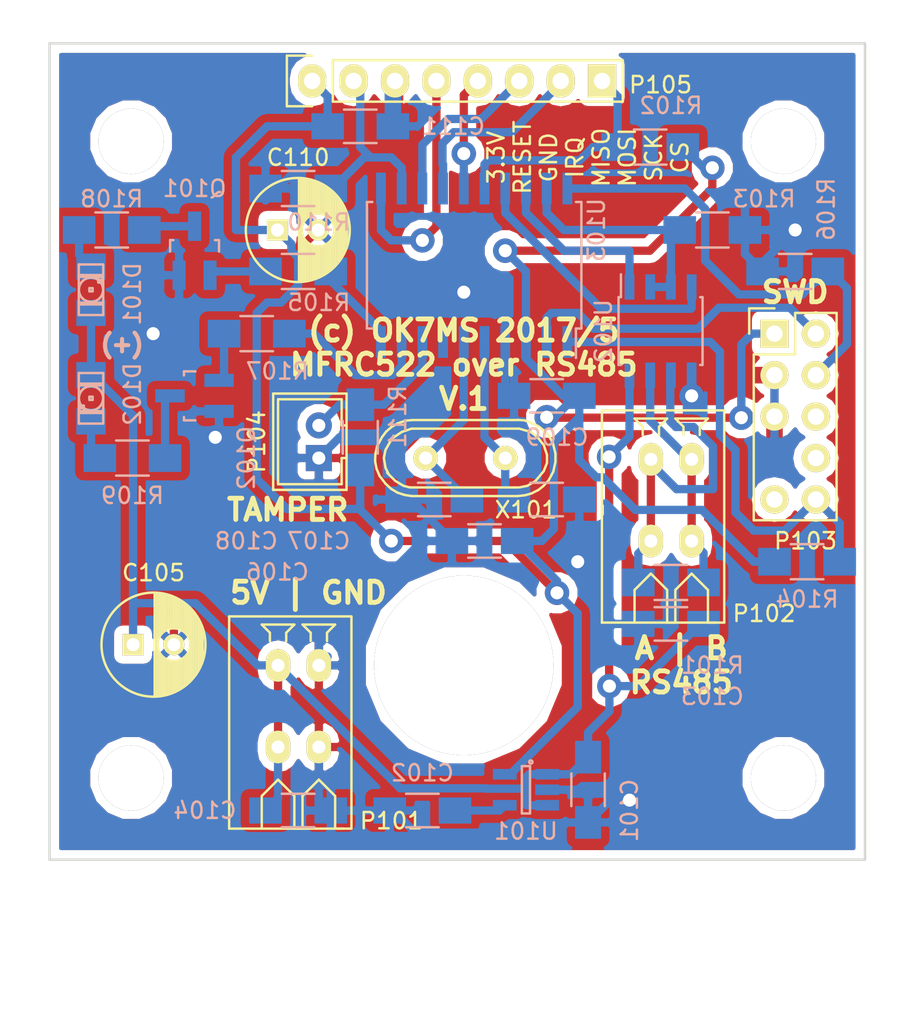
<source format=kicad_pcb>
(kicad_pcb (version 20170123) (host pcbnew "(2017-05-18 revision 2a3a699)-master")

  (general
    (links 83)
    (no_connects 1)
    (area 46.704486 47.086866 102.594086 110.100001)
    (thickness 1.6)
    (drawings 18)
    (tracks 327)
    (zones 0)
    (modules 40)
    (nets 34)
  )

  (page A4)
  (layers
    (0 F.Cu signal)
    (31 B.Cu signal)
    (32 B.Adhes user)
    (33 F.Adhes user)
    (34 B.Paste user)
    (35 F.Paste user)
    (36 B.SilkS user)
    (37 F.SilkS user)
    (38 B.Mask user)
    (39 F.Mask user)
    (40 Dwgs.User user)
    (41 Cmts.User user)
    (42 Eco1.User user)
    (43 Eco2.User user)
    (44 Edge.Cuts user)
    (45 Margin user)
    (46 B.CrtYd user)
    (47 F.CrtYd user)
    (48 B.Fab user)
    (49 F.Fab user)
  )

  (setup
    (last_trace_width 0.508)
    (trace_clearance 0.3048)
    (zone_clearance 0.508)
    (zone_45_only no)
    (trace_min 0.2)
    (segment_width 0.2)
    (edge_width 0.15)
    (via_size 1.5)
    (via_drill 0.8)
    (via_min_size 0.4)
    (via_min_drill 0.3)
    (uvia_size 0.3)
    (uvia_drill 0.1)
    (uvias_allowed no)
    (uvia_min_size 0.2)
    (uvia_min_drill 0.1)
    (pcb_text_width 0.3)
    (pcb_text_size 1.5 1.5)
    (mod_edge_width 0.15)
    (mod_text_size 1 1)
    (mod_text_width 0.15)
    (pad_size 11 11)
    (pad_drill 11)
    (pad_to_mask_clearance 0.2)
    (aux_axis_origin 0 0)
    (grid_origin 50 50)
    (visible_elements FFFFFF7F)
    (pcbplotparams
      (layerselection 0x00030_ffffffff)
      (usegerberextensions false)
      (excludeedgelayer true)
      (linewidth 0.385000)
      (plotframeref false)
      (viasonmask false)
      (mode 1)
      (useauxorigin false)
      (hpglpennumber 1)
      (hpglpenspeed 20)
      (hpglpendiameter 15)
      (psnegative false)
      (psa4output false)
      (plotreference true)
      (plotvalue true)
      (plotinvisibletext false)
      (padsonsilk false)
      (subtractmaskfromsilk false)
      (outputformat 1)
      (mirror false)
      (drillshape 1)
      (scaleselection 1)
      (outputdirectory ""))
  )

  (net 0 "")
  (net 1 VCC)
  (net 2 "Net-(C102-Pad1)")
  (net 3 GND)
  (net 4 +3V3)
  (net 5 "Net-(C107-Pad1)")
  (net 6 "Net-(C108-Pad1)")
  (net 7 "Net-(D101-Pad1)")
  (net 8 "Net-(D102-Pad1)")
  (net 9 /SWD_DIO)
  (net 10 /SWD_CLK)
  (net 11 "Net-(P103-Pad6)")
  (net 12 "Net-(P103-Pad8)")
  (net 13 "Net-(P103-Pad9)")
  (net 14 /~RESET)
  (net 15 /TAMPER)
  (net 16 /~RE_RESET)
  (net 17 /IRQ)
  (net 18 /MISO)
  (net 19 /MOSI)
  (net 20 /SCK)
  (net 21 /CS)
  (net 22 "Net-(Q101-Pad1)")
  (net 23 "Net-(Q101-Pad3)")
  (net 24 "Net-(Q102-Pad3)")
  (net 25 "Net-(Q102-Pad1)")
  (net 26 /TX_EN)
  (net 27 "Net-(R105-Pad2)")
  (net 28 "Net-(R107-Pad2)")
  (net 29 /CPU_RX)
  (net 30 /CPU_TX)
  (net 31 "Net-(U103-Pad7)")
  (net 32 /485A)
  (net 33 /485B)

  (net_class Default "This is the default net class."
    (clearance 0.3048)
    (trace_width 0.508)
    (via_dia 1.5)
    (via_drill 0.8)
    (uvia_dia 0.3)
    (uvia_drill 0.1)
    (add_net +3V3)
    (add_net /485A)
    (add_net /485B)
    (add_net /CPU_RX)
    (add_net /CPU_TX)
    (add_net /CS)
    (add_net /IRQ)
    (add_net /MISO)
    (add_net /MOSI)
    (add_net /SCK)
    (add_net /SWD_CLK)
    (add_net /SWD_DIO)
    (add_net /TAMPER)
    (add_net /TX_EN)
    (add_net /~RESET)
    (add_net /~RE_RESET)
    (add_net GND)
    (add_net "Net-(C102-Pad1)")
    (add_net "Net-(C107-Pad1)")
    (add_net "Net-(C108-Pad1)")
    (add_net "Net-(D101-Pad1)")
    (add_net "Net-(D102-Pad1)")
    (add_net "Net-(P103-Pad6)")
    (add_net "Net-(P103-Pad8)")
    (add_net "Net-(P103-Pad9)")
    (add_net "Net-(Q101-Pad1)")
    (add_net "Net-(Q101-Pad3)")
    (add_net "Net-(Q102-Pad1)")
    (add_net "Net-(Q102-Pad3)")
    (add_net "Net-(R105-Pad2)")
    (add_net "Net-(R107-Pad2)")
    (add_net "Net-(U103-Pad7)")
    (add_net VCC)
  )

  (module th-normal:Pin_Header_Straight_1x08 locked (layer F.Cu) (tedit 59230ADF) (tstamp 59207AA8)
    (at 66.1 52.3 90)
    (descr "Through hole pin header")
    (tags "pin header")
    (path /591A1E5B)
    (fp_text reference P105 (at -0.24 21.365 180) (layer F.SilkS)
      (effects (font (size 1 1) (thickness 0.15)))
    )
    (fp_text value CONN_01X08 (at 0 -3.1 90) (layer F.Fab)
      (effects (font (size 1 1) (thickness 0.15)))
    )
    (fp_line (start -1.75 -1.75) (end -1.75 19.55) (layer F.CrtYd) (width 0.05))
    (fp_line (start 1.75 -1.75) (end 1.75 19.55) (layer F.CrtYd) (width 0.05))
    (fp_line (start -1.75 -1.75) (end 1.75 -1.75) (layer F.CrtYd) (width 0.05))
    (fp_line (start -1.75 19.55) (end 1.75 19.55) (layer F.CrtYd) (width 0.05))
    (fp_line (start 1.27 1.27) (end 1.27 19.05) (layer F.SilkS) (width 0.15))
    (fp_line (start 1.27 19.05) (end -1.27 19.05) (layer F.SilkS) (width 0.15))
    (fp_line (start -1.27 19.05) (end -1.27 1.27) (layer F.SilkS) (width 0.15))
    (fp_line (start 1.55 -1.55) (end 1.55 0) (layer F.SilkS) (width 0.15))
    (fp_line (start 1.27 1.27) (end -1.27 1.27) (layer F.SilkS) (width 0.15))
    (fp_line (start -1.55 0) (end -1.55 -1.55) (layer F.SilkS) (width 0.15))
    (fp_line (start -1.55 -1.55) (end 1.55 -1.55) (layer F.SilkS) (width 0.15))
    (pad 1 thru_hole oval (at 0 0 90) (size 2.032 1.7272) (drill 1) (layers *.Cu *.Mask F.SilkS)
      (net 4 +3V3))
    (pad 2 thru_hole oval (at 0 2.54 90) (size 2.032 1.7272) (drill 1) (layers *.Cu *.Mask F.SilkS)
      (net 16 /~RE_RESET))
    (pad 3 thru_hole oval (at 0 5.08 90) (size 2.032 1.7272) (drill 1) (layers *.Cu *.Mask F.SilkS)
      (net 3 GND))
    (pad 4 thru_hole oval (at 0 7.62 90) (size 2.032 1.7272) (drill 1) (layers *.Cu *.Mask F.SilkS)
      (net 17 /IRQ))
    (pad 5 thru_hole oval (at 0 10.16 90) (size 2.032 1.7272) (drill 1) (layers *.Cu *.Mask F.SilkS)
      (net 18 /MISO))
    (pad 6 thru_hole oval (at 0 12.7 90) (size 2.032 1.7272) (drill 1) (layers *.Cu *.Mask F.SilkS)
      (net 19 /MOSI))
    (pad 7 thru_hole oval (at 0 15.24 90) (size 2.032 1.7272) (drill 1) (layers *.Cu *.Mask F.SilkS)
      (net 20 /SCK))
    (pad 8 thru_hole rect (at 0 17.78 90) (size 2.032 1.7272) (drill 1) (layers *.Cu *.Mask F.SilkS)
      (net 21 /CS))
    (model Pin_Headers.3dshapes/Pin_Header_Straight_1x08.wrl
      (at (xyz 0 -0.35 0))
      (scale (xyz 1 1 1))
      (rotate (xyz 0 0 90))
    )
  )

  (module Mounting_Holes:MountingHole_6mm (layer F.Cu) (tedit 592061D1) (tstamp 592094B8)
    (at 75.4 88.1)
    (descr "Mounting hole, Befestigungsbohrung, 6mm, No Annular, Kein Restring,")
    (tags "Mounting hole, Befestigungsbohrung, 6mm, No Annular, Kein Restring,")
    (fp_text reference REF** (at 0 -8.001) (layer F.SilkS) hide
      (effects (font (size 1 1) (thickness 0.15)))
    )
    (fp_text value MountingHole_6mm (at 1.00076 8.001) (layer F.Fab)
      (effects (font (size 1 1) (thickness 0.15)))
    )
    (fp_circle (center 0 0) (end 6 0) (layer Cmts.User) (width 0.381))
    (pad "" thru_hole circle (at 0 0) (size 11 11) (drill 11) (layers *.Cu))
  )

  (module th-normal:Pin_Header_Straight_2x05 (layer F.Cu) (tedit 591EFE58) (tstamp 59207A80)
    (at 94.45 67.78)
    (descr "Through hole pin header")
    (tags "pin header")
    (path /591B7E46)
    (fp_text reference P103 (at 1.905 12.7) (layer F.SilkS)
      (effects (font (size 1 1) (thickness 0.15)))
    )
    (fp_text value CONN_02X05 (at 0 -3.1) (layer F.Fab)
      (effects (font (size 1 1) (thickness 0.15)))
    )
    (fp_line (start -1.75 -1.75) (end -1.75 11.95) (layer F.CrtYd) (width 0.05))
    (fp_line (start 4.3 -1.75) (end 4.3 11.95) (layer F.CrtYd) (width 0.05))
    (fp_line (start -1.75 -1.75) (end 4.3 -1.75) (layer F.CrtYd) (width 0.05))
    (fp_line (start -1.75 11.95) (end 4.3 11.95) (layer F.CrtYd) (width 0.05))
    (fp_line (start 3.81 -1.27) (end 3.81 11.43) (layer F.SilkS) (width 0.15))
    (fp_line (start 3.81 11.43) (end -1.27 11.43) (layer F.SilkS) (width 0.15))
    (fp_line (start -1.27 11.43) (end -1.27 1.27) (layer F.SilkS) (width 0.15))
    (fp_line (start 3.81 -1.27) (end 1.27 -1.27) (layer F.SilkS) (width 0.15))
    (fp_line (start 0 -1.55) (end -1.55 -1.55) (layer F.SilkS) (width 0.15))
    (fp_line (start 1.27 -1.27) (end 1.27 1.27) (layer F.SilkS) (width 0.15))
    (fp_line (start 1.27 1.27) (end -1.27 1.27) (layer F.SilkS) (width 0.15))
    (fp_line (start -1.55 -1.55) (end -1.55 0) (layer F.SilkS) (width 0.15))
    (pad 1 thru_hole rect (at 0 0) (size 1.7272 1.7272) (drill 1) (layers *.Cu *.Mask F.SilkS)
      (net 4 +3V3))
    (pad 2 thru_hole oval (at 2.54 0) (size 1.7272 1.7272) (drill 1) (layers *.Cu *.Mask F.SilkS)
      (net 9 /SWD_DIO))
    (pad 3 thru_hole oval (at 0 2.54) (size 1.7272 1.7272) (drill 1) (layers *.Cu *.Mask F.SilkS)
      (net 3 GND))
    (pad 4 thru_hole oval (at 2.54 2.54) (size 1.7272 1.7272) (drill 1) (layers *.Cu *.Mask F.SilkS)
      (net 10 /SWD_CLK))
    (pad 5 thru_hole oval (at 0 5.08) (size 1.7272 1.7272) (drill 1) (layers *.Cu *.Mask F.SilkS)
      (net 3 GND))
    (pad 6 thru_hole oval (at 2.54 5.08) (size 1.7272 1.7272) (drill 1) (layers *.Cu *.Mask F.SilkS)
      (net 11 "Net-(P103-Pad6)"))
    (pad 8 thru_hole oval (at 2.54 7.62) (size 1.7272 1.7272) (drill 1) (layers *.Cu *.Mask F.SilkS)
      (net 12 "Net-(P103-Pad8)"))
    (pad 9 thru_hole oval (at 0 10.16) (size 1.7272 1.7272) (drill 1) (layers *.Cu *.Mask F.SilkS)
      (net 13 "Net-(P103-Pad9)"))
    (pad 10 thru_hole oval (at 2.54 10.16) (size 1.7272 1.7272) (drill 1) (layers *.Cu *.Mask F.SilkS)
      (net 14 /~RESET))
    (model Pin_Headers.3dshapes/Pin_Header_Straight_2x05.wrl
      (at (xyz 0.05 -0.2 0))
      (scale (xyz 1 1 1))
      (rotate (xyz 0 0 90))
    )
  )

  (module th-normal:C_Radial_D6.3_L11.2_P2.5 (layer F.Cu) (tedit 591EF787) (tstamp 592079BE)
    (at 63.97 61.43)
    (descr "Radial Electrolytic Capacitor, Diameter 6.3mm x Length 11.2mm, Pitch 2.5mm")
    (tags "Electrolytic Capacitor")
    (path /591EC072)
    (fp_text reference C110 (at 1.27 -4.445) (layer F.SilkS)
      (effects (font (size 1 1) (thickness 0.15)))
    )
    (fp_text value Jamicon_220uF_16V_TKP (at 1.25 4.4) (layer F.Fab)
      (effects (font (size 1 1) (thickness 0.15)))
    )
    (fp_circle (center 1.25 0) (end 1.25 -3.4) (layer F.CrtYd) (width 0.05))
    (fp_circle (center 1.25 0) (end 1.25 -3.1875) (layer F.SilkS) (width 0.15))
    (fp_circle (center 2.5 0) (end 2.5 -1) (layer F.SilkS) (width 0.15))
    (fp_line (start 4.265 -0.912) (end 4.265 0.912) (layer F.SilkS) (width 0.15))
    (fp_line (start 4.125 -1.287) (end 4.125 1.287) (layer F.SilkS) (width 0.15))
    (fp_line (start 3.985 -1.563) (end 3.985 1.563) (layer F.SilkS) (width 0.15))
    (fp_line (start 3.845 -1.786) (end 3.845 1.786) (layer F.SilkS) (width 0.15))
    (fp_line (start 3.705 -1.974) (end 3.705 1.974) (layer F.SilkS) (width 0.15))
    (fp_line (start 3.565 -2.136) (end 3.565 2.136) (layer F.SilkS) (width 0.15))
    (fp_line (start 3.425 0.38) (end 3.425 2.279) (layer F.SilkS) (width 0.15))
    (fp_line (start 3.425 -2.279) (end 3.425 -0.38) (layer F.SilkS) (width 0.15))
    (fp_line (start 3.285 0.619) (end 3.285 2.404) (layer F.SilkS) (width 0.15))
    (fp_line (start 3.285 -2.404) (end 3.285 -0.619) (layer F.SilkS) (width 0.15))
    (fp_line (start 3.145 0.764) (end 3.145 2.516) (layer F.SilkS) (width 0.15))
    (fp_line (start 3.145 -2.516) (end 3.145 -0.764) (layer F.SilkS) (width 0.15))
    (fp_line (start 3.005 0.863) (end 3.005 2.616) (layer F.SilkS) (width 0.15))
    (fp_line (start 3.005 -2.616) (end 3.005 -0.863) (layer F.SilkS) (width 0.15))
    (fp_line (start 2.865 0.931) (end 2.865 2.704) (layer F.SilkS) (width 0.15))
    (fp_line (start 2.865 -2.704) (end 2.865 -0.931) (layer F.SilkS) (width 0.15))
    (fp_line (start 2.725 0.974) (end 2.725 2.783) (layer F.SilkS) (width 0.15))
    (fp_line (start 2.725 -2.783) (end 2.725 -0.974) (layer F.SilkS) (width 0.15))
    (fp_line (start 2.585 0.996) (end 2.585 2.853) (layer F.SilkS) (width 0.15))
    (fp_line (start 2.585 -2.853) (end 2.585 -0.996) (layer F.SilkS) (width 0.15))
    (fp_line (start 2.445 0.998) (end 2.445 2.915) (layer F.SilkS) (width 0.15))
    (fp_line (start 2.445 -2.915) (end 2.445 -0.998) (layer F.SilkS) (width 0.15))
    (fp_line (start 2.305 0.981) (end 2.305 2.968) (layer F.SilkS) (width 0.15))
    (fp_line (start 2.305 -2.968) (end 2.305 -0.981) (layer F.SilkS) (width 0.15))
    (fp_line (start 2.165 0.942) (end 2.165 3.014) (layer F.SilkS) (width 0.15))
    (fp_line (start 2.165 -3.014) (end 2.165 -0.942) (layer F.SilkS) (width 0.15))
    (fp_line (start 2.025 0.88) (end 2.025 3.053) (layer F.SilkS) (width 0.15))
    (fp_line (start 2.025 -3.053) (end 2.025 -0.88) (layer F.SilkS) (width 0.15))
    (fp_line (start 1.885 0.789) (end 1.885 3.085) (layer F.SilkS) (width 0.15))
    (fp_line (start 1.885 -3.085) (end 1.885 -0.789) (layer F.SilkS) (width 0.15))
    (fp_line (start 1.745 0.656) (end 1.745 3.111) (layer F.SilkS) (width 0.15))
    (fp_line (start 1.745 -3.111) (end 1.745 -0.656) (layer F.SilkS) (width 0.15))
    (fp_line (start 1.605 0.446) (end 1.605 3.13) (layer F.SilkS) (width 0.15))
    (fp_line (start 1.605 -3.13) (end 1.605 -0.446) (layer F.SilkS) (width 0.15))
    (fp_line (start 1.465 -3.143) (end 1.465 3.143) (layer F.SilkS) (width 0.15))
    (fp_line (start 1.325 -3.149) (end 1.325 3.149) (layer F.SilkS) (width 0.15))
    (pad 1 thru_hole rect (at 0 0) (size 1.3 1.3) (drill 0.8) (layers *.Cu *.Mask F.SilkS)
      (net 4 +3V3))
    (pad 2 thru_hole circle (at 2.5 0) (size 1.3 1.3) (drill 0.8) (layers *.Cu *.Mask F.SilkS)
      (net 3 GND))
    (model Capacitors_ThroughHole.3dshapes/C_Radial_D6.3_L11.2_P2.5.wrl
      (at (xyz 0 0 0))
      (scale (xyz 1 1 1))
      (rotate (xyz 0 0 0))
    )
  )

  (module Mounting_Holes:MountingHole_4mm (layer F.Cu) (tedit 591EFF1F) (tstamp 5920866B)
    (at 95 95)
    (descr "Mounting hole, Befestigungsbohrung, 4mm, No Annular, Kein Restring,")
    (tags "Mounting hole, Befestigungsbohrung, 4mm, No Annular, Kein Restring,")
    (fp_text reference REF** (at 0 -5.4991) (layer F.SilkS) hide
      (effects (font (size 1 1) (thickness 0.15)))
    )
    (fp_text value MountingHole_4mm (at 0 5.99948) (layer F.Fab)
      (effects (font (size 1 1) (thickness 0.15)))
    )
    (fp_circle (center 0 0) (end 4 0) (layer Cmts.User) (width 0.381))
    (pad 1 thru_hole circle (at 0 0) (size 4 4) (drill 4) (layers))
  )

  (module Mounting_Holes:MountingHole_4mm (layer F.Cu) (tedit 591EFF18) (tstamp 59208666)
    (at 55 95)
    (descr "Mounting hole, Befestigungsbohrung, 4mm, No Annular, Kein Restring,")
    (tags "Mounting hole, Befestigungsbohrung, 4mm, No Annular, Kein Restring,")
    (fp_text reference REF** (at 0 -5.4991) (layer F.SilkS) hide
      (effects (font (size 1 1) (thickness 0.15)))
    )
    (fp_text value MountingHole_4mm (at 0 5.99948) (layer F.Fab)
      (effects (font (size 1 1) (thickness 0.15)))
    )
    (fp_circle (center 0 0) (end 4 0) (layer Cmts.User) (width 0.381))
    (pad 1 thru_hole circle (at 0 0) (size 4 4) (drill 4) (layers))
  )

  (module Mounting_Holes:MountingHole_4mm (layer F.Cu) (tedit 591EFF2F) (tstamp 592083F0)
    (at 95 56)
    (descr "Mounting hole, Befestigungsbohrung, 4mm, No Annular, Kein Restring,")
    (tags "Mounting hole, Befestigungsbohrung, 4mm, No Annular, Kein Restring,")
    (fp_text reference REF** (at 0 -5.4991) (layer F.SilkS) hide
      (effects (font (size 1 1) (thickness 0.15)))
    )
    (fp_text value MountingHole_4mm (at 0 5.99948) (layer F.Fab)
      (effects (font (size 1 1) (thickness 0.15)))
    )
    (fp_circle (center 0 0) (end 4 0) (layer Cmts.User) (width 0.381))
    (pad 1 thru_hole circle (at 0 0) (size 4 4) (drill 4) (layers))
  )

  (module Mounting_Holes:MountingHole_4mm (layer F.Cu) (tedit 591EFF35) (tstamp 592083EA)
    (at 55 56)
    (descr "Mounting hole, Befestigungsbohrung, 4mm, No Annular, Kein Restring,")
    (tags "Mounting hole, Befestigungsbohrung, 4mm, No Annular, Kein Restring,")
    (fp_text reference REF** (at 0 -5.4991) (layer F.SilkS) hide
      (effects (font (size 1 1) (thickness 0.15)))
    )
    (fp_text value MountingHole_4mm (at 0 5.99948) (layer F.Fab)
      (effects (font (size 1 1) (thickness 0.15)))
    )
    (fp_circle (center 0 0) (end 4 0) (layer Cmts.User) (width 0.381))
    (pad 1 thru_hole circle (at 0 0) (size 4 4) (drill 4) (layers))
  )

  (module smd-handsolder:C_1206_HandSoldering (layer B.Cu) (tedit 541A9C03) (tstamp 59207910)
    (at 83.02 95.72 270)
    (descr "Capacitor SMD 1206, hand soldering")
    (tags "capacitor 1206")
    (path /591A26E0)
    (attr smd)
    (fp_text reference C101 (at 1.27 -2.54 270) (layer B.SilkS)
      (effects (font (size 1 1) (thickness 0.15)) (justify mirror))
    )
    (fp_text value C (at 0 -2.3 270) (layer B.Fab)
      (effects (font (size 1 1) (thickness 0.15)) (justify mirror))
    )
    (fp_line (start -1 -1.025) (end 1 -1.025) (layer B.SilkS) (width 0.15))
    (fp_line (start 1 1.025) (end -1 1.025) (layer B.SilkS) (width 0.15))
    (fp_line (start 3.3 1.15) (end 3.3 -1.15) (layer B.CrtYd) (width 0.05))
    (fp_line (start -3.3 1.15) (end -3.3 -1.15) (layer B.CrtYd) (width 0.05))
    (fp_line (start -3.3 -1.15) (end 3.3 -1.15) (layer B.CrtYd) (width 0.05))
    (fp_line (start -3.3 1.15) (end 3.3 1.15) (layer B.CrtYd) (width 0.05))
    (pad 2 smd rect (at 2 0 270) (size 2 1.6) (layers B.Cu B.Paste B.Mask)
      (net 3 GND))
    (pad 1 smd rect (at -2 0 270) (size 2 1.6) (layers B.Cu B.Paste B.Mask)
      (net 1 VCC))
    (model Capacitors_SMD.3dshapes/C_1206_HandSoldering.wrl
      (at (xyz 0 0 0))
      (scale (xyz 1 1 1))
      (rotate (xyz 0 0 0))
    )
  )

  (module smd-handsolder:C_1206_HandSoldering (layer B.Cu) (tedit 541A9C03) (tstamp 5920791C)
    (at 72.86 96.99 180)
    (descr "Capacitor SMD 1206, hand soldering")
    (tags "capacitor 1206")
    (path /591A272E)
    (attr smd)
    (fp_text reference C102 (at 0 2.3 180) (layer B.SilkS)
      (effects (font (size 1 1) (thickness 0.15)) (justify mirror))
    )
    (fp_text value C (at 0 -2.3 180) (layer B.Fab)
      (effects (font (size 1 1) (thickness 0.15)) (justify mirror))
    )
    (fp_line (start -3.3 1.15) (end 3.3 1.15) (layer B.CrtYd) (width 0.05))
    (fp_line (start -3.3 -1.15) (end 3.3 -1.15) (layer B.CrtYd) (width 0.05))
    (fp_line (start -3.3 1.15) (end -3.3 -1.15) (layer B.CrtYd) (width 0.05))
    (fp_line (start 3.3 1.15) (end 3.3 -1.15) (layer B.CrtYd) (width 0.05))
    (fp_line (start 1 1.025) (end -1 1.025) (layer B.SilkS) (width 0.15))
    (fp_line (start -1 -1.025) (end 1 -1.025) (layer B.SilkS) (width 0.15))
    (pad 1 smd rect (at -2 0 180) (size 2 1.6) (layers B.Cu B.Paste B.Mask)
      (net 2 "Net-(C102-Pad1)"))
    (pad 2 smd rect (at 2 0 180) (size 2 1.6) (layers B.Cu B.Paste B.Mask)
      (net 3 GND))
    (model Capacitors_SMD.3dshapes/C_1206_HandSoldering.wrl
      (at (xyz 0 0 0))
      (scale (xyz 1 1 1))
      (rotate (xyz 0 0 0))
    )
  )

  (module smd-handsolder:C_1206_HandSoldering (layer B.Cu) (tedit 541A9C03) (tstamp 59207928)
    (at 88.1 85.56 180)
    (descr "Capacitor SMD 1206, hand soldering")
    (tags "capacitor 1206")
    (path /591A2FC4)
    (attr smd)
    (fp_text reference C103 (at -2.54 -4.445 180) (layer B.SilkS)
      (effects (font (size 1 1) (thickness 0.15)) (justify mirror))
    )
    (fp_text value C (at 0 -2.3 180) (layer B.Fab)
      (effects (font (size 1 1) (thickness 0.15)) (justify mirror))
    )
    (fp_line (start -3.3 1.15) (end 3.3 1.15) (layer B.CrtYd) (width 0.05))
    (fp_line (start -3.3 -1.15) (end 3.3 -1.15) (layer B.CrtYd) (width 0.05))
    (fp_line (start -3.3 1.15) (end -3.3 -1.15) (layer B.CrtYd) (width 0.05))
    (fp_line (start 3.3 1.15) (end 3.3 -1.15) (layer B.CrtYd) (width 0.05))
    (fp_line (start 1 1.025) (end -1 1.025) (layer B.SilkS) (width 0.15))
    (fp_line (start -1 -1.025) (end 1 -1.025) (layer B.SilkS) (width 0.15))
    (pad 1 smd rect (at -2 0 180) (size 2 1.6) (layers B.Cu B.Paste B.Mask)
      (net 1 VCC))
    (pad 2 smd rect (at 2 0 180) (size 2 1.6) (layers B.Cu B.Paste B.Mask)
      (net 3 GND))
    (model Capacitors_SMD.3dshapes/C_1206_HandSoldering.wrl
      (at (xyz 0 0 0))
      (scale (xyz 1 1 1))
      (rotate (xyz 0 0 0))
    )
  )

  (module smd-handsolder:C_1206_HandSoldering (layer B.Cu) (tedit 541A9C03) (tstamp 59207934)
    (at 65.24 96.99)
    (descr "Capacitor SMD 1206, hand soldering")
    (tags "capacitor 1206")
    (path /591A1F28)
    (attr smd)
    (fp_text reference C104 (at -5.715 0) (layer B.SilkS)
      (effects (font (size 1 1) (thickness 0.15)) (justify mirror))
    )
    (fp_text value C (at 0 -2.3) (layer B.Fab)
      (effects (font (size 1 1) (thickness 0.15)) (justify mirror))
    )
    (fp_line (start -3.3 1.15) (end 3.3 1.15) (layer B.CrtYd) (width 0.05))
    (fp_line (start -3.3 -1.15) (end 3.3 -1.15) (layer B.CrtYd) (width 0.05))
    (fp_line (start -3.3 1.15) (end -3.3 -1.15) (layer B.CrtYd) (width 0.05))
    (fp_line (start 3.3 1.15) (end 3.3 -1.15) (layer B.CrtYd) (width 0.05))
    (fp_line (start 1 1.025) (end -1 1.025) (layer B.SilkS) (width 0.15))
    (fp_line (start -1 -1.025) (end 1 -1.025) (layer B.SilkS) (width 0.15))
    (pad 1 smd rect (at -2 0) (size 2 1.6) (layers B.Cu B.Paste B.Mask)
      (net 1 VCC))
    (pad 2 smd rect (at 2 0) (size 2 1.6) (layers B.Cu B.Paste B.Mask)
      (net 3 GND))
    (model Capacitors_SMD.3dshapes/C_1206_HandSoldering.wrl
      (at (xyz 0 0 0))
      (scale (xyz 1 1 1))
      (rotate (xyz 0 0 0))
    )
  )

  (module th-normal:C_Radial_D6.3_L11.2_P2.5 (layer F.Cu) (tedit 0) (tstamp 59207961)
    (at 55.12 86.83)
    (descr "Radial Electrolytic Capacitor, Diameter 6.3mm x Length 11.2mm, Pitch 2.5mm")
    (tags "Electrolytic Capacitor")
    (path /591EC4FC)
    (fp_text reference C105 (at 1.25 -4.4) (layer F.SilkS)
      (effects (font (size 1 1) (thickness 0.15)))
    )
    (fp_text value Jamicon_220uF_16V_TKP (at 1.25 4.4) (layer F.Fab)
      (effects (font (size 1 1) (thickness 0.15)))
    )
    (fp_line (start 1.325 -3.149) (end 1.325 3.149) (layer F.SilkS) (width 0.15))
    (fp_line (start 1.465 -3.143) (end 1.465 3.143) (layer F.SilkS) (width 0.15))
    (fp_line (start 1.605 -3.13) (end 1.605 -0.446) (layer F.SilkS) (width 0.15))
    (fp_line (start 1.605 0.446) (end 1.605 3.13) (layer F.SilkS) (width 0.15))
    (fp_line (start 1.745 -3.111) (end 1.745 -0.656) (layer F.SilkS) (width 0.15))
    (fp_line (start 1.745 0.656) (end 1.745 3.111) (layer F.SilkS) (width 0.15))
    (fp_line (start 1.885 -3.085) (end 1.885 -0.789) (layer F.SilkS) (width 0.15))
    (fp_line (start 1.885 0.789) (end 1.885 3.085) (layer F.SilkS) (width 0.15))
    (fp_line (start 2.025 -3.053) (end 2.025 -0.88) (layer F.SilkS) (width 0.15))
    (fp_line (start 2.025 0.88) (end 2.025 3.053) (layer F.SilkS) (width 0.15))
    (fp_line (start 2.165 -3.014) (end 2.165 -0.942) (layer F.SilkS) (width 0.15))
    (fp_line (start 2.165 0.942) (end 2.165 3.014) (layer F.SilkS) (width 0.15))
    (fp_line (start 2.305 -2.968) (end 2.305 -0.981) (layer F.SilkS) (width 0.15))
    (fp_line (start 2.305 0.981) (end 2.305 2.968) (layer F.SilkS) (width 0.15))
    (fp_line (start 2.445 -2.915) (end 2.445 -0.998) (layer F.SilkS) (width 0.15))
    (fp_line (start 2.445 0.998) (end 2.445 2.915) (layer F.SilkS) (width 0.15))
    (fp_line (start 2.585 -2.853) (end 2.585 -0.996) (layer F.SilkS) (width 0.15))
    (fp_line (start 2.585 0.996) (end 2.585 2.853) (layer F.SilkS) (width 0.15))
    (fp_line (start 2.725 -2.783) (end 2.725 -0.974) (layer F.SilkS) (width 0.15))
    (fp_line (start 2.725 0.974) (end 2.725 2.783) (layer F.SilkS) (width 0.15))
    (fp_line (start 2.865 -2.704) (end 2.865 -0.931) (layer F.SilkS) (width 0.15))
    (fp_line (start 2.865 0.931) (end 2.865 2.704) (layer F.SilkS) (width 0.15))
    (fp_line (start 3.005 -2.616) (end 3.005 -0.863) (layer F.SilkS) (width 0.15))
    (fp_line (start 3.005 0.863) (end 3.005 2.616) (layer F.SilkS) (width 0.15))
    (fp_line (start 3.145 -2.516) (end 3.145 -0.764) (layer F.SilkS) (width 0.15))
    (fp_line (start 3.145 0.764) (end 3.145 2.516) (layer F.SilkS) (width 0.15))
    (fp_line (start 3.285 -2.404) (end 3.285 -0.619) (layer F.SilkS) (width 0.15))
    (fp_line (start 3.285 0.619) (end 3.285 2.404) (layer F.SilkS) (width 0.15))
    (fp_line (start 3.425 -2.279) (end 3.425 -0.38) (layer F.SilkS) (width 0.15))
    (fp_line (start 3.425 0.38) (end 3.425 2.279) (layer F.SilkS) (width 0.15))
    (fp_line (start 3.565 -2.136) (end 3.565 2.136) (layer F.SilkS) (width 0.15))
    (fp_line (start 3.705 -1.974) (end 3.705 1.974) (layer F.SilkS) (width 0.15))
    (fp_line (start 3.845 -1.786) (end 3.845 1.786) (layer F.SilkS) (width 0.15))
    (fp_line (start 3.985 -1.563) (end 3.985 1.563) (layer F.SilkS) (width 0.15))
    (fp_line (start 4.125 -1.287) (end 4.125 1.287) (layer F.SilkS) (width 0.15))
    (fp_line (start 4.265 -0.912) (end 4.265 0.912) (layer F.SilkS) (width 0.15))
    (fp_circle (center 2.5 0) (end 2.5 -1) (layer F.SilkS) (width 0.15))
    (fp_circle (center 1.25 0) (end 1.25 -3.1875) (layer F.SilkS) (width 0.15))
    (fp_circle (center 1.25 0) (end 1.25 -3.4) (layer F.CrtYd) (width 0.05))
    (pad 2 thru_hole circle (at 2.5 0) (size 1.3 1.3) (drill 0.8) (layers *.Cu *.Mask F.SilkS)
      (net 3 GND))
    (pad 1 thru_hole rect (at 0 0) (size 1.3 1.3) (drill 0.8) (layers *.Cu *.Mask F.SilkS)
      (net 1 VCC))
    (model Capacitors_ThroughHole.3dshapes/C_Radial_D6.3_L11.2_P2.5.wrl
      (at (xyz 0 0 0))
      (scale (xyz 1 1 1))
      (rotate (xyz 0 0 0))
    )
  )

  (module smd-handsolder:C_1206_HandSoldering (layer B.Cu) (tedit 541A9C03) (tstamp 5920796D)
    (at 76.67 80.48 180)
    (descr "Capacitor SMD 1206, hand soldering")
    (tags "capacitor 1206")
    (path /591A27D8)
    (attr smd)
    (fp_text reference C106 (at 12.7 -1.905 180) (layer B.SilkS)
      (effects (font (size 1 1) (thickness 0.15)) (justify mirror))
    )
    (fp_text value C (at 0 -2.3 180) (layer B.Fab)
      (effects (font (size 1 1) (thickness 0.15)) (justify mirror))
    )
    (fp_line (start -1 -1.025) (end 1 -1.025) (layer B.SilkS) (width 0.15))
    (fp_line (start 1 1.025) (end -1 1.025) (layer B.SilkS) (width 0.15))
    (fp_line (start 3.3 1.15) (end 3.3 -1.15) (layer B.CrtYd) (width 0.05))
    (fp_line (start -3.3 1.15) (end -3.3 -1.15) (layer B.CrtYd) (width 0.05))
    (fp_line (start -3.3 -1.15) (end 3.3 -1.15) (layer B.CrtYd) (width 0.05))
    (fp_line (start -3.3 1.15) (end 3.3 1.15) (layer B.CrtYd) (width 0.05))
    (pad 2 smd rect (at 2 0 180) (size 2 1.6) (layers B.Cu B.Paste B.Mask)
      (net 3 GND))
    (pad 1 smd rect (at -2 0 180) (size 2 1.6) (layers B.Cu B.Paste B.Mask)
      (net 4 +3V3))
    (model Capacitors_SMD.3dshapes/C_1206_HandSoldering.wrl
      (at (xyz 0 0 0))
      (scale (xyz 1 1 1))
      (rotate (xyz 0 0 0))
    )
  )

  (module smd-handsolder:C_1206_HandSoldering (layer B.Cu) (tedit 541A9C03) (tstamp 59207979)
    (at 80.48 77.94)
    (descr "Capacitor SMD 1206, hand soldering")
    (tags "capacitor 1206")
    (path /591E14AD)
    (attr smd)
    (fp_text reference C107 (at -13.97 2.54) (layer B.SilkS)
      (effects (font (size 1 1) (thickness 0.15)) (justify mirror))
    )
    (fp_text value C (at 0 -2.3) (layer B.Fab)
      (effects (font (size 1 1) (thickness 0.15)) (justify mirror))
    )
    (fp_line (start -1 -1.025) (end 1 -1.025) (layer B.SilkS) (width 0.15))
    (fp_line (start 1 1.025) (end -1 1.025) (layer B.SilkS) (width 0.15))
    (fp_line (start 3.3 1.15) (end 3.3 -1.15) (layer B.CrtYd) (width 0.05))
    (fp_line (start -3.3 1.15) (end -3.3 -1.15) (layer B.CrtYd) (width 0.05))
    (fp_line (start -3.3 -1.15) (end 3.3 -1.15) (layer B.CrtYd) (width 0.05))
    (fp_line (start -3.3 1.15) (end 3.3 1.15) (layer B.CrtYd) (width 0.05))
    (pad 2 smd rect (at 2 0) (size 2 1.6) (layers B.Cu B.Paste B.Mask)
      (net 3 GND))
    (pad 1 smd rect (at -2 0) (size 2 1.6) (layers B.Cu B.Paste B.Mask)
      (net 5 "Net-(C107-Pad1)"))
    (model Capacitors_SMD.3dshapes/C_1206_HandSoldering.wrl
      (at (xyz 0 0 0))
      (scale (xyz 1 1 1))
      (rotate (xyz 0 0 0))
    )
  )

  (module smd-handsolder:C_1206_HandSoldering (layer B.Cu) (tedit 541A9C03) (tstamp 59207985)
    (at 73.59 77.94 180)
    (descr "Capacitor SMD 1206, hand soldering")
    (tags "capacitor 1206")
    (path /591E155E)
    (attr smd)
    (fp_text reference C108 (at 11.525 -2.54 180) (layer B.SilkS)
      (effects (font (size 1 1) (thickness 0.15)) (justify mirror))
    )
    (fp_text value C (at 0 -2.3 180) (layer B.Fab)
      (effects (font (size 1 1) (thickness 0.15)) (justify mirror))
    )
    (fp_line (start -3.3 1.15) (end 3.3 1.15) (layer B.CrtYd) (width 0.05))
    (fp_line (start -3.3 -1.15) (end 3.3 -1.15) (layer B.CrtYd) (width 0.05))
    (fp_line (start -3.3 1.15) (end -3.3 -1.15) (layer B.CrtYd) (width 0.05))
    (fp_line (start 3.3 1.15) (end 3.3 -1.15) (layer B.CrtYd) (width 0.05))
    (fp_line (start 1 1.025) (end -1 1.025) (layer B.SilkS) (width 0.15))
    (fp_line (start -1 -1.025) (end 1 -1.025) (layer B.SilkS) (width 0.15))
    (pad 1 smd rect (at -2 0 180) (size 2 1.6) (layers B.Cu B.Paste B.Mask)
      (net 6 "Net-(C108-Pad1)"))
    (pad 2 smd rect (at 2 0 180) (size 2 1.6) (layers B.Cu B.Paste B.Mask)
      (net 3 GND))
    (model Capacitors_SMD.3dshapes/C_1206_HandSoldering.wrl
      (at (xyz 0 0 0))
      (scale (xyz 1 1 1))
      (rotate (xyz 0 0 0))
    )
  )

  (module smd-handsolder:C_1206_HandSoldering (layer B.Cu) (tedit 541A9C03) (tstamp 59207991)
    (at 80.48 71.59 180)
    (descr "Capacitor SMD 1206, hand soldering")
    (tags "capacitor 1206")
    (path /591EAF00)
    (attr smd)
    (fp_text reference C109 (at -0.635 -2.54 180) (layer B.SilkS)
      (effects (font (size 1 1) (thickness 0.15)) (justify mirror))
    )
    (fp_text value C (at 0 -2.3 180) (layer B.Fab)
      (effects (font (size 1 1) (thickness 0.15)) (justify mirror))
    )
    (fp_line (start -1 -1.025) (end 1 -1.025) (layer B.SilkS) (width 0.15))
    (fp_line (start 1 1.025) (end -1 1.025) (layer B.SilkS) (width 0.15))
    (fp_line (start 3.3 1.15) (end 3.3 -1.15) (layer B.CrtYd) (width 0.05))
    (fp_line (start -3.3 1.15) (end -3.3 -1.15) (layer B.CrtYd) (width 0.05))
    (fp_line (start -3.3 -1.15) (end 3.3 -1.15) (layer B.CrtYd) (width 0.05))
    (fp_line (start -3.3 1.15) (end 3.3 1.15) (layer B.CrtYd) (width 0.05))
    (pad 2 smd rect (at 2 0 180) (size 2 1.6) (layers B.Cu B.Paste B.Mask)
      (net 3 GND))
    (pad 1 smd rect (at -2 0 180) (size 2 1.6) (layers B.Cu B.Paste B.Mask)
      (net 4 +3V3))
    (model Capacitors_SMD.3dshapes/C_1206_HandSoldering.wrl
      (at (xyz 0 0 0))
      (scale (xyz 1 1 1))
      (rotate (xyz 0 0 0))
    )
  )

  (module smd-handsolder:C_1206_HandSoldering (layer B.Cu) (tedit 541A9C03) (tstamp 592079CA)
    (at 69.05 55.08)
    (descr "Capacitor SMD 1206, hand soldering")
    (tags "capacitor 1206")
    (path /591EBE78)
    (attr smd)
    (fp_text reference C111 (at 5.715 0) (layer B.SilkS)
      (effects (font (size 1 1) (thickness 0.15)) (justify mirror))
    )
    (fp_text value C (at 0 -2.3) (layer B.Fab)
      (effects (font (size 1 1) (thickness 0.15)) (justify mirror))
    )
    (fp_line (start -3.3 1.15) (end 3.3 1.15) (layer B.CrtYd) (width 0.05))
    (fp_line (start -3.3 -1.15) (end 3.3 -1.15) (layer B.CrtYd) (width 0.05))
    (fp_line (start -3.3 1.15) (end -3.3 -1.15) (layer B.CrtYd) (width 0.05))
    (fp_line (start 3.3 1.15) (end 3.3 -1.15) (layer B.CrtYd) (width 0.05))
    (fp_line (start 1 1.025) (end -1 1.025) (layer B.SilkS) (width 0.15))
    (fp_line (start -1 -1.025) (end 1 -1.025) (layer B.SilkS) (width 0.15))
    (pad 1 smd rect (at -2 0) (size 2 1.6) (layers B.Cu B.Paste B.Mask)
      (net 4 +3V3))
    (pad 2 smd rect (at 2 0) (size 2 1.6) (layers B.Cu B.Paste B.Mask)
      (net 3 GND))
    (model Capacitors_SMD.3dshapes/C_1206_HandSoldering.wrl
      (at (xyz 0 0 0))
      (scale (xyz 1 1 1))
      (rotate (xyz 0 0 0))
    )
  )

  (module smd-normal:LED-1206 (layer B.Cu) (tedit 5538B1FB) (tstamp 592079F4)
    (at 52.54 65.09014 270)
    (descr "LED 1206 smd package")
    (tags "LED1206 SMD")
    (path /591BBBD3)
    (attr smd)
    (fp_text reference D101 (at 0.254 -2.54 270) (layer B.SilkS)
      (effects (font (size 1 1) (thickness 0.15)) (justify mirror))
    )
    (fp_text value LED (at 0 -1.65 270) (layer B.Fab)
      (effects (font (size 1 1) (thickness 0.15)) (justify mirror))
    )
    (fp_line (start 0.09906 -0.09906) (end -0.09906 -0.09906) (layer B.SilkS) (width 0.15))
    (fp_line (start -0.09906 -0.09906) (end -0.09906 0.09906) (layer B.SilkS) (width 0.15))
    (fp_line (start 0.09906 0.09906) (end -0.09906 0.09906) (layer B.SilkS) (width 0.15))
    (fp_line (start 0.09906 -0.09906) (end 0.09906 0.09906) (layer B.SilkS) (width 0.15))
    (fp_line (start -0.44958 -0.6985) (end -0.79756 -0.6985) (layer B.SilkS) (width 0.15))
    (fp_line (start -0.79756 -0.6985) (end -0.79756 -0.44958) (layer B.SilkS) (width 0.15))
    (fp_line (start -0.44958 -0.44958) (end -0.79756 -0.44958) (layer B.SilkS) (width 0.15))
    (fp_line (start -0.44958 -0.6985) (end -0.44958 -0.44958) (layer B.SilkS) (width 0.15))
    (fp_line (start -0.79756 -0.6985) (end -0.89916 -0.6985) (layer B.SilkS) (width 0.15))
    (fp_line (start -0.89916 -0.6985) (end -0.89916 0.49784) (layer B.SilkS) (width 0.15))
    (fp_line (start -0.79756 0.49784) (end -0.89916 0.49784) (layer B.SilkS) (width 0.15))
    (fp_line (start -0.79756 -0.6985) (end -0.79756 0.49784) (layer B.SilkS) (width 0.15))
    (fp_line (start -0.79756 0.54864) (end -0.89916 0.54864) (layer B.SilkS) (width 0.15))
    (fp_line (start -0.89916 0.54864) (end -0.89916 0.6985) (layer B.SilkS) (width 0.15))
    (fp_line (start -0.79756 0.6985) (end -0.89916 0.6985) (layer B.SilkS) (width 0.15))
    (fp_line (start -0.79756 0.54864) (end -0.79756 0.6985) (layer B.SilkS) (width 0.15))
    (fp_line (start 0.89916 -0.6985) (end 0.79756 -0.6985) (layer B.SilkS) (width 0.15))
    (fp_line (start 0.79756 -0.6985) (end 0.79756 0.49784) (layer B.SilkS) (width 0.15))
    (fp_line (start 0.89916 0.49784) (end 0.79756 0.49784) (layer B.SilkS) (width 0.15))
    (fp_line (start 0.89916 -0.6985) (end 0.89916 0.49784) (layer B.SilkS) (width 0.15))
    (fp_line (start 0.89916 0.54864) (end 0.79756 0.54864) (layer B.SilkS) (width 0.15))
    (fp_line (start 0.79756 0.54864) (end 0.79756 0.6985) (layer B.SilkS) (width 0.15))
    (fp_line (start 0.89916 0.6985) (end 0.79756 0.6985) (layer B.SilkS) (width 0.15))
    (fp_line (start 0.89916 0.54864) (end 0.89916 0.6985) (layer B.SilkS) (width 0.15))
    (fp_line (start -0.44958 -0.6985) (end -0.59944 -0.6985) (layer B.SilkS) (width 0.15))
    (fp_line (start -0.59944 -0.6985) (end -0.59944 -0.44958) (layer B.SilkS) (width 0.15))
    (fp_line (start -0.44958 -0.44958) (end -0.59944 -0.44958) (layer B.SilkS) (width 0.15))
    (fp_line (start -0.44958 -0.6985) (end -0.44958 -0.44958) (layer B.SilkS) (width 0.15))
    (fp_line (start -1.5494 -0.7493) (end 1.5494 -0.7493) (layer B.SilkS) (width 0.15))
    (fp_line (start 1.5494 -0.7493) (end 1.5494 0.7493) (layer B.SilkS) (width 0.15))
    (fp_line (start 1.5494 0.7493) (end -1.5494 0.7493) (layer B.SilkS) (width 0.15))
    (fp_line (start -1.5494 0.7493) (end -1.5494 -0.7493) (layer B.SilkS) (width 0.15))
    (fp_arc (start 0 0) (end -0.54864 -0.49784) (angle 95.4) (layer B.SilkS) (width 0.15))
    (fp_arc (start 0 0) (end 0.54864 -0.49784) (angle 84.5) (layer B.SilkS) (width 0.15))
    (fp_arc (start 0 0) (end 0.54864 0.49784) (angle 95.4) (layer B.SilkS) (width 0.15))
    (fp_arc (start 0 0) (end -0.54864 0.49784) (angle 84.5) (layer B.SilkS) (width 0.15))
    (pad 2 smd rect (at 1.41986 0 90) (size 1.59766 1.80086) (layers B.Cu B.Paste B.Mask)
      (net 1 VCC))
    (pad 1 smd rect (at -1.41986 0 90) (size 1.59766 1.80086) (layers B.Cu B.Paste B.Mask)
      (net 7 "Net-(D101-Pad1)"))
  )

  (module smd-normal:LED-1206 (layer B.Cu) (tedit 5538B1FB) (tstamp 59207A1E)
    (at 52.54 71.73986 90)
    (descr "LED 1206 smd package")
    (tags "LED1206 SMD")
    (path /591BBCC5)
    (attr smd)
    (fp_text reference D102 (at 0.254 2.54 90) (layer B.SilkS)
      (effects (font (size 1 1) (thickness 0.15)) (justify mirror))
    )
    (fp_text value LED (at 0 -1.65 90) (layer B.Fab)
      (effects (font (size 1 1) (thickness 0.15)) (justify mirror))
    )
    (fp_arc (start 0 0) (end -0.54864 0.49784) (angle 84.5) (layer B.SilkS) (width 0.15))
    (fp_arc (start 0 0) (end 0.54864 0.49784) (angle 95.4) (layer B.SilkS) (width 0.15))
    (fp_arc (start 0 0) (end 0.54864 -0.49784) (angle 84.5) (layer B.SilkS) (width 0.15))
    (fp_arc (start 0 0) (end -0.54864 -0.49784) (angle 95.4) (layer B.SilkS) (width 0.15))
    (fp_line (start -1.5494 0.7493) (end -1.5494 -0.7493) (layer B.SilkS) (width 0.15))
    (fp_line (start 1.5494 0.7493) (end -1.5494 0.7493) (layer B.SilkS) (width 0.15))
    (fp_line (start 1.5494 -0.7493) (end 1.5494 0.7493) (layer B.SilkS) (width 0.15))
    (fp_line (start -1.5494 -0.7493) (end 1.5494 -0.7493) (layer B.SilkS) (width 0.15))
    (fp_line (start -0.44958 -0.6985) (end -0.44958 -0.44958) (layer B.SilkS) (width 0.15))
    (fp_line (start -0.44958 -0.44958) (end -0.59944 -0.44958) (layer B.SilkS) (width 0.15))
    (fp_line (start -0.59944 -0.6985) (end -0.59944 -0.44958) (layer B.SilkS) (width 0.15))
    (fp_line (start -0.44958 -0.6985) (end -0.59944 -0.6985) (layer B.SilkS) (width 0.15))
    (fp_line (start 0.89916 0.54864) (end 0.89916 0.6985) (layer B.SilkS) (width 0.15))
    (fp_line (start 0.89916 0.6985) (end 0.79756 0.6985) (layer B.SilkS) (width 0.15))
    (fp_line (start 0.79756 0.54864) (end 0.79756 0.6985) (layer B.SilkS) (width 0.15))
    (fp_line (start 0.89916 0.54864) (end 0.79756 0.54864) (layer B.SilkS) (width 0.15))
    (fp_line (start 0.89916 -0.6985) (end 0.89916 0.49784) (layer B.SilkS) (width 0.15))
    (fp_line (start 0.89916 0.49784) (end 0.79756 0.49784) (layer B.SilkS) (width 0.15))
    (fp_line (start 0.79756 -0.6985) (end 0.79756 0.49784) (layer B.SilkS) (width 0.15))
    (fp_line (start 0.89916 -0.6985) (end 0.79756 -0.6985) (layer B.SilkS) (width 0.15))
    (fp_line (start -0.79756 0.54864) (end -0.79756 0.6985) (layer B.SilkS) (width 0.15))
    (fp_line (start -0.79756 0.6985) (end -0.89916 0.6985) (layer B.SilkS) (width 0.15))
    (fp_line (start -0.89916 0.54864) (end -0.89916 0.6985) (layer B.SilkS) (width 0.15))
    (fp_line (start -0.79756 0.54864) (end -0.89916 0.54864) (layer B.SilkS) (width 0.15))
    (fp_line (start -0.79756 -0.6985) (end -0.79756 0.49784) (layer B.SilkS) (width 0.15))
    (fp_line (start -0.79756 0.49784) (end -0.89916 0.49784) (layer B.SilkS) (width 0.15))
    (fp_line (start -0.89916 -0.6985) (end -0.89916 0.49784) (layer B.SilkS) (width 0.15))
    (fp_line (start -0.79756 -0.6985) (end -0.89916 -0.6985) (layer B.SilkS) (width 0.15))
    (fp_line (start -0.44958 -0.6985) (end -0.44958 -0.44958) (layer B.SilkS) (width 0.15))
    (fp_line (start -0.44958 -0.44958) (end -0.79756 -0.44958) (layer B.SilkS) (width 0.15))
    (fp_line (start -0.79756 -0.6985) (end -0.79756 -0.44958) (layer B.SilkS) (width 0.15))
    (fp_line (start -0.44958 -0.6985) (end -0.79756 -0.6985) (layer B.SilkS) (width 0.15))
    (fp_line (start 0.09906 -0.09906) (end 0.09906 0.09906) (layer B.SilkS) (width 0.15))
    (fp_line (start 0.09906 0.09906) (end -0.09906 0.09906) (layer B.SilkS) (width 0.15))
    (fp_line (start -0.09906 -0.09906) (end -0.09906 0.09906) (layer B.SilkS) (width 0.15))
    (fp_line (start 0.09906 -0.09906) (end -0.09906 -0.09906) (layer B.SilkS) (width 0.15))
    (pad 1 smd rect (at -1.41986 0 270) (size 1.59766 1.80086) (layers B.Cu B.Paste B.Mask)
      (net 8 "Net-(D102-Pad1)"))
    (pad 2 smd rect (at 1.41986 0 270) (size 1.59766 1.80086) (layers B.Cu B.Paste B.Mask)
      (net 1 VCC))
  )

  (module th-npth:Wire-2_Wago-233-P2.5mm (layer F.Cu) (tedit 59206007) (tstamp 59207A42)
    (at 65.01 92.1)
    (path /591A1AB9)
    (fp_text reference P101 (at 5.945 5.525) (layer F.SilkS)
      (effects (font (size 1 1) (thickness 0.15)))
    )
    (fp_text value Wago_233-502 (at 0 7.62) (layer F.Fab)
      (effects (font (size 1 1) (thickness 0.15)))
    )
    (fp_line (start -4 6) (end -4 -7) (layer F.SilkS) (width 0.15))
    (fp_line (start -4 -7) (end 3.5 -7) (layer F.SilkS) (width 0.15))
    (fp_line (start 3.5 -7) (end 3.5 6) (layer F.SilkS) (width 0.15))
    (fp_line (start 3.5 6) (end -4 6) (layer F.SilkS) (width 0.15))
    (fp_line (start -4 6) (end -4 6) (layer F.SilkS) (width 0.15))
    (fp_line (start -2 6) (end -2 4) (layer F.SilkS) (width 0.15))
    (fp_line (start -2 4) (end -1 3) (layer F.SilkS) (width 0.15))
    (fp_line (start -1 3) (end 0 4) (layer F.SilkS) (width 0.15))
    (fp_line (start 0 4) (end 0 6) (layer F.SilkS) (width 0.15))
    (fp_line (start 0 6) (end 0.5 6) (layer F.SilkS) (width 0.15))
    (fp_line (start 0.5 6) (end 0.5 4) (layer F.SilkS) (width 0.15))
    (fp_line (start 0.5 4) (end 1.5 3) (layer F.SilkS) (width 0.15))
    (fp_line (start 1.5 3) (end 2.5 4) (layer F.SilkS) (width 0.15))
    (fp_line (start 2.5 4) (end 2.5 6) (layer F.SilkS) (width 0.15))
    (fp_line (start 2.5 6) (end 2.5 6) (layer F.SilkS) (width 0.15))
    (fp_line (start 2.5 6) (end 3 6) (layer F.SilkS) (width 0.15))
    (fp_line (start -1.5 -5.5) (end -1.5 -6) (layer F.SilkS) (width 0.15))
    (fp_line (start -1.5 -6) (end -2 -6.5) (layer F.SilkS) (width 0.15))
    (fp_line (start -2 -6.5) (end 0 -6.5) (layer F.SilkS) (width 0.15))
    (fp_line (start 0 -6.5) (end -0.5 -6) (layer F.SilkS) (width 0.15))
    (fp_line (start -0.5 -6) (end -0.5 -5.5) (layer F.SilkS) (width 0.15))
    (fp_line (start -0.5 -5.5) (end -0.5 -5.5) (layer F.SilkS) (width 0.15))
    (fp_line (start 1 -5.5) (end 1 -6) (layer F.SilkS) (width 0.15))
    (fp_line (start 1 -6) (end 0.5 -6.5) (layer F.SilkS) (width 0.15))
    (fp_line (start 0.5 -6.5) (end 2.5 -6.5) (layer F.SilkS) (width 0.15))
    (fp_line (start 2.5 -6.5) (end 2 -6) (layer F.SilkS) (width 0.15))
    (fp_line (start 2 -6) (end 2 -5.5) (layer F.SilkS) (width 0.15))
    (fp_line (start 2 -5.5) (end 2 -5.5) (layer F.SilkS) (width 0.15))
    (pad 1 thru_hole oval (at -1 1) (size 1.5 2) (drill 0.8) (layers *.Cu *.Mask F.SilkS)
      (net 1 VCC))
    (pad 2 thru_hole oval (at 1.5 1) (size 1.5 2) (drill 0.8) (layers *.Cu *.Mask F.SilkS)
      (net 3 GND))
    (pad 2 thru_hole oval (at 1.5 -4) (size 1.5 2) (drill 0.8) (layers *.Cu *.Mask F.SilkS)
      (net 3 GND))
    (pad 1 thru_hole oval (at -1 -4) (size 1.5 2) (drill 0.8) (layers *.Cu *.Mask F.SilkS)
      (net 1 VCC))
  )

  (module th-npth:Wire-2_Wago-233-P2.5mm (layer F.Cu) (tedit 591720A6) (tstamp 59207A66)
    (at 87.87 79.48)
    (path /591A1B3F)
    (fp_text reference P102 (at 5.945 5.445 180) (layer F.SilkS)
      (effects (font (size 1 1) (thickness 0.15)))
    )
    (fp_text value Wago_233-502 (at 0 7.62) (layer F.Fab)
      (effects (font (size 1 1) (thickness 0.15)))
    )
    (fp_line (start 2 -5.5) (end 2 -5.5) (layer F.SilkS) (width 0.15))
    (fp_line (start 2 -6) (end 2 -5.5) (layer F.SilkS) (width 0.15))
    (fp_line (start 2.5 -6.5) (end 2 -6) (layer F.SilkS) (width 0.15))
    (fp_line (start 0.5 -6.5) (end 2.5 -6.5) (layer F.SilkS) (width 0.15))
    (fp_line (start 1 -6) (end 0.5 -6.5) (layer F.SilkS) (width 0.15))
    (fp_line (start 1 -5.5) (end 1 -6) (layer F.SilkS) (width 0.15))
    (fp_line (start -0.5 -5.5) (end -0.5 -5.5) (layer F.SilkS) (width 0.15))
    (fp_line (start -0.5 -6) (end -0.5 -5.5) (layer F.SilkS) (width 0.15))
    (fp_line (start 0 -6.5) (end -0.5 -6) (layer F.SilkS) (width 0.15))
    (fp_line (start -2 -6.5) (end 0 -6.5) (layer F.SilkS) (width 0.15))
    (fp_line (start -1.5 -6) (end -2 -6.5) (layer F.SilkS) (width 0.15))
    (fp_line (start -1.5 -5.5) (end -1.5 -6) (layer F.SilkS) (width 0.15))
    (fp_line (start 2.5 6) (end 3 6) (layer F.SilkS) (width 0.15))
    (fp_line (start 2.5 6) (end 2.5 6) (layer F.SilkS) (width 0.15))
    (fp_line (start 2.5 4) (end 2.5 6) (layer F.SilkS) (width 0.15))
    (fp_line (start 1.5 3) (end 2.5 4) (layer F.SilkS) (width 0.15))
    (fp_line (start 0.5 4) (end 1.5 3) (layer F.SilkS) (width 0.15))
    (fp_line (start 0.5 6) (end 0.5 4) (layer F.SilkS) (width 0.15))
    (fp_line (start 0 6) (end 0.5 6) (layer F.SilkS) (width 0.15))
    (fp_line (start 0 4) (end 0 6) (layer F.SilkS) (width 0.15))
    (fp_line (start -1 3) (end 0 4) (layer F.SilkS) (width 0.15))
    (fp_line (start -2 4) (end -1 3) (layer F.SilkS) (width 0.15))
    (fp_line (start -2 6) (end -2 4) (layer F.SilkS) (width 0.15))
    (fp_line (start -4 6) (end -4 6) (layer F.SilkS) (width 0.15))
    (fp_line (start 3.5 6) (end -4 6) (layer F.SilkS) (width 0.15))
    (fp_line (start 3.5 -7) (end 3.5 6) (layer F.SilkS) (width 0.15))
    (fp_line (start -4 -7) (end 3.5 -7) (layer F.SilkS) (width 0.15))
    (fp_line (start -4 6) (end -4 -7) (layer F.SilkS) (width 0.15))
    (pad 1 thru_hole oval (at -1 -4) (size 1.5 2) (drill 0.8) (layers *.Cu *.Mask F.SilkS)
      (net 32 /485A))
    (pad 2 thru_hole oval (at 1.5 -4) (size 1.5 2) (drill 0.8) (layers *.Cu *.Mask F.SilkS)
      (net 33 /485B))
    (pad 2 thru_hole oval (at 1.5 1) (size 1.5 2) (drill 0.8) (layers *.Cu *.Mask F.SilkS)
      (net 33 /485B))
    (pad 1 thru_hole oval (at -1 1) (size 1.5 2) (drill 0.8) (layers *.Cu *.Mask F.SilkS)
      (net 32 /485A))
  )

  (module th-normal:Connector_JST_PHR-2 (layer F.Cu) (tedit 57DEA02C) (tstamp 59207A91)
    (at 66.51 74.4 90)
    (path /591C2772)
    (fp_text reference P104 (at 0 -3.81 90) (layer F.SilkS)
      (effects (font (size 1 1) (thickness 0.15)))
    )
    (fp_text value JST (at 0 2.54 90) (layer F.Fab)
      (effects (font (size 1 1) (thickness 0.15)))
    )
    (fp_line (start -1 1.4) (end -1 1.7) (layer F.SilkS) (width 0.15))
    (fp_line (start -2.6 1.4) (end -1 1.4) (layer F.SilkS) (width 0.15))
    (fp_line (start -2.6 -2.5) (end -2.6 1.4) (layer F.SilkS) (width 0.15))
    (fp_line (start 2.6 -2.5) (end -2.6 -2.5) (layer F.SilkS) (width 0.15))
    (fp_line (start 2.6 1.4) (end 2.6 -2.5) (layer F.SilkS) (width 0.15))
    (fp_line (start 1 1.4) (end 2.6 1.4) (layer F.SilkS) (width 0.15))
    (fp_line (start 1 1.7) (end 1 1.4) (layer F.SilkS) (width 0.15))
    (fp_line (start -2.95 -2.8) (end -2.95 1.7) (layer F.SilkS) (width 0.15))
    (fp_line (start 2.95 -2.8) (end 2.95 1.7) (layer F.SilkS) (width 0.15))
    (fp_line (start -2.95 -2.8) (end 2.95 -2.8) (layer F.SilkS) (width 0.15))
    (fp_line (start -2.95 1.7) (end 2.95 1.7) (layer F.SilkS) (width 0.15))
    (pad 2 thru_hole rect (at -1 0 90) (size 1.6 1.6) (drill 0.8) (layers *.Cu *.Mask)
      (net 3 GND))
    (pad 1 thru_hole circle (at 1 0 90) (size 1.6 1.6) (drill 0.8) (layers *.Cu *.Mask)
      (net 15 /TAMPER))
  )

  (module smd-handsolder:SOT-23_HandSoldering (layer B.Cu) (tedit 55C75D43) (tstamp 59207AB3)
    (at 58.89 62.7 180)
    (descr "SOT-23, Handsoldering")
    (tags SOT-23)
    (path /591C0AAE)
    (attr smd)
    (fp_text reference Q101 (at 0 3.81 180) (layer B.SilkS)
      (effects (font (size 1 1) (thickness 0.15)) (justify mirror))
    )
    (fp_text value MMBT2222A (at 0 -3.81 180) (layer B.Fab)
      (effects (font (size 1 1) (thickness 0.15)) (justify mirror))
    )
    (fp_line (start -1.49982 -0.0508) (end -1.49982 0.65024) (layer B.SilkS) (width 0.15))
    (fp_line (start -1.49982 0.65024) (end -1.2509 0.65024) (layer B.SilkS) (width 0.15))
    (fp_line (start 1.29916 0.65024) (end 1.49982 0.65024) (layer B.SilkS) (width 0.15))
    (fp_line (start 1.49982 0.65024) (end 1.49982 -0.0508) (layer B.SilkS) (width 0.15))
    (pad 1 smd rect (at -0.95 -1.50114 180) (size 0.8001 1.80086) (layers B.Cu B.Paste B.Mask)
      (net 22 "Net-(Q101-Pad1)"))
    (pad 2 smd rect (at 0.95 -1.50114 180) (size 0.8001 1.80086) (layers B.Cu B.Paste B.Mask)
      (net 3 GND))
    (pad 3 smd rect (at 0 1.50114 180) (size 0.8001 1.80086) (layers B.Cu B.Paste B.Mask)
      (net 23 "Net-(Q101-Pad3)"))
    (model Housings_SOT-23_SOT-143_TSOT-6.3dshapes/SOT-23_Handsoldering.wrl
      (at (xyz 0 0 0))
      (scale (xyz 1 1 1))
      (rotate (xyz 0 0 0))
    )
  )

  (module smd-handsolder:SOT-23_HandSoldering (layer B.Cu) (tedit 55C75D43) (tstamp 59207ABE)
    (at 58.89 71.59 270)
    (descr "SOT-23, Handsoldering")
    (tags SOT-23)
    (path /591C0B6C)
    (attr smd)
    (fp_text reference Q102 (at 3.81 -3.175 270) (layer B.SilkS)
      (effects (font (size 1 1) (thickness 0.15)) (justify mirror))
    )
    (fp_text value MMBT2222A (at 0 -3.81 270) (layer B.Fab)
      (effects (font (size 1 1) (thickness 0.15)) (justify mirror))
    )
    (fp_line (start 1.49982 0.65024) (end 1.49982 -0.0508) (layer B.SilkS) (width 0.15))
    (fp_line (start 1.29916 0.65024) (end 1.49982 0.65024) (layer B.SilkS) (width 0.15))
    (fp_line (start -1.49982 0.65024) (end -1.2509 0.65024) (layer B.SilkS) (width 0.15))
    (fp_line (start -1.49982 -0.0508) (end -1.49982 0.65024) (layer B.SilkS) (width 0.15))
    (pad 3 smd rect (at 0 1.50114 270) (size 0.8001 1.80086) (layers B.Cu B.Paste B.Mask)
      (net 24 "Net-(Q102-Pad3)"))
    (pad 2 smd rect (at 0.95 -1.50114 270) (size 0.8001 1.80086) (layers B.Cu B.Paste B.Mask)
      (net 3 GND))
    (pad 1 smd rect (at -0.95 -1.50114 270) (size 0.8001 1.80086) (layers B.Cu B.Paste B.Mask)
      (net 25 "Net-(Q102-Pad1)"))
    (model Housings_SOT-23_SOT-143_TSOT-6.3dshapes/SOT-23_Handsoldering.wrl
      (at (xyz 0 0 0))
      (scale (xyz 1 1 1))
      (rotate (xyz 0 0 0))
    )
  )

  (module smd-handsolder:R_1206_HandSoldering (layer B.Cu) (tedit 5418A20D) (tstamp 59207ACA)
    (at 88.1 83.02)
    (descr "Resistor SMD 1206, hand soldering")
    (tags "resistor 1206")
    (path /591A2BE3)
    (attr smd)
    (fp_text reference R101 (at 2.54 5.08) (layer B.SilkS)
      (effects (font (size 1 1) (thickness 0.15)) (justify mirror))
    )
    (fp_text value 100 (at 0 -2.3) (layer B.Fab)
      (effects (font (size 1 1) (thickness 0.15)) (justify mirror))
    )
    (fp_line (start -3.3 1.2) (end 3.3 1.2) (layer B.CrtYd) (width 0.05))
    (fp_line (start -3.3 -1.2) (end 3.3 -1.2) (layer B.CrtYd) (width 0.05))
    (fp_line (start -3.3 1.2) (end -3.3 -1.2) (layer B.CrtYd) (width 0.05))
    (fp_line (start 3.3 1.2) (end 3.3 -1.2) (layer B.CrtYd) (width 0.05))
    (fp_line (start 1 -1.075) (end -1 -1.075) (layer B.SilkS) (width 0.15))
    (fp_line (start -1 1.075) (end 1 1.075) (layer B.SilkS) (width 0.15))
    (pad 1 smd rect (at -2 0) (size 2 1.7) (layers B.Cu B.Paste B.Mask)
      (net 32 /485A))
    (pad 2 smd rect (at 2 0) (size 2 1.7) (layers B.Cu B.Paste B.Mask)
      (net 33 /485B))
    (model Resistors_SMD.3dshapes/R_1206_HandSoldering.wrl
      (at (xyz 0 0 0))
      (scale (xyz 1 1 1))
      (rotate (xyz 0 0 0))
    )
  )

  (module smd-handsolder:R_1206_HandSoldering (layer B.Cu) (tedit 5418A20D) (tstamp 59207AD6)
    (at 86.83 56.35)
    (descr "Resistor SMD 1206, hand soldering")
    (tags "resistor 1206")
    (path /591ED3BF)
    (attr smd)
    (fp_text reference R102 (at 1.27 -2.54) (layer B.SilkS)
      (effects (font (size 1 1) (thickness 0.15)) (justify mirror))
    )
    (fp_text value R (at 0 -2.3) (layer B.Fab)
      (effects (font (size 1 1) (thickness 0.15)) (justify mirror))
    )
    (fp_line (start -1 1.075) (end 1 1.075) (layer B.SilkS) (width 0.15))
    (fp_line (start 1 -1.075) (end -1 -1.075) (layer B.SilkS) (width 0.15))
    (fp_line (start 3.3 1.2) (end 3.3 -1.2) (layer B.CrtYd) (width 0.05))
    (fp_line (start -3.3 1.2) (end -3.3 -1.2) (layer B.CrtYd) (width 0.05))
    (fp_line (start -3.3 -1.2) (end 3.3 -1.2) (layer B.CrtYd) (width 0.05))
    (fp_line (start -3.3 1.2) (end 3.3 1.2) (layer B.CrtYd) (width 0.05))
    (pad 2 smd rect (at 2 0) (size 2 1.7) (layers B.Cu B.Paste B.Mask)
      (net 4 +3V3))
    (pad 1 smd rect (at -2 0) (size 2 1.7) (layers B.Cu B.Paste B.Mask)
      (net 21 /CS))
    (model Resistors_SMD.3dshapes/R_1206_HandSoldering.wrl
      (at (xyz 0 0 0))
      (scale (xyz 1 1 1))
      (rotate (xyz 0 0 0))
    )
  )

  (module smd-handsolder:R_1206_HandSoldering (layer B.Cu) (tedit 5418A20D) (tstamp 59207AE2)
    (at 90.64 61.43)
    (descr "Resistor SMD 1206, hand soldering")
    (tags "resistor 1206")
    (path /591B9D0B)
    (attr smd)
    (fp_text reference R103 (at 3.175 -1.905) (layer B.SilkS)
      (effects (font (size 1 1) (thickness 0.15)) (justify mirror))
    )
    (fp_text value R (at 0 -2.3) (layer B.Fab)
      (effects (font (size 1 1) (thickness 0.15)) (justify mirror))
    )
    (fp_line (start -3.3 1.2) (end 3.3 1.2) (layer B.CrtYd) (width 0.05))
    (fp_line (start -3.3 -1.2) (end 3.3 -1.2) (layer B.CrtYd) (width 0.05))
    (fp_line (start -3.3 1.2) (end -3.3 -1.2) (layer B.CrtYd) (width 0.05))
    (fp_line (start 3.3 1.2) (end 3.3 -1.2) (layer B.CrtYd) (width 0.05))
    (fp_line (start 1 -1.075) (end -1 -1.075) (layer B.SilkS) (width 0.15))
    (fp_line (start -1 1.075) (end 1 1.075) (layer B.SilkS) (width 0.15))
    (pad 1 smd rect (at -2 0) (size 2 1.7) (layers B.Cu B.Paste B.Mask)
      (net 26 /TX_EN))
    (pad 2 smd rect (at 2 0) (size 2 1.7) (layers B.Cu B.Paste B.Mask)
      (net 3 GND))
    (model Resistors_SMD.3dshapes/R_1206_HandSoldering.wrl
      (at (xyz 0 0 0))
      (scale (xyz 1 1 1))
      (rotate (xyz 0 0 0))
    )
  )

  (module smd-handsolder:R_1206_HandSoldering (layer B.Cu) (tedit 5418A20D) (tstamp 59207AEE)
    (at 96.45 81.75)
    (descr "Resistor SMD 1206, hand soldering")
    (tags "resistor 1206")
    (path /591B949B)
    (attr smd)
    (fp_text reference R104 (at 0 2.3) (layer B.SilkS)
      (effects (font (size 1 1) (thickness 0.15)) (justify mirror))
    )
    (fp_text value 10k (at 0 -2.3) (layer B.Fab)
      (effects (font (size 1 1) (thickness 0.15)) (justify mirror))
    )
    (fp_line (start -1 1.075) (end 1 1.075) (layer B.SilkS) (width 0.15))
    (fp_line (start 1 -1.075) (end -1 -1.075) (layer B.SilkS) (width 0.15))
    (fp_line (start 3.3 1.2) (end 3.3 -1.2) (layer B.CrtYd) (width 0.05))
    (fp_line (start -3.3 1.2) (end -3.3 -1.2) (layer B.CrtYd) (width 0.05))
    (fp_line (start -3.3 -1.2) (end 3.3 -1.2) (layer B.CrtYd) (width 0.05))
    (fp_line (start -3.3 1.2) (end 3.3 1.2) (layer B.CrtYd) (width 0.05))
    (pad 2 smd rect (at 2 0) (size 2 1.7) (layers B.Cu B.Paste B.Mask)
      (net 14 /~RESET))
    (pad 1 smd rect (at -2 0) (size 2 1.7) (layers B.Cu B.Paste B.Mask)
      (net 4 +3V3))
    (model Resistors_SMD.3dshapes/R_1206_HandSoldering.wrl
      (at (xyz 0 0 0))
      (scale (xyz 1 1 1))
      (rotate (xyz 0 0 0))
    )
  )

  (module smd-handsolder:R_1206_HandSoldering (layer B.Cu) (tedit 5418A20D) (tstamp 59207AFA)
    (at 65.24 63.97)
    (descr "Resistor SMD 1206, hand soldering")
    (tags "resistor 1206")
    (path /591C10BA)
    (attr smd)
    (fp_text reference R105 (at 1.27 1.905 180) (layer B.SilkS)
      (effects (font (size 1 1) (thickness 0.15)) (justify mirror))
    )
    (fp_text value 10k (at 0 -2.3) (layer B.Fab)
      (effects (font (size 1 1) (thickness 0.15)) (justify mirror))
    )
    (fp_line (start -1 1.075) (end 1 1.075) (layer B.SilkS) (width 0.15))
    (fp_line (start 1 -1.075) (end -1 -1.075) (layer B.SilkS) (width 0.15))
    (fp_line (start 3.3 1.2) (end 3.3 -1.2) (layer B.CrtYd) (width 0.05))
    (fp_line (start -3.3 1.2) (end -3.3 -1.2) (layer B.CrtYd) (width 0.05))
    (fp_line (start -3.3 -1.2) (end 3.3 -1.2) (layer B.CrtYd) (width 0.05))
    (fp_line (start -3.3 1.2) (end 3.3 1.2) (layer B.CrtYd) (width 0.05))
    (pad 2 smd rect (at 2 0) (size 2 1.7) (layers B.Cu B.Paste B.Mask)
      (net 27 "Net-(R105-Pad2)"))
    (pad 1 smd rect (at -2 0) (size 2 1.7) (layers B.Cu B.Paste B.Mask)
      (net 22 "Net-(Q101-Pad1)"))
    (model Resistors_SMD.3dshapes/R_1206_HandSoldering.wrl
      (at (xyz 0 0 0))
      (scale (xyz 1 1 1))
      (rotate (xyz 0 0 0))
    )
  )

  (module smd-handsolder:R_1206_HandSoldering (layer B.Cu) (tedit 5418A20D) (tstamp 59207B06)
    (at 95.72 63.97 180)
    (descr "Resistor SMD 1206, hand soldering")
    (tags "resistor 1206")
    (path /591E0B44)
    (attr smd)
    (fp_text reference R106 (at -1.905 3.81 270) (layer B.SilkS)
      (effects (font (size 1 1) (thickness 0.15)) (justify mirror))
    )
    (fp_text value R (at 0 -2.3 180) (layer B.Fab)
      (effects (font (size 1 1) (thickness 0.15)) (justify mirror))
    )
    (fp_line (start -3.3 1.2) (end 3.3 1.2) (layer B.CrtYd) (width 0.05))
    (fp_line (start -3.3 -1.2) (end 3.3 -1.2) (layer B.CrtYd) (width 0.05))
    (fp_line (start -3.3 1.2) (end -3.3 -1.2) (layer B.CrtYd) (width 0.05))
    (fp_line (start 3.3 1.2) (end 3.3 -1.2) (layer B.CrtYd) (width 0.05))
    (fp_line (start 1 -1.075) (end -1 -1.075) (layer B.SilkS) (width 0.15))
    (fp_line (start -1 1.075) (end 1 1.075) (layer B.SilkS) (width 0.15))
    (pad 1 smd rect (at -2 0 180) (size 2 1.7) (layers B.Cu B.Paste B.Mask)
      (net 10 /SWD_CLK))
    (pad 2 smd rect (at 2 0 180) (size 2 1.7) (layers B.Cu B.Paste B.Mask)
      (net 3 GND))
    (model Resistors_SMD.3dshapes/R_1206_HandSoldering.wrl
      (at (xyz 0 0 0))
      (scale (xyz 1 1 1))
      (rotate (xyz 0 0 0))
    )
  )

  (module smd-handsolder:R_1206_HandSoldering (layer B.Cu) (tedit 5418A20D) (tstamp 59207B12)
    (at 62.7 67.78)
    (descr "Resistor SMD 1206, hand soldering")
    (tags "resistor 1206")
    (path /591C1132)
    (attr smd)
    (fp_text reference R107 (at 1.27 2.3) (layer B.SilkS)
      (effects (font (size 1 1) (thickness 0.15)) (justify mirror))
    )
    (fp_text value 10k (at 0 -2.3) (layer B.Fab)
      (effects (font (size 1 1) (thickness 0.15)) (justify mirror))
    )
    (fp_line (start -3.3 1.2) (end 3.3 1.2) (layer B.CrtYd) (width 0.05))
    (fp_line (start -3.3 -1.2) (end 3.3 -1.2) (layer B.CrtYd) (width 0.05))
    (fp_line (start -3.3 1.2) (end -3.3 -1.2) (layer B.CrtYd) (width 0.05))
    (fp_line (start 3.3 1.2) (end 3.3 -1.2) (layer B.CrtYd) (width 0.05))
    (fp_line (start 1 -1.075) (end -1 -1.075) (layer B.SilkS) (width 0.15))
    (fp_line (start -1 1.075) (end 1 1.075) (layer B.SilkS) (width 0.15))
    (pad 1 smd rect (at -2 0) (size 2 1.7) (layers B.Cu B.Paste B.Mask)
      (net 25 "Net-(Q102-Pad1)"))
    (pad 2 smd rect (at 2 0) (size 2 1.7) (layers B.Cu B.Paste B.Mask)
      (net 28 "Net-(R107-Pad2)"))
    (model Resistors_SMD.3dshapes/R_1206_HandSoldering.wrl
      (at (xyz 0 0 0))
      (scale (xyz 1 1 1))
      (rotate (xyz 0 0 0))
    )
  )

  (module smd-handsolder:R_1206_HandSoldering (layer B.Cu) (tedit 5418A20D) (tstamp 59207B1E)
    (at 53.81 61.43)
    (descr "Resistor SMD 1206, hand soldering")
    (tags "resistor 1206")
    (path /591C09A0)
    (attr smd)
    (fp_text reference R108 (at 0 -1.905) (layer B.SilkS)
      (effects (font (size 1 1) (thickness 0.15)) (justify mirror))
    )
    (fp_text value R (at 0 -2.3) (layer B.Fab)
      (effects (font (size 1 1) (thickness 0.15)) (justify mirror))
    )
    (fp_line (start -1 1.075) (end 1 1.075) (layer B.SilkS) (width 0.15))
    (fp_line (start 1 -1.075) (end -1 -1.075) (layer B.SilkS) (width 0.15))
    (fp_line (start 3.3 1.2) (end 3.3 -1.2) (layer B.CrtYd) (width 0.05))
    (fp_line (start -3.3 1.2) (end -3.3 -1.2) (layer B.CrtYd) (width 0.05))
    (fp_line (start -3.3 -1.2) (end 3.3 -1.2) (layer B.CrtYd) (width 0.05))
    (fp_line (start -3.3 1.2) (end 3.3 1.2) (layer B.CrtYd) (width 0.05))
    (pad 2 smd rect (at 2 0) (size 2 1.7) (layers B.Cu B.Paste B.Mask)
      (net 23 "Net-(Q101-Pad3)"))
    (pad 1 smd rect (at -2 0) (size 2 1.7) (layers B.Cu B.Paste B.Mask)
      (net 7 "Net-(D101-Pad1)"))
    (model Resistors_SMD.3dshapes/R_1206_HandSoldering.wrl
      (at (xyz 0 0 0))
      (scale (xyz 1 1 1))
      (rotate (xyz 0 0 0))
    )
  )

  (module smd-handsolder:R_1206_HandSoldering (layer B.Cu) (tedit 5418A20D) (tstamp 59207B2A)
    (at 55.08 75.4)
    (descr "Resistor SMD 1206, hand soldering")
    (tags "resistor 1206")
    (path /591C0A26)
    (attr smd)
    (fp_text reference R109 (at 0 2.3) (layer B.SilkS)
      (effects (font (size 1 1) (thickness 0.15)) (justify mirror))
    )
    (fp_text value R (at 0 -2.3) (layer B.Fab)
      (effects (font (size 1 1) (thickness 0.15)) (justify mirror))
    )
    (fp_line (start -3.3 1.2) (end 3.3 1.2) (layer B.CrtYd) (width 0.05))
    (fp_line (start -3.3 -1.2) (end 3.3 -1.2) (layer B.CrtYd) (width 0.05))
    (fp_line (start -3.3 1.2) (end -3.3 -1.2) (layer B.CrtYd) (width 0.05))
    (fp_line (start 3.3 1.2) (end 3.3 -1.2) (layer B.CrtYd) (width 0.05))
    (fp_line (start 1 -1.075) (end -1 -1.075) (layer B.SilkS) (width 0.15))
    (fp_line (start -1 1.075) (end 1 1.075) (layer B.SilkS) (width 0.15))
    (pad 1 smd rect (at -2 0) (size 2 1.7) (layers B.Cu B.Paste B.Mask)
      (net 8 "Net-(D102-Pad1)"))
    (pad 2 smd rect (at 2 0) (size 2 1.7) (layers B.Cu B.Paste B.Mask)
      (net 24 "Net-(Q102-Pad3)"))
    (model Resistors_SMD.3dshapes/R_1206_HandSoldering.wrl
      (at (xyz 0 0 0))
      (scale (xyz 1 1 1))
      (rotate (xyz 0 0 0))
    )
  )

  (module smd-handsolder:R_1206_HandSoldering (layer B.Cu) (tedit 5418A20D) (tstamp 59207B36)
    (at 65.24 58.89 180)
    (descr "Resistor SMD 1206, hand soldering")
    (tags "resistor 1206")
    (path /591ED0C5)
    (attr smd)
    (fp_text reference R110 (at -1.27 -2.065 180) (layer B.SilkS)
      (effects (font (size 1 1) (thickness 0.15)) (justify mirror))
    )
    (fp_text value R (at 0 -2.3 180) (layer B.Fab)
      (effects (font (size 1 1) (thickness 0.15)) (justify mirror))
    )
    (fp_line (start -3.3 1.2) (end 3.3 1.2) (layer B.CrtYd) (width 0.05))
    (fp_line (start -3.3 -1.2) (end 3.3 -1.2) (layer B.CrtYd) (width 0.05))
    (fp_line (start -3.3 1.2) (end -3.3 -1.2) (layer B.CrtYd) (width 0.05))
    (fp_line (start 3.3 1.2) (end 3.3 -1.2) (layer B.CrtYd) (width 0.05))
    (fp_line (start 1 -1.075) (end -1 -1.075) (layer B.SilkS) (width 0.15))
    (fp_line (start -1 1.075) (end 1 1.075) (layer B.SilkS) (width 0.15))
    (pad 1 smd rect (at -2 0 180) (size 2 1.7) (layers B.Cu B.Paste B.Mask)
      (net 16 /~RE_RESET))
    (pad 2 smd rect (at 2 0 180) (size 2 1.7) (layers B.Cu B.Paste B.Mask)
      (net 3 GND))
    (model Resistors_SMD.3dshapes/R_1206_HandSoldering.wrl
      (at (xyz 0 0 0))
      (scale (xyz 1 1 1))
      (rotate (xyz 0 0 0))
    )
  )

  (module smd-handsolder:R_1206_HandSoldering (layer B.Cu) (tedit 5418A20D) (tstamp 59207B42)
    (at 69.05 74.13 90)
    (descr "Resistor SMD 1206, hand soldering")
    (tags "resistor 1206")
    (path /591C28D8)
    (attr smd)
    (fp_text reference R111 (at 1.27 2.3 90) (layer B.SilkS)
      (effects (font (size 1 1) (thickness 0.15)) (justify mirror))
    )
    (fp_text value R (at 0 -2.3 90) (layer B.Fab)
      (effects (font (size 1 1) (thickness 0.15)) (justify mirror))
    )
    (fp_line (start -1 1.075) (end 1 1.075) (layer B.SilkS) (width 0.15))
    (fp_line (start 1 -1.075) (end -1 -1.075) (layer B.SilkS) (width 0.15))
    (fp_line (start 3.3 1.2) (end 3.3 -1.2) (layer B.CrtYd) (width 0.05))
    (fp_line (start -3.3 1.2) (end -3.3 -1.2) (layer B.CrtYd) (width 0.05))
    (fp_line (start -3.3 -1.2) (end 3.3 -1.2) (layer B.CrtYd) (width 0.05))
    (fp_line (start -3.3 1.2) (end 3.3 1.2) (layer B.CrtYd) (width 0.05))
    (pad 2 smd rect (at 2 0 90) (size 2 1.7) (layers B.Cu B.Paste B.Mask)
      (net 15 /TAMPER))
    (pad 1 smd rect (at -2 0 90) (size 2 1.7) (layers B.Cu B.Paste B.Mask)
      (net 4 +3V3))
    (model Resistors_SMD.3dshapes/R_1206_HandSoldering.wrl
      (at (xyz 0 0 0))
      (scale (xyz 1 1 1))
      (rotate (xyz 0 0 0))
    )
  )

  (module smd-handsolder:SOT-23-5_HandSoldering (layer B.Cu) (tedit 59202ADF) (tstamp 59207B54)
    (at 79.21 95.72 180)
    (descr "5-pin SOT23 package")
    (tags SOT-23-5)
    (path /591A260B)
    (attr smd)
    (fp_text reference U101 (at 0 -2.54 180) (layer B.SilkS)
      (effects (font (size 1 1) (thickness 0.15)) (justify mirror))
    )
    (fp_text value LP2992AIM5-3.3CT-ND (at -0.05 -2.35 180) (layer B.Fab)
      (effects (font (size 1 1) (thickness 0.15)) (justify mirror))
    )
    (fp_line (start -1.8 1.6) (end 1.8 1.6) (layer B.CrtYd) (width 0.05))
    (fp_line (start 1.8 1.6) (end 1.8 -1.6) (layer B.CrtYd) (width 0.05))
    (fp_line (start 1.8 -1.6) (end -1.8 -1.6) (layer B.CrtYd) (width 0.05))
    (fp_line (start -1.8 -1.6) (end -1.8 1.6) (layer B.CrtYd) (width 0.05))
    (fp_circle (center -0.3 1.7) (end -0.2 1.7) (layer B.SilkS) (width 0.15))
    (fp_line (start 0.25 1.45) (end -0.25 1.45) (layer B.SilkS) (width 0.15))
    (fp_line (start 0.25 -1.45) (end 0.25 1.45) (layer B.SilkS) (width 0.15))
    (fp_line (start -0.25 -1.45) (end 0.25 -1.45) (layer B.SilkS) (width 0.15))
    (fp_line (start -0.25 1.45) (end -0.25 -1.45) (layer B.SilkS) (width 0.15))
    (pad 1 smd rect (at -1.3 0.95 180) (size 1.46 0.65) (layers B.Cu B.Paste B.Mask)
      (net 1 VCC))
    (pad 2 smd rect (at -1.3 0 180) (size 1.46 0.65) (layers B.Cu B.Paste B.Mask)
      (net 3 GND))
    (pad 3 smd rect (at -1.3 -0.95 180) (size 1.46 0.65) (layers B.Cu B.Paste B.Mask)
      (net 1 VCC))
    (pad 4 smd rect (at 1.3 -0.95 180) (size 1.46 0.65) (layers B.Cu B.Paste B.Mask)
      (net 2 "Net-(C102-Pad1)"))
    (pad 5 smd rect (at 1.3 0.95 180) (size 1.46 0.65) (layers B.Cu B.Paste B.Mask)
      (net 4 +3V3))
    (model Housings_SOT-23_SOT-143_TSOT-6.3dshapes/SOT-23-5.wrl
      (at (xyz 0 0 0))
      (scale (xyz 1 1 1))
      (rotate (xyz 0 0 0))
    )
  )

  (module smd-normal:SOIC-8_3.9x4.9mm_Pitch1.27mm (layer B.Cu) (tedit 54130A77) (tstamp 59207B6B)
    (at 87.465 67.62 270)
    (descr "8-Lead Plastic Small Outline (SN) - Narrow, 3.90 mm Body [SOIC] (see Microchip Packaging Specification 00000049BS.pdf)")
    (tags "SOIC 1.27")
    (path /591A2A34)
    (attr smd)
    (fp_text reference U102 (at 0 3.5 270) (layer B.SilkS)
      (effects (font (size 1 1) (thickness 0.15)) (justify mirror))
    )
    (fp_text value SN75176BDR (at 0 -3.5 270) (layer B.Fab)
      (effects (font (size 1 1) (thickness 0.15)) (justify mirror))
    )
    (fp_line (start -3.75 2.75) (end -3.75 -2.75) (layer B.CrtYd) (width 0.05))
    (fp_line (start 3.75 2.75) (end 3.75 -2.75) (layer B.CrtYd) (width 0.05))
    (fp_line (start -3.75 2.75) (end 3.75 2.75) (layer B.CrtYd) (width 0.05))
    (fp_line (start -3.75 -2.75) (end 3.75 -2.75) (layer B.CrtYd) (width 0.05))
    (fp_line (start -2.075 2.575) (end -2.075 2.43) (layer B.SilkS) (width 0.15))
    (fp_line (start 2.075 2.575) (end 2.075 2.43) (layer B.SilkS) (width 0.15))
    (fp_line (start 2.075 -2.575) (end 2.075 -2.43) (layer B.SilkS) (width 0.15))
    (fp_line (start -2.075 -2.575) (end -2.075 -2.43) (layer B.SilkS) (width 0.15))
    (fp_line (start -2.075 2.575) (end 2.075 2.575) (layer B.SilkS) (width 0.15))
    (fp_line (start -2.075 -2.575) (end 2.075 -2.575) (layer B.SilkS) (width 0.15))
    (fp_line (start -2.075 2.43) (end -3.475 2.43) (layer B.SilkS) (width 0.15))
    (pad 1 smd rect (at -2.7 1.905 270) (size 1.55 0.6) (layers B.Cu B.Paste B.Mask)
      (net 29 /CPU_RX))
    (pad 2 smd rect (at -2.7 0.635 270) (size 1.55 0.6) (layers B.Cu B.Paste B.Mask)
      (net 26 /TX_EN))
    (pad 3 smd rect (at -2.7 -0.635 270) (size 1.55 0.6) (layers B.Cu B.Paste B.Mask)
      (net 26 /TX_EN))
    (pad 4 smd rect (at -2.7 -1.905 270) (size 1.55 0.6) (layers B.Cu B.Paste B.Mask)
      (net 30 /CPU_TX))
    (pad 5 smd rect (at 2.7 -1.905 270) (size 1.55 0.6) (layers B.Cu B.Paste B.Mask)
      (net 3 GND))
    (pad 6 smd rect (at 2.7 -0.635 270) (size 1.55 0.6) (layers B.Cu B.Paste B.Mask)
      (net 32 /485A))
    (pad 7 smd rect (at 2.7 0.635 270) (size 1.55 0.6) (layers B.Cu B.Paste B.Mask)
      (net 33 /485B))
    (pad 8 smd rect (at 2.7 1.905 270) (size 1.55 0.6) (layers B.Cu B.Paste B.Mask)
      (net 1 VCC))
    (model Housings_SOIC.3dshapes/SOIC-8_3.9x4.9mm_Pitch1.27mm.wrl
      (at (xyz 0 0 0))
      (scale (xyz 1 1 1))
      (rotate (xyz 0 0 0))
    )
  )

  (module smd-normal:SOIC-20_7.5x12.8mm_Pitch1.27mm (layer B.Cu) (tedit 54130A77) (tstamp 59207B8E)
    (at 76.035 63.59 90)
    (descr "20-Lead Plastic Small Outline (SO) - Wide, 7.50 mm Body [SOIC] (see Microchip Packaging Specification 00000049BS.pdf)")
    (tags "SOIC 1.27")
    (path /591A19D8)
    (attr smd)
    (fp_text reference U103 (at 2.16 7.5 90) (layer B.SilkS)
      (effects (font (size 1 1) (thickness 0.15)) (justify mirror))
    )
    (fp_text value MKE04P24M48SF0 (at 0 -7.5 90) (layer B.Fab)
      (effects (font (size 1 1) (thickness 0.15)) (justify mirror))
    )
    (fp_line (start -5.95 6.75) (end -5.95 -6.75) (layer B.CrtYd) (width 0.05))
    (fp_line (start 5.95 6.75) (end 5.95 -6.75) (layer B.CrtYd) (width 0.05))
    (fp_line (start -5.95 6.75) (end 5.95 6.75) (layer B.CrtYd) (width 0.05))
    (fp_line (start -5.95 -6.75) (end 5.95 -6.75) (layer B.CrtYd) (width 0.05))
    (fp_line (start -3.875 6.575) (end -3.875 6.24) (layer B.SilkS) (width 0.15))
    (fp_line (start 3.875 6.575) (end 3.875 6.24) (layer B.SilkS) (width 0.15))
    (fp_line (start 3.875 -6.575) (end 3.875 -6.24) (layer B.SilkS) (width 0.15))
    (fp_line (start -3.875 -6.575) (end -3.875 -6.24) (layer B.SilkS) (width 0.15))
    (fp_line (start -3.875 6.575) (end 3.875 6.575) (layer B.SilkS) (width 0.15))
    (fp_line (start -3.875 -6.575) (end 3.875 -6.575) (layer B.SilkS) (width 0.15))
    (fp_line (start -3.875 6.24) (end -5.675 6.24) (layer B.SilkS) (width 0.15))
    (pad 1 smd rect (at -4.7 5.715 90) (size 1.95 0.6) (layers B.Cu B.Paste B.Mask)
      (net 14 /~RESET))
    (pad 2 smd rect (at -4.7 4.445 90) (size 1.95 0.6) (layers B.Cu B.Paste B.Mask)
      (net 9 /SWD_DIO))
    (pad 3 smd rect (at -4.7 3.175 90) (size 1.95 0.6) (layers B.Cu B.Paste B.Mask)
      (net 4 +3V3))
    (pad 4 smd rect (at -4.7 1.905 90) (size 1.95 0.6) (layers B.Cu B.Paste B.Mask)
      (net 3 GND))
    (pad 5 smd rect (at -4.7 0.635 90) (size 1.95 0.6) (layers B.Cu B.Paste B.Mask)
      (net 5 "Net-(C107-Pad1)"))
    (pad 6 smd rect (at -4.7 -0.635 90) (size 1.95 0.6) (layers B.Cu B.Paste B.Mask)
      (net 6 "Net-(C108-Pad1)"))
    (pad 7 smd rect (at -4.7 -1.905 90) (size 1.95 0.6) (layers B.Cu B.Paste B.Mask)
      (net 31 "Net-(U103-Pad7)"))
    (pad 8 smd rect (at -4.7 -3.175 90) (size 1.95 0.6) (layers B.Cu B.Paste B.Mask)
      (net 15 /TAMPER))
    (pad 9 smd rect (at -4.7 -4.445 90) (size 1.95 0.6) (layers B.Cu B.Paste B.Mask)
      (net 28 "Net-(R107-Pad2)"))
    (pad 10 smd rect (at -4.7 -5.715 90) (size 1.95 0.6) (layers B.Cu B.Paste B.Mask)
      (net 27 "Net-(R105-Pad2)"))
    (pad 11 smd rect (at 4.7 -5.715 90) (size 1.95 0.6) (layers B.Cu B.Paste B.Mask)
      (net 17 /IRQ))
    (pad 12 smd rect (at 4.7 -4.445 90) (size 1.95 0.6) (layers B.Cu B.Paste B.Mask)
      (net 16 /~RE_RESET))
    (pad 13 smd rect (at 4.7 -3.175 90) (size 1.95 0.6) (layers B.Cu B.Paste B.Mask)
      (net 19 /MOSI))
    (pad 14 smd rect (at 4.7 -1.905 90) (size 1.95 0.6) (layers B.Cu B.Paste B.Mask)
      (net 20 /SCK))
    (pad 15 smd rect (at 4.7 -0.635 90) (size 1.95 0.6) (layers B.Cu B.Paste B.Mask)
      (net 18 /MISO))
    (pad 16 smd rect (at 4.7 0.635 90) (size 1.95 0.6) (layers B.Cu B.Paste B.Mask)
      (net 21 /CS))
    (pad 17 smd rect (at 4.7 1.905 90) (size 1.95 0.6) (layers B.Cu B.Paste B.Mask)
      (net 30 /CPU_TX))
    (pad 18 smd rect (at 4.7 3.175 90) (size 1.95 0.6) (layers B.Cu B.Paste B.Mask)
      (net 29 /CPU_RX))
    (pad 19 smd rect (at 4.7 4.445 90) (size 1.95 0.6) (layers B.Cu B.Paste B.Mask)
      (net 26 /TX_EN))
    (pad 20 smd rect (at 4.7 5.715 90) (size 1.95 0.6) (layers B.Cu B.Paste B.Mask)
      (net 10 /SWD_CLK))
    (model Housings_SOIC.3dshapes/SOIC-20_7.5x12.8mm_Pitch1.27mm.wrl
      (at (xyz 0 0 0))
      (scale (xyz 1 1 1))
      (rotate (xyz 0 0 0))
    )
  )

  (module th-normal:Crystal_HC49-U_Vertical (layer F.Cu) (tedit 0) (tstamp 59207BC7)
    (at 75.49906 75.4 180)
    (descr "Crystal, Quarz, HC49/U, vertical, stehend,")
    (tags "Crystal, Quarz, HC49/U, vertical, stehend,")
    (path /591E1AA3)
    (fp_text reference X101 (at -3.71094 -3.175 180) (layer F.SilkS)
      (effects (font (size 1 1) (thickness 0.15)))
    )
    (fp_text value CRYSTAL (at 0 3.81 180) (layer F.Fab)
      (effects (font (size 1 1) (thickness 0.15)))
    )
    (fp_line (start 4.699 -1.00076) (end 4.89966 -0.59944) (layer F.SilkS) (width 0.15))
    (fp_line (start 4.89966 -0.59944) (end 5.00126 0) (layer F.SilkS) (width 0.15))
    (fp_line (start 5.00126 0) (end 4.89966 0.50038) (layer F.SilkS) (width 0.15))
    (fp_line (start 4.89966 0.50038) (end 4.50088 1.19888) (layer F.SilkS) (width 0.15))
    (fp_line (start 4.50088 1.19888) (end 3.8989 1.6002) (layer F.SilkS) (width 0.15))
    (fp_line (start 3.8989 1.6002) (end 3.29946 1.80086) (layer F.SilkS) (width 0.15))
    (fp_line (start 3.29946 1.80086) (end -3.29946 1.80086) (layer F.SilkS) (width 0.15))
    (fp_line (start -3.29946 1.80086) (end -4.0005 1.6002) (layer F.SilkS) (width 0.15))
    (fp_line (start -4.0005 1.6002) (end -4.39928 1.30048) (layer F.SilkS) (width 0.15))
    (fp_line (start -4.39928 1.30048) (end -4.8006 0.8001) (layer F.SilkS) (width 0.15))
    (fp_line (start -4.8006 0.8001) (end -5.00126 0.20066) (layer F.SilkS) (width 0.15))
    (fp_line (start -5.00126 0.20066) (end -5.00126 -0.29972) (layer F.SilkS) (width 0.15))
    (fp_line (start -5.00126 -0.29972) (end -4.8006 -0.8001) (layer F.SilkS) (width 0.15))
    (fp_line (start -4.8006 -0.8001) (end -4.30022 -1.39954) (layer F.SilkS) (width 0.15))
    (fp_line (start -4.30022 -1.39954) (end -3.79984 -1.69926) (layer F.SilkS) (width 0.15))
    (fp_line (start -3.79984 -1.69926) (end -3.29946 -1.80086) (layer F.SilkS) (width 0.15))
    (fp_line (start -3.2004 -1.80086) (end 3.40106 -1.80086) (layer F.SilkS) (width 0.15))
    (fp_line (start 3.40106 -1.80086) (end 3.79984 -1.69926) (layer F.SilkS) (width 0.15))
    (fp_line (start 3.79984 -1.69926) (end 4.30022 -1.39954) (layer F.SilkS) (width 0.15))
    (fp_line (start 4.30022 -1.39954) (end 4.8006 -0.89916) (layer F.SilkS) (width 0.15))
    (fp_line (start -3.19024 -2.32918) (end -3.64998 -2.28092) (layer F.SilkS) (width 0.15))
    (fp_line (start -3.64998 -2.28092) (end -4.04876 -2.16916) (layer F.SilkS) (width 0.15))
    (fp_line (start -4.04876 -2.16916) (end -4.48056 -1.95072) (layer F.SilkS) (width 0.15))
    (fp_line (start -4.48056 -1.95072) (end -4.77012 -1.71958) (layer F.SilkS) (width 0.15))
    (fp_line (start -4.77012 -1.71958) (end -5.10032 -1.36906) (layer F.SilkS) (width 0.15))
    (fp_line (start -5.10032 -1.36906) (end -5.38988 -0.83058) (layer F.SilkS) (width 0.15))
    (fp_line (start -5.38988 -0.83058) (end -5.51942 -0.23114) (layer F.SilkS) (width 0.15))
    (fp_line (start -5.51942 -0.23114) (end -5.51942 0.2794) (layer F.SilkS) (width 0.15))
    (fp_line (start -5.51942 0.2794) (end -5.34924 0.98044) (layer F.SilkS) (width 0.15))
    (fp_line (start -5.34924 0.98044) (end -4.95046 1.56972) (layer F.SilkS) (width 0.15))
    (fp_line (start -4.95046 1.56972) (end -4.49072 1.94056) (layer F.SilkS) (width 0.15))
    (fp_line (start -4.49072 1.94056) (end -4.06908 2.14884) (layer F.SilkS) (width 0.15))
    (fp_line (start -4.06908 2.14884) (end -3.6195 2.30886) (layer F.SilkS) (width 0.15))
    (fp_line (start -3.6195 2.30886) (end -3.18008 2.33934) (layer F.SilkS) (width 0.15))
    (fp_line (start 4.16052 2.1209) (end 4.53898 1.89992) (layer F.SilkS) (width 0.15))
    (fp_line (start 4.53898 1.89992) (end 4.85902 1.62052) (layer F.SilkS) (width 0.15))
    (fp_line (start 4.85902 1.62052) (end 5.11048 1.29032) (layer F.SilkS) (width 0.15))
    (fp_line (start 5.11048 1.29032) (end 5.4102 0.73914) (layer F.SilkS) (width 0.15))
    (fp_line (start 5.4102 0.73914) (end 5.51942 0.26924) (layer F.SilkS) (width 0.15))
    (fp_line (start 5.51942 0.26924) (end 5.53974 -0.1905) (layer F.SilkS) (width 0.15))
    (fp_line (start 5.53974 -0.1905) (end 5.45084 -0.65024) (layer F.SilkS) (width 0.15))
    (fp_line (start 5.45084 -0.65024) (end 5.26034 -1.09982) (layer F.SilkS) (width 0.15))
    (fp_line (start 5.26034 -1.09982) (end 4.89966 -1.56972) (layer F.SilkS) (width 0.15))
    (fp_line (start 4.89966 -1.56972) (end 4.54914 -1.88976) (layer F.SilkS) (width 0.15))
    (fp_line (start 4.54914 -1.88976) (end 4.16052 -2.1209) (layer F.SilkS) (width 0.15))
    (fp_line (start 4.16052 -2.1209) (end 3.73126 -2.2606) (layer F.SilkS) (width 0.15))
    (fp_line (start 3.73126 -2.2606) (end 3.2893 -2.32918) (layer F.SilkS) (width 0.15))
    (fp_line (start -3.2004 2.32918) (end 3.2512 2.32918) (layer F.SilkS) (width 0.15))
    (fp_line (start 3.2512 2.32918) (end 3.6703 2.29108) (layer F.SilkS) (width 0.15))
    (fp_line (start 3.6703 2.29108) (end 4.16052 2.1209) (layer F.SilkS) (width 0.15))
    (fp_line (start -3.2004 -2.32918) (end 3.2512 -2.32918) (layer F.SilkS) (width 0.15))
    (pad 1 thru_hole circle (at -2.44094 0 180) (size 1.50114 1.50114) (drill 0.8001) (layers *.Cu *.Mask F.SilkS)
      (net 5 "Net-(C107-Pad1)"))
    (pad 2 thru_hole circle (at 2.44094 0 180) (size 1.50114 1.50114) (drill 0.8001) (layers *.Cu *.Mask F.SilkS)
      (net 6 "Net-(C108-Pad1)"))
  )

  (gr_text "3.3V\nRESET\nGND\nIRQ\nMISO\nMOSI\nSCK\nCS" (at 83.02 56.985 90) (layer F.SilkS)
    (effects (font (size 1 1) (thickness 0.15)))
  )
  (gr_text SWD (at 95.72 65.24) (layer F.SilkS)
    (effects (font (size 1.3 1.3) (thickness 0.3)))
  )
  (gr_text "A | B\nRS485" (at 88.735 88.1) (layer F.SilkS)
    (effects (font (size 1.3 1.3) (thickness 0.3)))
  )
  (gr_text TAMPER (at 64.605 78.575) (layer F.SilkS)
    (effects (font (size 1.3 1.3) (thickness 0.3)))
  )
  (gr_text "5V | GND" (at 65.875 83.655) (layer F.SilkS)
    (effects (font (size 1.3 1.3) (thickness 0.3)))
  )
  (gr_text "(c) OK7MS 2017/5\nMFRC522 over RS485\nV.1" (at 75.4 69.685) (layer F.SilkS)
    (effects (font (size 1.3 1.3) (thickness 0.3)))
  )
  (gr_text "(+)" (at 54.445 68.415) (layer B.SilkS)
    (effects (font (size 1 1) (thickness 0.25)) (justify mirror))
  )
  (gr_line (start 75 50) (end 75 50) (layer Cmts.User) (width 0.2) (tstamp 59208658))
  (gr_line (start 55 50) (end 75 50) (layer Cmts.User) (width 0.2))
  (gr_line (start 55 110) (end 55 50) (layer Cmts.User) (width 0.2))
  (gr_line (start 95 110) (end 55 110) (layer Cmts.User) (width 0.2))
  (gr_line (start 95 50) (end 95 110) (layer Cmts.User) (width 0.2))
  (gr_line (start 75 50) (end 95 50) (layer Cmts.User) (width 0.2))
  (gr_line (start 50 50) (end 50 50) (layer Edge.Cuts) (width 0.15) (tstamp 59207664))
  (gr_line (start 100 50) (end 50 50) (layer Edge.Cuts) (width 0.15))
  (gr_line (start 100 100) (end 100 50) (layer Edge.Cuts) (width 0.15))
  (gr_line (start 50 100) (end 100 100) (layer Edge.Cuts) (width 0.15))
  (gr_line (start 50 50) (end 50 100) (layer Edge.Cuts) (width 0.15))

  (segment (start 64.01 88.1) (end 64.01 88.14) (width 0.508) (layer B.Cu) (net 1))
  (segment (start 64.01 88.14) (end 71.501199 95.631199) (width 0.508) (layer B.Cu) (net 1))
  (segment (start 71.501199 95.631199) (end 76.710357 95.631199) (width 0.508) (layer B.Cu) (net 1))
  (segment (start 76.710357 95.631199) (end 76.732959 95.653801) (width 0.508) (layer B.Cu) (net 1))
  (segment (start 76.732959 95.653801) (end 79.087041 95.653801) (width 0.508) (layer B.Cu) (net 1))
  (segment (start 79.087041 95.653801) (end 79.198801 95.542041) (width 0.508) (layer B.Cu) (net 1))
  (segment (start 79.198801 95.542041) (end 79.198801 94.975687) (width 0.508) (layer B.Cu) (net 1))
  (segment (start 79.404488 94.77) (end 80.51 94.77) (width 0.508) (layer B.Cu) (net 1))
  (segment (start 79.198801 94.975687) (end 79.404488 94.77) (width 0.508) (layer B.Cu) (net 1))
  (segment (start 84.311472 89.352662) (end 84.32881 89.37) (width 0.508) (layer F.Cu) (net 1))
  (segment (start 84.32881 90.43066) (end 84.32881 89.37) (width 0.508) (layer B.Cu) (net 1))
  (segment (start 84.32881 90.90319) (end 84.32881 90.43066) (width 0.508) (layer B.Cu) (net 1))
  (segment (start 83.02 92.212) (end 84.32881 90.90319) (width 0.508) (layer B.Cu) (net 1))
  (segment (start 85.38947 89.37) (end 84.32881 89.37) (width 0.508) (layer B.Cu) (net 1))
  (segment (start 90.1 85.56) (end 89.9 85.56) (width 0.508) (layer B.Cu) (net 1))
  (segment (start 83.02 93.72) (end 83.02 92.212) (width 0.508) (layer B.Cu) (net 1))
  (segment (start 89.9 85.56) (end 86.09 89.37) (width 0.508) (layer B.Cu) (net 1))
  (segment (start 86.09 89.37) (end 85.38947 89.37) (width 0.508) (layer B.Cu) (net 1))
  (segment (start 84.311472 75.330118) (end 84.311472 89.352662) (width 0.508) (layer F.Cu) (net 1))
  (via (at 84.32881 89.37) (size 1.5) (drill 0.8) (layers F.Cu B.Cu) (net 1))
  (segment (start 83.02 93.72) (end 83.02 93.52) (width 0.508) (layer B.Cu) (net 1))
  (segment (start 80.51 94.77) (end 81.97 94.77) (width 0.508) (layer B.Cu) (net 1))
  (segment (start 81.97 94.77) (end 83.02 93.72) (width 0.508) (layer B.Cu) (net 1))
  (segment (start 79.198801 95.542041) (end 79.198801 96.596801) (width 0.508) (layer B.Cu) (net 1))
  (segment (start 79.198801 96.596801) (end 79.272 96.67) (width 0.508) (layer B.Cu) (net 1))
  (segment (start 79.272 96.67) (end 80.51 96.67) (width 0.508) (layer B.Cu) (net 1))
  (segment (start 85.56 70.32) (end 85.56 74.08159) (width 0.508) (layer B.Cu) (net 1))
  (segment (start 85.56 74.08159) (end 84.311472 75.330118) (width 0.508) (layer B.Cu) (net 1))
  (via (at 84.311472 75.330118) (size 1.5) (drill 0.8) (layers F.Cu B.Cu) (net 1))
  (segment (start 64.01 93.1) (end 64.01 96.22) (width 0.508) (layer B.Cu) (net 1))
  (segment (start 64.01 96.22) (end 63.24 96.99) (width 0.508) (layer B.Cu) (net 1))
  (segment (start 64.01 88.1) (end 64.01 93.1) (width 0.508) (layer F.Cu) (net 1))
  (segment (start 55.12 84.29) (end 55.12 85.672) (width 0.508) (layer B.Cu) (net 1))
  (segment (start 55.12 72.7984) (end 55.12 84.29) (width 0.508) (layer B.Cu) (net 1))
  (segment (start 55.12 84.29) (end 58.942 84.29) (width 0.508) (layer B.Cu) (net 1))
  (segment (start 58.942 84.29) (end 62.752 88.1) (width 0.508) (layer B.Cu) (net 1))
  (segment (start 62.752 88.1) (end 64.01 88.1) (width 0.508) (layer B.Cu) (net 1))
  (segment (start 52.54 70.32) (end 52.6416 70.32) (width 0.508) (layer B.Cu) (net 1))
  (segment (start 52.6416 70.32) (end 55.12 72.7984) (width 0.508) (layer B.Cu) (net 1))
  (segment (start 55.12 85.672) (end 55.12 86.83) (width 0.508) (layer B.Cu) (net 1))
  (segment (start 52.54 66.51) (end 52.54 70.32) (width 0.508) (layer B.Cu) (net 1))
  (segment (start 74.86 96.99) (end 77.59 96.99) (width 0.508) (layer B.Cu) (net 2))
  (segment (start 77.59 96.99) (end 77.91 96.67) (width 0.508) (layer B.Cu) (net 2))
  (segment (start 94.45 72.86) (end 94.45 74.13) (width 1.016) (layer F.Cu) (net 3))
  (segment (start 94.45 74.13) (end 91.91 76.67) (width 0.508) (layer F.Cu) (net 3))
  (segment (start 91.91 76.67) (end 91.91 90.005) (width 0.508) (layer F.Cu) (net 3))
  (segment (start 91.91 90.005) (end 85.56 96.355) (width 0.508) (layer F.Cu) (net 3))
  (segment (start 94.45 70.32) (end 90.64 70.32) (width 1.016) (layer F.Cu) (net 3))
  (segment (start 90.64 70.32) (end 89.37 71.59) (width 0.508) (layer F.Cu) (net 3))
  (segment (start 71.18 56.125) (end 66.735 56.125) (width 0.508) (layer F.Cu) (net 3))
  (segment (start 66.735 56.125) (end 65.24 57.62) (width 0.508) (layer F.Cu) (net 3))
  (segment (start 71.18 52.3) (end 71.18 56.125) (width 1.016) (layer F.Cu) (net 3))
  (segment (start 86.1 85.56) (end 84.592 85.56) (width 0.508) (layer B.Cu) (net 3))
  (segment (start 84.592 85.56) (end 83.655 84.623) (width 0.508) (layer B.Cu) (net 3))
  (segment (start 83.655 84.623) (end 83.655 80.48) (width 0.508) (layer B.Cu) (net 3))
  (segment (start 83.655 80.48) (end 82.48 79.305) (width 0.508) (layer B.Cu) (net 3))
  (segment (start 85.56 96.355) (end 84.385 96.355) (width 0.508) (layer B.Cu) (net 3))
  (segment (start 84.385 96.355) (end 83.02 97.72) (width 0.508) (layer B.Cu) (net 3))
  (segment (start 83.02 83.44566) (end 83.02 93.815) (width 0.508) (layer F.Cu) (net 3))
  (segment (start 83.02 93.815) (end 85.56 96.355) (width 0.508) (layer F.Cu) (net 3))
  (via (at 85.56 96.355) (size 1.5) (drill 0.8) (layers F.Cu B.Cu) (net 3))
  (segment (start 82.385 81.75) (end 82.385 82.81066) (width 0.508) (layer F.Cu) (net 3))
  (segment (start 82.385 82.81066) (end 83.02 83.44566) (width 0.508) (layer F.Cu) (net 3))
  (segment (start 83.655 80.48) (end 82.385 81.75) (width 0.508) (layer B.Cu) (net 3))
  (via (at 82.385 81.75) (size 1.5) (drill 0.8) (layers F.Cu B.Cu) (net 3))
  (segment (start 82.48 79.248) (end 82.48 77.94) (width 0.508) (layer B.Cu) (net 3))
  (segment (start 82.48 79.305) (end 82.48 79.248) (width 0.508) (layer B.Cu) (net 3))
  (segment (start 74.67 80.48) (end 72.86 80.48) (width 0.508) (layer B.Cu) (net 3))
  (segment (start 72.86 80.48) (end 66.51 86.83) (width 0.508) (layer B.Cu) (net 3))
  (segment (start 66.51 86.83) (end 66.51 88.1) (width 0.508) (layer B.Cu) (net 3))
  (segment (start 66.51 86.592) (end 66.51 88.1) (width 0.508) (layer F.Cu) (net 3))
  (segment (start 89.37 71.59) (end 74.93025 71.59) (width 0.508) (layer F.Cu) (net 3))
  (segment (start 74.93025 71.59) (end 66.51 80.01025) (width 0.508) (layer F.Cu) (net 3))
  (segment (start 66.51 80.01025) (end 66.51 86.592) (width 0.508) (layer F.Cu) (net 3))
  (segment (start 71.59 77.94) (end 72.13 77.94) (width 0.508) (layer B.Cu) (net 3))
  (segment (start 72.13 77.94) (end 74.67 80.48) (width 0.508) (layer B.Cu) (net 3))
  (segment (start 80.51 95.72) (end 82.528 95.72) (width 0.508) (layer B.Cu) (net 3))
  (segment (start 82.528 95.72) (end 83.02 96.212) (width 0.508) (layer B.Cu) (net 3))
  (segment (start 83.02 96.212) (end 83.02 97.72) (width 0.508) (layer B.Cu) (net 3))
  (segment (start 70.86 96.99) (end 67.24 96.99) (width 0.508) (layer B.Cu) (net 3))
  (segment (start 83.02 97.72) (end 81.712 97.72) (width 0.508) (layer B.Cu) (net 3))
  (segment (start 81.712 97.72) (end 81.083199 98.348801) (width 0.508) (layer B.Cu) (net 3))
  (segment (start 81.083199 98.348801) (end 72.418801 98.348801) (width 0.508) (layer B.Cu) (net 3))
  (segment (start 72.418801 98.348801) (end 71.06 96.99) (width 0.508) (layer B.Cu) (net 3))
  (segment (start 71.06 96.99) (end 70.86 96.99) (width 0.508) (layer B.Cu) (net 3))
  (segment (start 75.4 65.24) (end 72.86 65.24) (width 0.508) (layer F.Cu) (net 3))
  (segment (start 72.86 65.24) (end 69.05 69.05) (width 0.508) (layer F.Cu) (net 3))
  (segment (start 69.05 69.05) (end 69.05 81.115) (width 0.508) (layer F.Cu) (net 3))
  (segment (start 69.05 81.115) (end 66.51 83.655) (width 0.508) (layer F.Cu) (net 3))
  (segment (start 66.51 83.655) (end 66.51 88.1) (width 0.508) (layer F.Cu) (net 3))
  (segment (start 71.05 55.08) (end 71.05 52.43) (width 1.016) (layer B.Cu) (net 3))
  (segment (start 71.05 52.43) (end 71.18 52.3) (width 0.508) (layer B.Cu) (net 3))
  (segment (start 89.37 70.32) (end 89.37 71.59) (width 0.508) (layer B.Cu) (net 3))
  (via (at 89.37 71.59) (size 1.5) (drill 0.8) (layers F.Cu B.Cu) (net 3))
  (segment (start 67.05 87.56) (end 66.51 88.1) (width 0.508) (layer B.Cu) (net 3))
  (segment (start 95.72 61.43) (end 91.91 65.24) (width 0.508) (layer F.Cu) (net 3))
  (segment (start 91.91 65.24) (end 75.4 65.24) (width 0.508) (layer F.Cu) (net 3))
  (segment (start 93.72 63.97) (end 93.72 63.43) (width 0.508) (layer B.Cu) (net 3))
  (segment (start 93.72 63.43) (end 95.72 61.43) (width 0.508) (layer B.Cu) (net 3))
  (via (at 95.72 61.43) (size 1.5) (drill 0.8) (layers F.Cu B.Cu) (net 3))
  (segment (start 92.64 61.43) (end 92.64 62.89) (width 0.508) (layer B.Cu) (net 3))
  (segment (start 92.64 62.89) (end 93.72 63.97) (width 0.508) (layer B.Cu) (net 3))
  (segment (start 77.94 68.29) (end 77.94 66.807) (width 0.508) (layer B.Cu) (net 3))
  (segment (start 77.94 66.807) (end 76.373 65.24) (width 0.508) (layer B.Cu) (net 3))
  (segment (start 76.373 65.24) (end 75.4 65.24) (width 0.508) (layer B.Cu) (net 3))
  (via (at 75.4 65.24) (size 1.5) (drill 0.8) (layers F.Cu B.Cu) (net 3))
  (segment (start 60.16 74.13) (end 57.62 76.67) (width 0.508) (layer F.Cu) (net 3))
  (segment (start 57.62 76.67) (end 57.62 86.83) (width 0.508) (layer F.Cu) (net 3))
  (segment (start 60.39114 72.54) (end 60.39114 73.89886) (width 0.508) (layer B.Cu) (net 3))
  (segment (start 60.39114 73.89886) (end 60.16 74.13) (width 0.508) (layer B.Cu) (net 3))
  (via (at 60.16 74.13) (size 1.5) (drill 0.8) (layers F.Cu B.Cu) (net 3))
  (segment (start 56.35 67.78) (end 57.62 69.05) (width 0.508) (layer F.Cu) (net 3))
  (segment (start 57.62 69.05) (end 57.62 86.83) (width 0.508) (layer F.Cu) (net 3))
  (segment (start 57.94 64.20114) (end 57.94 66.19) (width 0.508) (layer B.Cu) (net 3))
  (segment (start 57.94 66.19) (end 56.35 67.78) (width 0.508) (layer B.Cu) (net 3))
  (via (at 56.35 67.78) (size 1.5) (drill 0.8) (layers F.Cu B.Cu) (net 3))
  (segment (start 63.24 59.62) (end 65.24 57.62) (width 0.508) (layer B.Cu) (net 3))
  (segment (start 69.905842 74.13) (end 67.78 74.13) (width 0.508) (layer B.Cu) (net 3))
  (segment (start 67.78 74.13) (end 66.51 75.4) (width 0.508) (layer B.Cu) (net 3))
  (segment (start 71.59 77.94) (end 71.59 75.814158) (width 0.508) (layer B.Cu) (net 3))
  (segment (start 71.59 75.814158) (end 69.905842 74.13) (width 0.508) (layer B.Cu) (net 3))
  (segment (start 66.51 93.1) (end 66.51 96.26) (width 0.508) (layer B.Cu) (net 3))
  (segment (start 66.51 96.26) (end 67.24 96.99) (width 0.508) (layer B.Cu) (net 3))
  (segment (start 78.48 71.59) (end 77.94 71.05) (width 0.508) (layer B.Cu) (net 3))
  (segment (start 77.94 71.05) (end 77.94 68.29) (width 0.508) (layer B.Cu) (net 3))
  (segment (start 63.97 61.43) (end 61.43 61.43) (width 0.508) (layer B.Cu) (net 4))
  (segment (start 61.43 61.43) (end 61.43 56.985) (width 0.508) (layer B.Cu) (net 4))
  (segment (start 63.335 55.08) (end 65.542 55.08) (width 0.508) (layer B.Cu) (net 4))
  (segment (start 61.43 56.985) (end 63.335 55.08) (width 0.508) (layer B.Cu) (net 4))
  (segment (start 65.542 55.08) (end 67.05 55.08) (width 0.508) (layer B.Cu) (net 4))
  (segment (start 64.825842 62.7) (end 64.825842 62.285842) (width 0.508) (layer B.Cu) (net 4))
  (segment (start 64.825842 62.285842) (end 63.97 61.43) (width 0.508) (layer B.Cu) (net 4))
  (segment (start 65.24 64.825842) (end 65.24 63.114158) (width 0.508) (layer B.Cu) (net 4))
  (segment (start 65.24 63.114158) (end 64.825842 62.7) (width 0.508) (layer B.Cu) (net 4))
  (segment (start 63.335 65.875) (end 64.190842 65.875) (width 0.508) (layer B.Cu) (net 4))
  (segment (start 64.190842 65.875) (end 65.24 64.825842) (width 0.508) (layer B.Cu) (net 4))
  (segment (start 62.7 66.51) (end 63.335 65.875) (width 0.508) (layer B.Cu) (net 4))
  (segment (start 62.7 76.67) (end 62.7 66.51) (width 0.508) (layer B.Cu) (net 4))
  (segment (start 64.548 78.518) (end 62.7 76.67) (width 0.508) (layer B.Cu) (net 4))
  (segment (start 69.05 78.518) (end 64.548 78.518) (width 0.508) (layer B.Cu) (net 4))
  (segment (start 94.45 81.75) (end 93.18 81.75) (width 0.508) (layer B.Cu) (net 4))
  (segment (start 93.18 81.75) (end 90.005 78.575) (width 0.508) (layer B.Cu) (net 4))
  (segment (start 82.48 75.527028) (end 82.48 72.898) (width 0.508) (layer B.Cu) (net 4))
  (segment (start 90.005 78.575) (end 85.920842 78.575) (width 0.508) (layer B.Cu) (net 4))
  (segment (start 85.920842 78.575) (end 83.927041 76.581199) (width 0.508) (layer B.Cu) (net 4))
  (segment (start 83.927041 76.581199) (end 83.534171 76.581199) (width 0.508) (layer B.Cu) (net 4))
  (segment (start 83.534171 76.581199) (end 82.48 75.527028) (width 0.508) (layer B.Cu) (net 4))
  (segment (start 77.91 94.77) (end 78.255 94.77) (width 0.508) (layer B.Cu) (net 4))
  (segment (start 78.255 94.77) (end 82.385 90.64) (width 0.508) (layer B.Cu) (net 4))
  (segment (start 82.385 90.64) (end 82.385 84.925) (width 0.508) (layer B.Cu) (net 4))
  (segment (start 82.385 84.925) (end 81.115 83.655) (width 0.508) (layer B.Cu) (net 4))
  (segment (start 70.955 80.48) (end 77.94 80.48) (width 0.508) (layer F.Cu) (net 4))
  (segment (start 77.94 80.48) (end 81.115 83.655) (width 0.508) (layer F.Cu) (net 4))
  (segment (start 81.115 83.655) (end 81.115 82.925) (width 0.508) (layer B.Cu) (net 4))
  (segment (start 81.115 82.925) (end 78.67 80.48) (width 0.508) (layer B.Cu) (net 4))
  (via (at 81.115 83.655) (size 1.5) (drill 0.8) (layers F.Cu B.Cu) (net 4))
  (segment (start 69.05 78.518) (end 69.05 78.575) (width 0.508) (layer B.Cu) (net 4))
  (segment (start 69.05 78.575) (end 70.955 80.48) (width 0.508) (layer B.Cu) (net 4))
  (via (at 70.955 80.48) (size 1.5) (drill 0.8) (layers F.Cu B.Cu) (net 4))
  (segment (start 82.48 72.898) (end 80.921199 74.456801) (width 0.508) (layer B.Cu) (net 4))
  (segment (start 80.921199 74.456801) (end 80.921199 79.736801) (width 0.508) (layer B.Cu) (net 4))
  (segment (start 80.921199 79.736801) (end 80.178 80.48) (width 0.508) (layer B.Cu) (net 4))
  (segment (start 80.178 80.48) (end 78.67 80.48) (width 0.508) (layer B.Cu) (net 4))
  (segment (start 80.509587 72.928397) (end 80.48 72.89881) (width 0.508) (layer F.Cu) (net 4))
  (segment (start 92.416963 72.928397) (end 80.509587 72.928397) (width 0.508) (layer F.Cu) (net 4))
  (segment (start 82.48 71.59) (end 82.28 71.59) (width 0.508) (layer B.Cu) (net 4))
  (via (at 80.48 72.89881) (size 1.5) (drill 0.8) (layers F.Cu B.Cu) (net 4))
  (segment (start 80.97119 72.89881) (end 80.48 72.89881) (width 0.508) (layer B.Cu) (net 4))
  (segment (start 82.28 71.59) (end 80.97119 72.89881) (width 0.508) (layer B.Cu) (net 4))
  (segment (start 93.0784 67.78) (end 92.416963 68.441437) (width 0.508) (layer B.Cu) (net 4))
  (segment (start 92.416963 68.441437) (end 92.416963 71.867737) (width 0.508) (layer B.Cu) (net 4))
  (segment (start 94.45 67.78) (end 93.0784 67.78) (width 0.508) (layer B.Cu) (net 4))
  (segment (start 92.416963 71.867737) (end 92.416963 72.928397) (width 0.508) (layer B.Cu) (net 4))
  (via (at 92.416963 72.928397) (size 1.5) (drill 0.8) (layers F.Cu B.Cu) (net 4))
  (segment (start 90.64 57.62) (end 90.1 57.62) (width 0.508) (layer B.Cu) (net 4))
  (segment (start 90.1 57.62) (end 88.83 56.35) (width 0.508) (layer B.Cu) (net 4))
  (segment (start 77.94 62.7) (end 86.807178 62.7) (width 0.508) (layer F.Cu) (net 4))
  (segment (start 86.807178 62.7) (end 90.64 58.867178) (width 0.508) (layer F.Cu) (net 4))
  (segment (start 90.64 58.867178) (end 90.64 57.62) (width 0.508) (layer F.Cu) (net 4))
  (via (at 90.64 57.62) (size 1.5) (drill 0.8) (layers F.Cu B.Cu) (net 4))
  (segment (start 79.21 68.29) (end 79.21 63.97) (width 0.508) (layer B.Cu) (net 4))
  (segment (start 79.21 63.97) (end 77.94 62.7) (width 0.508) (layer B.Cu) (net 4))
  (via (at 77.94 62.7) (size 1.5) (drill 0.8) (layers F.Cu B.Cu) (net 4))
  (segment (start 82.48 72.898) (end 82.48 71.59) (width 0.508) (layer B.Cu) (net 4))
  (segment (start 82.48 71.59) (end 81.499158 71.59) (width 0.508) (layer B.Cu) (net 4))
  (segment (start 81.499158 71.59) (end 79.21 69.300842) (width 0.508) (layer B.Cu) (net 4))
  (segment (start 79.21 69.300842) (end 79.21 68.29) (width 0.508) (layer B.Cu) (net 4))
  (segment (start 69.05 78.518) (end 69.05 77.638) (width 0.508) (layer B.Cu) (net 4))
  (segment (start 69.05 77.638) (end 69.05 76.13) (width 0.508) (layer B.Cu) (net 4))
  (segment (start 67.05 55.08) (end 67.05 53.25) (width 0.508) (layer B.Cu) (net 4))
  (segment (start 67.05 53.25) (end 66.1 52.3) (width 0.508) (layer B.Cu) (net 4))
  (segment (start 77.94 75.4) (end 77.94 77.4) (width 0.508) (layer B.Cu) (net 5))
  (segment (start 77.94 77.4) (end 78.48 77.94) (width 0.508) (layer B.Cu) (net 5))
  (segment (start 77.94 75.4) (end 76.67 74.13) (width 0.508) (layer B.Cu) (net 5))
  (segment (start 76.67 74.13) (end 76.67 68.29) (width 0.508) (layer B.Cu) (net 5))
  (segment (start 73.05812 75.4) (end 73.05812 75.40812) (width 0.508) (layer B.Cu) (net 6))
  (segment (start 73.05812 75.40812) (end 75.59 77.94) (width 0.508) (layer B.Cu) (net 6))
  (segment (start 75.4 73.05812) (end 75.4 68.29) (width 0.508) (layer B.Cu) (net 6))
  (segment (start 73.05812 75.4) (end 75.4 73.05812) (width 0.508) (layer B.Cu) (net 6))
  (segment (start 51.81 61.43) (end 51.81 62.94028) (width 0.508) (layer B.Cu) (net 7))
  (segment (start 51.81 62.94028) (end 52.54 63.67028) (width 0.508) (layer B.Cu) (net 7))
  (segment (start 52.54 73.15972) (end 52.54 74.86) (width 0.508) (layer B.Cu) (net 8))
  (segment (start 52.54 74.86) (end 53.08 75.4) (width 0.508) (layer B.Cu) (net 8))
  (segment (start 96.99 67.78) (end 95.401611 66.191611) (width 0.508) (layer B.Cu) (net 9))
  (segment (start 95.401611 66.191611) (end 91.043097 66.191611) (width 0.508) (layer B.Cu) (net 9))
  (segment (start 89.757519 67.477189) (end 83.352189 67.477189) (width 0.508) (layer B.Cu) (net 9))
  (segment (start 91.043097 66.191611) (end 89.757519 67.477189) (width 0.508) (layer B.Cu) (net 9))
  (segment (start 83.352189 67.477189) (end 82.385 66.51) (width 0.508) (layer B.Cu) (net 9))
  (segment (start 82.385 66.51) (end 80.777 66.51) (width 0.508) (layer B.Cu) (net 9))
  (segment (start 80.777 66.51) (end 80.48 66.807) (width 0.508) (layer B.Cu) (net 9))
  (segment (start 80.48 66.807) (end 80.48 68.29) (width 0.508) (layer B.Cu) (net 9))
  (segment (start 97.72 63.97) (end 97.87 63.97) (width 0.508) (layer B.Cu) (net 10))
  (segment (start 97.87 63.97) (end 98.895 64.995) (width 0.508) (layer B.Cu) (net 10))
  (segment (start 98.895 64.995) (end 98.895 68.415) (width 0.508) (layer B.Cu) (net 10))
  (segment (start 98.895 68.415) (end 97.853599 69.456401) (width 0.508) (layer B.Cu) (net 10))
  (segment (start 97.853599 69.456401) (end 96.99 70.32) (width 0.508) (layer B.Cu) (net 10))
  (segment (start 97.72 63.97) (end 97.57 63.97) (width 0.508) (layer B.Cu) (net 10))
  (segment (start 97.57 63.97) (end 96.161199 65.378801) (width 0.508) (layer B.Cu) (net 10))
  (segment (start 96.161199 65.378801) (end 92.272959 65.378801) (width 0.508) (layer B.Cu) (net 10))
  (segment (start 92.272959 65.378801) (end 90.198801 63.304643) (width 0.508) (layer B.Cu) (net 10))
  (segment (start 90.198801 63.304643) (end 90.198801 60.132959) (width 0.508) (layer B.Cu) (net 10))
  (segment (start 90.198801 60.132959) (end 88.955842 58.89) (width 0.508) (layer B.Cu) (net 10))
  (segment (start 88.955842 58.89) (end 82.558 58.89) (width 0.508) (layer B.Cu) (net 10))
  (segment (start 82.558 58.89) (end 81.75 58.89) (width 0.508) (layer B.Cu) (net 10))
  (segment (start 81.75 68.29) (end 90.515 68.29) (width 0.508) (layer B.Cu) (net 14))
  (segment (start 95.085 79.845) (end 96.126401 78.803599) (width 0.508) (layer B.Cu) (net 14))
  (segment (start 90.515 68.29) (end 91.108153 68.883153) (width 0.508) (layer B.Cu) (net 14))
  (segment (start 91.108153 68.883153) (end 91.108153 73.967729) (width 0.508) (layer B.Cu) (net 14))
  (segment (start 92.062401 78.727401) (end 93.18 79.845) (width 0.508) (layer B.Cu) (net 14))
  (segment (start 91.108153 73.967729) (end 92.062401 74.921977) (width 0.508) (layer B.Cu) (net 14))
  (segment (start 92.062401 74.921977) (end 92.062401 78.727401) (width 0.508) (layer B.Cu) (net 14))
  (segment (start 93.18 79.845) (end 95.085 79.845) (width 0.508) (layer B.Cu) (net 14))
  (segment (start 96.126401 78.803599) (end 96.99 77.94) (width 0.508) (layer B.Cu) (net 14))
  (segment (start 98.45 81.75) (end 98.45 79.4) (width 0.508) (layer B.Cu) (net 14))
  (segment (start 98.45 79.4) (end 96.99 77.94) (width 0.508) (layer B.Cu) (net 14))
  (segment (start 66.51 73.4) (end 67.78 72.13) (width 0.508) (layer B.Cu) (net 15))
  (segment (start 67.78 72.13) (end 69.05 72.13) (width 0.508) (layer B.Cu) (net 15))
  (segment (start 69.05 72.13) (end 70.503 72.13) (width 0.508) (layer B.Cu) (net 15))
  (segment (start 70.503 72.13) (end 72.86 69.773) (width 0.508) (layer B.Cu) (net 15))
  (segment (start 72.86 69.773) (end 72.86 68.29) (width 0.508) (layer B.Cu) (net 15))
  (segment (start 67.24 58.89) (end 67.39 58.89) (width 0.508) (layer B.Cu) (net 16))
  (segment (start 69.295 56.985) (end 69.685 56.985) (width 0.508) (layer B.Cu) (net 16))
  (segment (start 67.39 58.89) (end 69.295 56.985) (width 0.508) (layer B.Cu) (net 16))
  (segment (start 71.59 58.89) (end 71.59 57.62) (width 0.508) (layer B.Cu) (net 16))
  (segment (start 71.59 57.62) (end 70.955 56.985) (width 0.508) (layer B.Cu) (net 16))
  (segment (start 70.955 56.985) (end 69.685 56.985) (width 0.508) (layer B.Cu) (net 16))
  (segment (start 69.685 56.985) (end 69.05 56.35) (width 0.508) (layer B.Cu) (net 16))
  (segment (start 69.05 56.35) (end 69.05 52.71) (width 0.508) (layer B.Cu) (net 16))
  (segment (start 69.05 52.71) (end 68.64 52.3) (width 0.508) (layer B.Cu) (net 16))
  (segment (start 70.955 62.065) (end 70.32 61.43) (width 0.508) (layer B.Cu) (net 17))
  (segment (start 70.32 61.43) (end 70.32 58.89) (width 0.508) (layer B.Cu) (net 17))
  (segment (start 72.86 62.065) (end 70.955 62.065) (width 0.508) (layer B.Cu) (net 17))
  (segment (start 73.72 52.3) (end 73.72 61.205) (width 0.508) (layer F.Cu) (net 17))
  (segment (start 73.72 61.205) (end 72.86 62.065) (width 0.508) (layer F.Cu) (net 17))
  (via (at 72.86 62.065) (size 1.5) (drill 0.8) (layers F.Cu B.Cu) (net 17))
  (segment (start 75.400047 56.750736) (end 75.400047 53.159953) (width 0.508) (layer F.Cu) (net 18))
  (segment (start 75.400047 53.159953) (end 76.26 52.3) (width 0.508) (layer F.Cu) (net 18))
  (via (at 75.400047 56.750736) (size 1.5) (drill 0.8) (layers F.Cu B.Cu) (net 18))
  (segment (start 75.4 58.89) (end 75.4 56.750783) (width 0.508) (layer B.Cu) (net 18))
  (segment (start 75.4 56.750783) (end 75.400047 56.750736) (width 0.508) (layer B.Cu) (net 18))
  (segment (start 72.86 58.89) (end 72.86 56.204269) (width 0.508) (layer B.Cu) (net 19))
  (segment (start 72.86 56.204269) (end 74.435145 54.629124) (width 0.508) (layer B.Cu) (net 19))
  (segment (start 74.435145 54.629124) (end 76.470876 54.629124) (width 0.508) (layer B.Cu) (net 19))
  (segment (start 76.470876 54.629124) (end 78.8 52.3) (width 0.508) (layer B.Cu) (net 19))
  (segment (start 81.34 52.4524) (end 81.34 52.3) (width 0.508) (layer B.Cu) (net 20))
  (segment (start 78.350466 55.441934) (end 81.34 52.4524) (width 0.508) (layer B.Cu) (net 20))
  (segment (start 74.091245 56.12251) (end 74.771821 55.441934) (width 0.508) (layer B.Cu) (net 20))
  (segment (start 74.091245 57.368245) (end 74.091245 56.12251) (width 0.508) (layer B.Cu) (net 20))
  (segment (start 74.13 58.89) (end 74.13 57.407) (width 0.508) (layer B.Cu) (net 20))
  (segment (start 74.771821 55.441934) (end 78.350466 55.441934) (width 0.508) (layer B.Cu) (net 20))
  (segment (start 74.13 57.407) (end 74.091245 57.368245) (width 0.508) (layer B.Cu) (net 20))
  (segment (start 83.322 56.35) (end 84.83 56.35) (width 0.508) (layer B.Cu) (net 21))
  (segment (start 82.509189 57.162811) (end 83.322 56.35) (width 0.508) (layer B.Cu) (net 21))
  (segment (start 76.914189 57.162811) (end 82.509189 57.162811) (width 0.508) (layer B.Cu) (net 21))
  (segment (start 76.67 57.407) (end 76.914189 57.162811) (width 0.508) (layer B.Cu) (net 21))
  (segment (start 76.67 58.89) (end 76.67 57.407) (width 0.508) (layer B.Cu) (net 21))
  (segment (start 84.83 56.35) (end 84.83 53.25) (width 0.508) (layer B.Cu) (net 21))
  (segment (start 84.83 53.25) (end 83.88 52.3) (width 0.508) (layer B.Cu) (net 21))
  (segment (start 63.24 63.97) (end 60.07114 63.97) (width 0.508) (layer B.Cu) (net 22))
  (segment (start 60.07114 63.97) (end 59.84 64.20114) (width 0.508) (layer B.Cu) (net 22))
  (segment (start 58.89 61.19886) (end 56.04114 61.19886) (width 0.508) (layer B.Cu) (net 23))
  (segment (start 56.04114 61.19886) (end 55.81 61.43) (width 0.508) (layer B.Cu) (net 23))
  (segment (start 57.08 75.4) (end 57.08 71.89886) (width 0.508) (layer B.Cu) (net 24))
  (segment (start 57.08 71.89886) (end 57.38886 71.59) (width 0.508) (layer B.Cu) (net 24))
  (segment (start 60.7 67.78) (end 60.7 70.33114) (width 0.508) (layer B.Cu) (net 25))
  (segment (start 60.7 70.33114) (end 60.39114 70.64) (width 0.508) (layer B.Cu) (net 25))
  (segment (start 86.83 64.92) (end 88.1 64.92) (width 0.508) (layer B.Cu) (net 26))
  (segment (start 88.1 64.92) (end 88.1 61.97) (width 0.508) (layer B.Cu) (net 26))
  (segment (start 88.1 61.97) (end 88.64 61.43) (width 0.508) (layer B.Cu) (net 26))
  (segment (start 88.64 61.43) (end 81.537 61.43) (width 0.508) (layer B.Cu) (net 26))
  (segment (start 81.537 61.43) (end 80.48 60.373) (width 0.508) (layer B.Cu) (net 26))
  (segment (start 80.48 60.373) (end 80.48 58.89) (width 0.508) (layer B.Cu) (net 26))
  (segment (start 70.32 68.29) (end 70.32 67.615) (width 0.508) (layer B.Cu) (net 27))
  (segment (start 70.32 67.615) (end 67.24 64.535) (width 0.508) (layer B.Cu) (net 27))
  (segment (start 67.24 64.535) (end 67.24 63.97) (width 0.508) (layer B.Cu) (net 27))
  (segment (start 71.59 68.29) (end 71.59 69.773) (width 0.508) (layer B.Cu) (net 28))
  (segment (start 71.59 69.773) (end 71.043 70.32) (width 0.508) (layer B.Cu) (net 28))
  (segment (start 71.043 70.32) (end 68.748 70.32) (width 0.508) (layer B.Cu) (net 28))
  (segment (start 68.748 70.32) (end 66.208 67.78) (width 0.508) (layer B.Cu) (net 28))
  (segment (start 66.208 67.78) (end 64.7 67.78) (width 0.508) (layer B.Cu) (net 28))
  (segment (start 85.56 62.7) (end 85.56 64.92) (width 0.508) (layer B.Cu) (net 29))
  (segment (start 81.537 62.7) (end 85.56 62.7) (width 0.508) (layer B.Cu) (net 29))
  (segment (start 79.21 58.89) (end 79.21 60.373) (width 0.508) (layer B.Cu) (net 29))
  (segment (start 79.21 60.373) (end 81.537 62.7) (width 0.508) (layer B.Cu) (net 29))
  (segment (start 77.94 58.89) (end 77.94 60.373) (width 0.508) (layer B.Cu) (net 30))
  (segment (start 77.94 60.373) (end 83.820801 66.253801) (width 0.508) (layer B.Cu) (net 30))
  (segment (start 83.820801 66.253801) (end 89.319199 66.253801) (width 0.508) (layer B.Cu) (net 30))
  (segment (start 89.319199 66.253801) (end 89.37 66.203) (width 0.508) (layer B.Cu) (net 30))
  (segment (start 89.37 66.203) (end 89.37 64.92) (width 0.508) (layer B.Cu) (net 30))
  (segment (start 88.1 70.32) (end 88.061198 70.358802) (width 0.508) (layer B.Cu) (net 32))
  (segment (start 88.061198 70.358802) (end 88.061198 73.154514) (width 0.508) (layer B.Cu) (net 32))
  (segment (start 90.67881 77.305) (end 88.445 77.305) (width 0.508) (layer B.Cu) (net 32))
  (segment (start 88.061198 73.154514) (end 88.401684 73.495) (width 0.508) (layer B.Cu) (net 32))
  (segment (start 88.401684 73.495) (end 89.485936 73.495) (width 0.508) (layer B.Cu) (net 32))
  (segment (start 89.485936 73.495) (end 90.67881 74.687874) (width 0.508) (layer B.Cu) (net 32))
  (segment (start 90.67881 74.687874) (end 90.67881 77.305) (width 0.508) (layer B.Cu) (net 32))
  (segment (start 88.445 77.305) (end 86.87 75.73) (width 0.508) (layer B.Cu) (net 32))
  (segment (start 86.87 75.73) (end 86.87 75.48) (width 0.508) (layer B.Cu) (net 32))
  (segment (start 86.87 75.48) (end 86.87 80.48) (width 0.508) (layer F.Cu) (net 32))
  (segment (start 86.1 83.02) (end 86.1 81.25) (width 0.508) (layer B.Cu) (net 32))
  (segment (start 86.1 81.25) (end 86.87 80.48) (width 0.508) (layer B.Cu) (net 32))
  (segment (start 89.204405 75.48) (end 89.37 75.48) (width 0.508) (layer B.Cu) (net 33))
  (segment (start 86.83 73.105595) (end 89.204405 75.48) (width 0.508) (layer B.Cu) (net 33))
  (segment (start 86.83 70.32) (end 86.83 73.105595) (width 0.508) (layer B.Cu) (net 33))
  (segment (start 89.37 75.48) (end 89.37 80.48) (width 0.508) (layer F.Cu) (net 33))
  (segment (start 90.1 83.02) (end 90.1 81.21) (width 0.508) (layer B.Cu) (net 33))
  (segment (start 90.1 81.21) (end 89.37 80.48) (width 0.508) (layer B.Cu) (net 33))

  (zone (net 3) (net_name GND) (layer F.Cu) (tstamp 0) (hatch edge 0.508)
    (connect_pads (clearance 0.508))
    (min_thickness 0.254)
    (fill yes (arc_segments 16) (thermal_gap 0.508) (thermal_bridge_width 0.508))
    (polygon
      (pts
        (xy 50 50) (xy 50 100) (xy 100 100) (xy 100 50)
      )
    )
    (filled_polygon
      (pts
        (xy 65.526511 50.730729) (xy 65.04033 51.055585) (xy 64.715474 51.541766) (xy 64.6014 52.115255) (xy 64.6014 52.484745)
        (xy 64.715474 53.058234) (xy 65.04033 53.544415) (xy 65.526511 53.869271) (xy 66.1 53.983345) (xy 66.673489 53.869271)
        (xy 67.15967 53.544415) (xy 67.37 53.229634) (xy 67.58033 53.544415) (xy 68.066511 53.869271) (xy 68.64 53.983345)
        (xy 69.213489 53.869271) (xy 69.69967 53.544415) (xy 69.906461 53.234931) (xy 70.277964 53.650732) (xy 70.805209 53.904709)
        (xy 70.820974 53.907358) (xy 71.053 53.786217) (xy 71.053 52.427) (xy 71.033 52.427) (xy 71.033 52.173)
        (xy 71.053 52.173) (xy 71.053 52.153) (xy 71.307 52.153) (xy 71.307 52.173) (xy 71.327 52.173)
        (xy 71.327 52.427) (xy 71.307 52.427) (xy 71.307 53.786217) (xy 71.539026 53.907358) (xy 71.554791 53.904709)
        (xy 72.082036 53.650732) (xy 72.453539 53.234931) (xy 72.66033 53.544415) (xy 72.831 53.658453) (xy 72.831 60.679974)
        (xy 72.585715 60.67976) (xy 72.076485 60.890169) (xy 71.686539 61.279436) (xy 71.475241 61.788298) (xy 71.47476 62.339285)
        (xy 71.685169 62.848515) (xy 72.074436 63.238461) (xy 72.583298 63.449759) (xy 73.134285 63.45024) (xy 73.643515 63.239831)
        (xy 73.909524 62.974285) (xy 76.55476 62.974285) (xy 76.765169 63.483515) (xy 77.154436 63.873461) (xy 77.663298 64.084759)
        (xy 78.214285 64.08524) (xy 78.723515 63.874831) (xy 79.009845 63.589) (xy 86.807178 63.589) (xy 87.147384 63.521329)
        (xy 87.435796 63.328618) (xy 91.268618 59.495796) (xy 91.461329 59.207384) (xy 91.529 58.867178) (xy 91.529 58.68953)
        (xy 91.813461 58.405564) (xy 92.024759 57.896702) (xy 92.02524 57.345715) (xy 91.814831 56.836485) (xy 91.500728 56.521834)
        (xy 92.364543 56.521834) (xy 92.764853 57.490658) (xy 93.505443 58.232542) (xy 94.473567 58.634542) (xy 95.521834 58.635457)
        (xy 96.490658 58.235147) (xy 97.232542 57.494557) (xy 97.634542 56.526433) (xy 97.635457 55.478166) (xy 97.235147 54.509342)
        (xy 96.494557 53.767458) (xy 95.526433 53.365458) (xy 94.478166 53.364543) (xy 93.509342 53.764853) (xy 92.767458 54.505443)
        (xy 92.365458 55.473567) (xy 92.364543 56.521834) (xy 91.500728 56.521834) (xy 91.425564 56.446539) (xy 90.916702 56.235241)
        (xy 90.365715 56.23476) (xy 89.856485 56.445169) (xy 89.466539 56.834436) (xy 89.255241 57.343298) (xy 89.25476 57.894285)
        (xy 89.465169 58.403515) (xy 89.655632 58.59431) (xy 86.438942 61.811) (xy 79.00953 61.811) (xy 78.725564 61.526539)
        (xy 78.216702 61.315241) (xy 77.665715 61.31476) (xy 77.156485 61.525169) (xy 76.766539 61.914436) (xy 76.555241 62.423298)
        (xy 76.55476 62.974285) (xy 73.909524 62.974285) (xy 74.033461 62.850564) (xy 74.244759 62.341702) (xy 74.245112 61.937124)
        (xy 74.348618 61.833618) (xy 74.54133 61.545205) (xy 74.609 61.205) (xy 74.609 57.918704) (xy 74.614483 57.924197)
        (xy 75.123345 58.135495) (xy 75.674332 58.135976) (xy 76.183562 57.925567) (xy 76.573508 57.5363) (xy 76.784806 57.027438)
        (xy 76.785287 56.476451) (xy 76.574878 55.967221) (xy 76.289047 55.680891) (xy 76.289047 53.977567) (xy 76.833489 53.869271)
        (xy 77.31967 53.544415) (xy 77.53 53.229634) (xy 77.74033 53.544415) (xy 78.226511 53.869271) (xy 78.8 53.983345)
        (xy 79.373489 53.869271) (xy 79.85967 53.544415) (xy 80.07 53.229634) (xy 80.28033 53.544415) (xy 80.766511 53.869271)
        (xy 81.34 53.983345) (xy 81.913489 53.869271) (xy 82.39967 53.544415) (xy 82.411016 53.527434) (xy 82.418243 53.563765)
        (xy 82.558591 53.773809) (xy 82.768635 53.914157) (xy 83.0164 53.96344) (xy 84.7436 53.96344) (xy 84.991365 53.914157)
        (xy 85.201409 53.773809) (xy 85.341757 53.563765) (xy 85.39104 53.316) (xy 85.39104 51.284) (xy 85.341757 51.036235)
        (xy 85.201409 50.826191) (xy 85.027518 50.71) (xy 99.29 50.71) (xy 99.29 99.29) (xy 50.71 99.29)
        (xy 50.71 95.521834) (xy 52.364543 95.521834) (xy 52.764853 96.490658) (xy 53.505443 97.232542) (xy 54.473567 97.634542)
        (xy 55.521834 97.635457) (xy 56.490658 97.235147) (xy 57.232542 96.494557) (xy 57.634542 95.526433) (xy 57.634546 95.521834)
        (xy 92.364543 95.521834) (xy 92.764853 96.490658) (xy 93.505443 97.232542) (xy 94.473567 97.634542) (xy 95.521834 97.635457)
        (xy 96.490658 97.235147) (xy 97.232542 96.494557) (xy 97.634542 95.526433) (xy 97.635457 94.478166) (xy 97.235147 93.509342)
        (xy 96.494557 92.767458) (xy 95.526433 92.365458) (xy 94.478166 92.364543) (xy 93.509342 92.764853) (xy 92.767458 93.505443)
        (xy 92.365458 94.473567) (xy 92.364543 95.521834) (xy 57.634546 95.521834) (xy 57.635457 94.478166) (xy 57.235147 93.509342)
        (xy 56.494557 92.767458) (xy 55.526433 92.365458) (xy 54.478166 92.364543) (xy 53.509342 92.764853) (xy 52.767458 93.505443)
        (xy 52.365458 94.473567) (xy 52.364543 95.521834) (xy 50.71 95.521834) (xy 50.71 86.18) (xy 53.82256 86.18)
        (xy 53.82256 87.48) (xy 53.871843 87.727765) (xy 54.012191 87.937809) (xy 54.222235 88.078157) (xy 54.47 88.12744)
        (xy 55.77 88.12744) (xy 56.017765 88.078157) (xy 56.227809 87.937809) (xy 56.367321 87.729016) (xy 56.90059 87.729016)
        (xy 56.956271 87.959611) (xy 57.439078 88.127622) (xy 57.949428 88.098083) (xy 58.283729 87.959611) (xy 58.317931 87.817968)
        (xy 62.625 87.817968) (xy 62.625 88.382032) (xy 62.730427 88.912049) (xy 63.030657 89.361375) (xy 63.121 89.42174)
        (xy 63.121 91.77826) (xy 63.030657 91.838625) (xy 62.730427 92.287951) (xy 62.625 92.817968) (xy 62.625 93.382032)
        (xy 62.730427 93.912049) (xy 63.030657 94.361375) (xy 63.479983 94.661605) (xy 64.01 94.767032) (xy 64.540017 94.661605)
        (xy 64.989343 94.361375) (xy 65.257049 93.960724) (xy 65.260036 93.971721) (xy 65.593106 94.402736) (xy 66.065765 94.673481)
        (xy 66.168815 94.692318) (xy 66.383 94.569656) (xy 66.383 93.227) (xy 66.637 93.227) (xy 66.637 94.569656)
        (xy 66.851185 94.692318) (xy 66.954235 94.673481) (xy 67.426894 94.402736) (xy 67.759964 93.971721) (xy 67.902739 93.446055)
        (xy 67.741868 93.227) (xy 66.637 93.227) (xy 66.383 93.227) (xy 66.363 93.227) (xy 66.363 92.973)
        (xy 66.383 92.973) (xy 66.383 91.630344) (xy 66.637 91.630344) (xy 66.637 92.973) (xy 67.741868 92.973)
        (xy 67.902739 92.753945) (xy 67.759964 92.228279) (xy 67.426894 91.797264) (xy 66.954235 91.526519) (xy 66.851185 91.507682)
        (xy 66.637 91.630344) (xy 66.383 91.630344) (xy 66.168815 91.507682) (xy 66.065765 91.526519) (xy 65.593106 91.797264)
        (xy 65.260036 92.228279) (xy 65.257049 92.239276) (xy 64.989343 91.838625) (xy 64.899 91.77826) (xy 64.899 89.42174)
        (xy 64.989343 89.361375) (xy 65.257049 88.960724) (xy 65.260036 88.971721) (xy 65.593106 89.402736) (xy 66.065765 89.673481)
        (xy 66.168815 89.692318) (xy 66.383 89.569656) (xy 66.383 88.227) (xy 66.637 88.227) (xy 66.637 89.569656)
        (xy 66.851185 89.692318) (xy 66.954235 89.673481) (xy 67.426894 89.402736) (xy 67.494713 89.314973) (xy 69.263937 89.314973)
        (xy 70.195967 91.570658) (xy 71.920264 93.297967) (xy 74.174319 94.233933) (xy 76.614973 94.236063) (xy 78.870658 93.304033)
        (xy 80.597967 91.579736) (xy 81.533933 89.325681) (xy 81.536063 86.885027) (xy 80.760217 85.007337) (xy 80.838298 85.039759)
        (xy 81.389285 85.04024) (xy 81.898515 84.829831) (xy 82.288461 84.440564) (xy 82.499759 83.931702) (xy 82.50024 83.380715)
        (xy 82.289831 82.871485) (xy 81.900564 82.481539) (xy 81.391702 82.270241) (xy 80.987124 82.269888) (xy 78.568618 79.851382)
        (xy 78.280206 79.658671) (xy 77.94 79.591) (xy 72.02453 79.591) (xy 71.740564 79.306539) (xy 71.231702 79.095241)
        (xy 70.680715 79.09476) (xy 70.171485 79.305169) (xy 69.781539 79.694436) (xy 69.570241 80.203298) (xy 69.56976 80.754285)
        (xy 69.780169 81.263515) (xy 70.169436 81.653461) (xy 70.678298 81.864759) (xy 71.229285 81.86524) (xy 71.738515 81.654831)
        (xy 72.024845 81.369) (xy 77.571764 81.369) (xy 79.730111 83.527347) (xy 79.729913 83.753695) (xy 78.879736 82.902033)
        (xy 76.625681 81.966067) (xy 74.185027 81.963937) (xy 71.929342 82.895967) (xy 70.202033 84.620264) (xy 69.266067 86.874319)
        (xy 69.263937 89.314973) (xy 67.494713 89.314973) (xy 67.759964 88.971721) (xy 67.902739 88.446055) (xy 67.741868 88.227)
        (xy 66.637 88.227) (xy 66.383 88.227) (xy 66.363 88.227) (xy 66.363 87.973) (xy 66.383 87.973)
        (xy 66.383 86.630344) (xy 66.637 86.630344) (xy 66.637 87.973) (xy 67.741868 87.973) (xy 67.902739 87.753945)
        (xy 67.759964 87.228279) (xy 67.426894 86.797264) (xy 66.954235 86.526519) (xy 66.851185 86.507682) (xy 66.637 86.630344)
        (xy 66.383 86.630344) (xy 66.168815 86.507682) (xy 66.065765 86.526519) (xy 65.593106 86.797264) (xy 65.260036 87.228279)
        (xy 65.257049 87.239276) (xy 64.989343 86.838625) (xy 64.540017 86.538395) (xy 64.01 86.432968) (xy 63.479983 86.538395)
        (xy 63.030657 86.838625) (xy 62.730427 87.287951) (xy 62.625 87.817968) (xy 58.317931 87.817968) (xy 58.33941 87.729016)
        (xy 57.62 87.009605) (xy 56.90059 87.729016) (xy 56.367321 87.729016) (xy 56.368157 87.727765) (xy 56.41744 87.48)
        (xy 56.41744 87.317615) (xy 56.490389 87.493729) (xy 56.720984 87.54941) (xy 57.440395 86.83) (xy 57.799605 86.83)
        (xy 58.519016 87.54941) (xy 58.749611 87.493729) (xy 58.917622 87.010922) (xy 58.888083 86.500572) (xy 58.749611 86.166271)
        (xy 58.519016 86.11059) (xy 57.799605 86.83) (xy 57.440395 86.83) (xy 56.720984 86.11059) (xy 56.490389 86.166271)
        (xy 56.41744 86.375902) (xy 56.41744 86.18) (xy 56.368157 85.932235) (xy 56.367322 85.930984) (xy 56.90059 85.930984)
        (xy 57.62 86.650395) (xy 58.33941 85.930984) (xy 58.283729 85.700389) (xy 57.800922 85.532378) (xy 57.290572 85.561917)
        (xy 56.956271 85.700389) (xy 56.90059 85.930984) (xy 56.367322 85.930984) (xy 56.227809 85.722191) (xy 56.017765 85.581843)
        (xy 55.77 85.53256) (xy 54.47 85.53256) (xy 54.222235 85.581843) (xy 54.012191 85.722191) (xy 53.871843 85.932235)
        (xy 53.82256 86.18) (xy 50.71 86.18) (xy 50.71 75.68575) (xy 65.075 75.68575) (xy 65.075 76.326309)
        (xy 65.171673 76.559698) (xy 65.350301 76.738327) (xy 65.58369 76.835) (xy 66.22425 76.835) (xy 66.383 76.67625)
        (xy 66.383 75.527) (xy 66.637 75.527) (xy 66.637 76.67625) (xy 66.79575 76.835) (xy 67.43631 76.835)
        (xy 67.669699 76.738327) (xy 67.848327 76.559698) (xy 67.945 76.326309) (xy 67.945 75.68575) (xy 67.933648 75.674398)
        (xy 71.67231 75.674398) (xy 71.882806 76.183837) (xy 72.272233 76.573944) (xy 72.781304 76.785329) (xy 73.332518 76.78581)
        (xy 73.841957 76.575314) (xy 74.232064 76.185887) (xy 74.443449 75.676816) (xy 74.443451 75.674398) (xy 76.55419 75.674398)
        (xy 76.764686 76.183837) (xy 77.154113 76.573944) (xy 77.663184 76.785329) (xy 78.214398 76.78581) (xy 78.723837 76.575314)
        (xy 79.113944 76.185887) (xy 79.325329 75.676816) (xy 79.32581 75.125602) (xy 79.115314 74.616163) (xy 78.725887 74.226056)
        (xy 78.216816 74.014671) (xy 77.665602 74.01419) (xy 77.156163 74.224686) (xy 76.766056 74.614113) (xy 76.554671 75.123184)
        (xy 76.55419 75.674398) (xy 74.443451 75.674398) (xy 74.44393 75.125602) (xy 74.233434 74.616163) (xy 73.844007 74.226056)
        (xy 73.334936 74.014671) (xy 72.783722 74.01419) (xy 72.274283 74.224686) (xy 71.884176 74.614113) (xy 71.672791 75.123184)
        (xy 71.67231 75.674398) (xy 67.933648 75.674398) (xy 67.78625 75.527) (xy 66.637 75.527) (xy 66.383 75.527)
        (xy 65.23375 75.527) (xy 65.075 75.68575) (xy 50.71 75.68575) (xy 50.71 73.684187) (xy 65.074752 73.684187)
        (xy 65.265688 74.146287) (xy 65.171673 74.240302) (xy 65.075 74.473691) (xy 65.075 75.11425) (xy 65.23375 75.273)
        (xy 66.383 75.273) (xy 66.383 75.253) (xy 66.637 75.253) (xy 66.637 75.273) (xy 67.78625 75.273)
        (xy 67.945 75.11425) (xy 67.945 74.473691) (xy 67.848327 74.240302) (xy 67.754027 74.146002) (xy 67.94475 73.686691)
        (xy 67.945198 73.173095) (xy 79.09476 73.173095) (xy 79.305169 73.682325) (xy 79.694436 74.072271) (xy 80.203298 74.283569)
        (xy 80.754285 74.28405) (xy 81.263515 74.073641) (xy 81.520206 73.817397) (xy 86.847734 73.817397) (xy 86.339983 73.918395)
        (xy 85.890657 74.218625) (xy 85.590427 74.667951) (xy 85.572884 74.756146) (xy 85.486303 74.546603) (xy 85.097036 74.156657)
        (xy 84.588174 73.945359) (xy 84.037187 73.944878) (xy 83.527957 74.155287) (xy 83.138011 74.544554) (xy 82.926713 75.053416)
        (xy 82.926232 75.604403) (xy 83.136641 76.113633) (xy 83.422472 76.399963) (xy 83.422472 88.317778) (xy 83.155349 88.584436)
        (xy 82.944051 89.093298) (xy 82.94357 89.644285) (xy 83.153979 90.153515) (xy 83.543246 90.543461) (xy 84.052108 90.754759)
        (xy 84.603095 90.75524) (xy 85.112325 90.544831) (xy 85.502271 90.155564) (xy 85.713569 89.646702) (xy 85.71405 89.095715)
        (xy 85.503641 88.586485) (xy 85.200472 88.282787) (xy 85.200472 76.399648) (xy 85.484933 76.115682) (xy 85.53254 76.001032)
        (xy 85.590427 76.292049) (xy 85.890657 76.741375) (xy 85.981 76.80174) (xy 85.981 79.15826) (xy 85.890657 79.218625)
        (xy 85.590427 79.667951) (xy 85.485 80.197968) (xy 85.485 80.762032) (xy 85.590427 81.292049) (xy 85.890657 81.741375)
        (xy 86.339983 82.041605) (xy 86.87 82.147032) (xy 87.400017 82.041605) (xy 87.849343 81.741375) (xy 88.12 81.336308)
        (xy 88.390657 81.741375) (xy 88.839983 82.041605) (xy 89.37 82.147032) (xy 89.900017 82.041605) (xy 90.349343 81.741375)
        (xy 90.649573 81.292049) (xy 90.755 80.762032) (xy 90.755 80.197968) (xy 90.649573 79.667951) (xy 90.349343 79.218625)
        (xy 90.259 79.15826) (xy 90.259 77.94) (xy 92.922041 77.94) (xy 93.036115 78.513489) (xy 93.360971 78.99967)
        (xy 93.847152 79.324526) (xy 94.420641 79.4386) (xy 94.479359 79.4386) (xy 95.052848 79.324526) (xy 95.539029 78.99967)
        (xy 95.72 78.728828) (xy 95.900971 78.99967) (xy 96.387152 79.324526) (xy 96.960641 79.4386) (xy 97.019359 79.4386)
        (xy 97.592848 79.324526) (xy 98.079029 78.99967) (xy 98.403885 78.513489) (xy 98.517959 77.94) (xy 98.403885 77.366511)
        (xy 98.079029 76.88033) (xy 97.764248 76.67) (xy 98.079029 76.45967) (xy 98.403885 75.973489) (xy 98.517959 75.4)
        (xy 98.403885 74.826511) (xy 98.079029 74.34033) (xy 97.764248 74.13) (xy 98.079029 73.91967) (xy 98.403885 73.433489)
        (xy 98.517959 72.86) (xy 98.403885 72.286511) (xy 98.079029 71.80033) (xy 97.764248 71.59) (xy 98.079029 71.37967)
        (xy 98.403885 70.893489) (xy 98.517959 70.32) (xy 98.403885 69.746511) (xy 98.079029 69.26033) (xy 97.764248 69.05)
        (xy 98.079029 68.83967) (xy 98.403885 68.353489) (xy 98.517959 67.78) (xy 98.403885 67.206511) (xy 98.079029 66.72033)
        (xy 97.592848 66.395474) (xy 97.019359 66.2814) (xy 96.960641 66.2814) (xy 96.387152 66.395474) (xy 95.919568 66.707904)
        (xy 95.911757 66.668635) (xy 95.771409 66.458591) (xy 95.561365 66.318243) (xy 95.3136 66.26896) (xy 93.5864 66.26896)
        (xy 93.338635 66.318243) (xy 93.128591 66.458591) (xy 92.988243 66.668635) (xy 92.93896 66.9164) (xy 92.93896 68.6436)
        (xy 92.988243 68.891365) (xy 93.128591 69.101409) (xy 93.338635 69.241757) (xy 93.427936 69.25952) (xy 93.167312 69.545053)
        (xy 92.995042 69.960974) (xy 93.116183 70.193) (xy 94.323 70.193) (xy 94.323 70.173) (xy 94.577 70.173)
        (xy 94.577 70.193) (xy 94.597 70.193) (xy 94.597 70.447) (xy 94.577 70.447) (xy 94.577 72.733)
        (xy 94.597 72.733) (xy 94.597 72.987) (xy 94.577 72.987) (xy 94.577 74.194469) (xy 94.809027 74.314968)
        (xy 95.33849 74.066821) (xy 95.720008 73.648839) (xy 95.900971 73.91967) (xy 96.215752 74.13) (xy 95.900971 74.34033)
        (xy 95.576115 74.826511) (xy 95.462041 75.4) (xy 95.576115 75.973489) (xy 95.900971 76.45967) (xy 96.215752 76.67)
        (xy 95.900971 76.88033) (xy 95.72 77.151172) (xy 95.539029 76.88033) (xy 95.052848 76.555474) (xy 94.479359 76.4414)
        (xy 94.420641 76.4414) (xy 93.847152 76.555474) (xy 93.360971 76.88033) (xy 93.036115 77.366511) (xy 92.922041 77.94)
        (xy 90.259 77.94) (xy 90.259 76.80174) (xy 90.349343 76.741375) (xy 90.649573 76.292049) (xy 90.755 75.762032)
        (xy 90.755 75.197968) (xy 90.649573 74.667951) (xy 90.349343 74.218625) (xy 89.900017 73.918395) (xy 89.392266 73.817397)
        (xy 91.347433 73.817397) (xy 91.631399 74.101858) (xy 92.140261 74.313156) (xy 92.691248 74.313637) (xy 93.200478 74.103228)
        (xy 93.406772 73.897293) (xy 93.56151 74.066821) (xy 94.090973 74.314968) (xy 94.323 74.194469) (xy 94.323 72.987)
        (xy 94.303 72.987) (xy 94.303 72.733) (xy 94.323 72.733) (xy 94.323 70.447) (xy 93.116183 70.447)
        (xy 92.995042 70.679026) (xy 93.167312 71.094947) (xy 93.56151 71.526821) (xy 93.696313 71.59) (xy 93.56151 71.653179)
        (xy 93.341531 71.894183) (xy 93.202527 71.754936) (xy 92.693665 71.543638) (xy 92.142678 71.543157) (xy 91.633448 71.753566)
        (xy 91.347118 72.039397) (xy 81.579065 72.039397) (xy 81.265564 71.725349) (xy 80.756702 71.514051) (xy 80.205715 71.51357)
        (xy 79.696485 71.723979) (xy 79.306539 72.113246) (xy 79.095241 72.622108) (xy 79.09476 73.173095) (xy 67.945198 73.173095)
        (xy 67.945248 73.115813) (xy 67.727243 72.5882) (xy 67.323923 72.184176) (xy 66.796691 71.96525) (xy 66.225813 71.964752)
        (xy 65.6982 72.182757) (xy 65.294176 72.586077) (xy 65.07525 73.113309) (xy 65.074752 73.684187) (xy 50.71 73.684187)
        (xy 50.71 60.78) (xy 62.67256 60.78) (xy 62.67256 62.08) (xy 62.721843 62.327765) (xy 62.862191 62.537809)
        (xy 63.072235 62.678157) (xy 63.32 62.72744) (xy 64.62 62.72744) (xy 64.867765 62.678157) (xy 65.077809 62.537809)
        (xy 65.217321 62.329016) (xy 65.75059 62.329016) (xy 65.806271 62.559611) (xy 66.289078 62.727622) (xy 66.799428 62.698083)
        (xy 67.133729 62.559611) (xy 67.18941 62.329016) (xy 66.47 61.609605) (xy 65.75059 62.329016) (xy 65.217321 62.329016)
        (xy 65.218157 62.327765) (xy 65.26744 62.08) (xy 65.26744 61.917615) (xy 65.340389 62.093729) (xy 65.570984 62.14941)
        (xy 66.290395 61.43) (xy 66.649605 61.43) (xy 67.369016 62.14941) (xy 67.599611 62.093729) (xy 67.767622 61.610922)
        (xy 67.738083 61.100572) (xy 67.599611 60.766271) (xy 67.369016 60.71059) (xy 66.649605 61.43) (xy 66.290395 61.43)
        (xy 65.570984 60.71059) (xy 65.340389 60.766271) (xy 65.26744 60.975902) (xy 65.26744 60.78) (xy 65.218157 60.532235)
        (xy 65.217322 60.530984) (xy 65.75059 60.530984) (xy 66.47 61.250395) (xy 67.18941 60.530984) (xy 67.133729 60.300389)
        (xy 66.650922 60.132378) (xy 66.140572 60.161917) (xy 65.806271 60.300389) (xy 65.75059 60.530984) (xy 65.217322 60.530984)
        (xy 65.077809 60.322191) (xy 64.867765 60.181843) (xy 64.62 60.13256) (xy 63.32 60.13256) (xy 63.072235 60.181843)
        (xy 62.862191 60.322191) (xy 62.721843 60.532235) (xy 62.67256 60.78) (xy 50.71 60.78) (xy 50.71 56.521834)
        (xy 52.364543 56.521834) (xy 52.764853 57.490658) (xy 53.505443 58.232542) (xy 54.473567 58.634542) (xy 55.521834 58.635457)
        (xy 56.490658 58.235147) (xy 57.232542 57.494557) (xy 57.634542 56.526433) (xy 57.635457 55.478166) (xy 57.235147 54.509342)
        (xy 56.494557 53.767458) (xy 55.526433 53.365458) (xy 54.478166 53.364543) (xy 53.509342 53.764853) (xy 52.767458 54.505443)
        (xy 52.365458 55.473567) (xy 52.364543 56.521834) (xy 50.71 56.521834) (xy 50.71 50.71) (xy 65.630723 50.71)
      )
    )
  )
  (zone (net 3) (net_name GND) (layer B.Cu) (tstamp 0) (hatch edge 0.508)
    (connect_pads (clearance 0.508))
    (min_thickness 0.254)
    (fill yes (arc_segments 16) (thermal_gap 0.508) (thermal_bridge_width 0.508))
    (polygon
      (pts
        (xy 100 100) (xy 50 100) (xy 50 50) (xy 100 50)
      )
    )
    (filled_polygon
      (pts
        (xy 50.81 62.92744) (xy 50.921 62.92744) (xy 50.921 62.94028) (xy 50.988671 63.280486) (xy 50.99213 63.285663)
        (xy 50.99213 64.46911) (xy 51.041413 64.716875) (xy 51.181761 64.926919) (xy 51.391805 65.067267) (xy 51.506797 65.09014)
        (xy 51.391805 65.113013) (xy 51.181761 65.253361) (xy 51.041413 65.463405) (xy 50.99213 65.71117) (xy 50.99213 67.30883)
        (xy 51.041413 67.556595) (xy 51.181761 67.766639) (xy 51.391805 67.906987) (xy 51.63957 67.95627) (xy 51.651 67.95627)
        (xy 51.651 68.87373) (xy 51.63957 68.87373) (xy 51.391805 68.923013) (xy 51.181761 69.063361) (xy 51.041413 69.273405)
        (xy 50.99213 69.52117) (xy 50.99213 71.11883) (xy 51.041413 71.366595) (xy 51.181761 71.576639) (xy 51.391805 71.716987)
        (xy 51.506797 71.73986) (xy 51.391805 71.762733) (xy 51.181761 71.903081) (xy 51.041413 72.113125) (xy 50.99213 72.36089)
        (xy 50.99213 73.95855) (xy 51.041413 74.206315) (xy 51.181761 74.416359) (xy 51.391805 74.556707) (xy 51.43256 74.564814)
        (xy 51.43256 76.25) (xy 51.481843 76.497765) (xy 51.622191 76.707809) (xy 51.832235 76.848157) (xy 52.08 76.89744)
        (xy 54.08 76.89744) (xy 54.231 76.867405) (xy 54.231 85.5801) (xy 54.222235 85.581843) (xy 54.012191 85.722191)
        (xy 53.871843 85.932235) (xy 53.82256 86.18) (xy 53.82256 87.48) (xy 53.871843 87.727765) (xy 54.012191 87.937809)
        (xy 54.222235 88.078157) (xy 54.47 88.12744) (xy 55.77 88.12744) (xy 56.017765 88.078157) (xy 56.227809 87.937809)
        (xy 56.367321 87.729016) (xy 56.90059 87.729016) (xy 56.956271 87.959611) (xy 57.439078 88.127622) (xy 57.949428 88.098083)
        (xy 58.283729 87.959611) (xy 58.33941 87.729016) (xy 57.62 87.009605) (xy 56.90059 87.729016) (xy 56.367321 87.729016)
        (xy 56.368157 87.727765) (xy 56.41744 87.48) (xy 56.41744 87.317615) (xy 56.490389 87.493729) (xy 56.720984 87.54941)
        (xy 57.440395 86.83) (xy 57.799605 86.83) (xy 58.519016 87.54941) (xy 58.749611 87.493729) (xy 58.917622 87.010922)
        (xy 58.888083 86.500572) (xy 58.749611 86.166271) (xy 58.519016 86.11059) (xy 57.799605 86.83) (xy 57.440395 86.83)
        (xy 56.720984 86.11059) (xy 56.490389 86.166271) (xy 56.41744 86.375902) (xy 56.41744 86.18) (xy 56.368157 85.932235)
        (xy 56.367322 85.930984) (xy 56.90059 85.930984) (xy 57.62 86.650395) (xy 58.33941 85.930984) (xy 58.283729 85.700389)
        (xy 57.800922 85.532378) (xy 57.290572 85.561917) (xy 56.956271 85.700389) (xy 56.90059 85.930984) (xy 56.367322 85.930984)
        (xy 56.227809 85.722191) (xy 56.017765 85.581843) (xy 56.009 85.5801) (xy 56.009 85.179) (xy 58.573764 85.179)
        (xy 62.123382 88.728618) (xy 62.411795 88.92133) (xy 62.752 88.989) (xy 62.781844 88.989) (xy 63.030657 89.361375)
        (xy 63.479983 89.661605) (xy 64.01 89.767032) (xy 64.318443 89.705679) (xy 66.127921 91.515157) (xy 66.065765 91.526519)
        (xy 65.593106 91.797264) (xy 65.260036 92.228279) (xy 65.257049 92.239276) (xy 64.989343 91.838625) (xy 64.540017 91.538395)
        (xy 64.01 91.432968) (xy 63.479983 91.538395) (xy 63.030657 91.838625) (xy 62.730427 92.287951) (xy 62.625 92.817968)
        (xy 62.625 93.382032) (xy 62.730427 93.912049) (xy 63.030657 94.361375) (xy 63.121 94.42174) (xy 63.121 95.54256)
        (xy 62.24 95.54256) (xy 61.992235 95.591843) (xy 61.782191 95.732191) (xy 61.641843 95.942235) (xy 61.59256 96.19)
        (xy 61.59256 97.79) (xy 61.641843 98.037765) (xy 61.782191 98.247809) (xy 61.992235 98.388157) (xy 62.24 98.43744)
        (xy 64.24 98.43744) (xy 64.487765 98.388157) (xy 64.697809 98.247809) (xy 64.838157 98.037765) (xy 64.88744 97.79)
        (xy 64.88744 97.27575) (xy 65.605 97.27575) (xy 65.605 97.91631) (xy 65.701673 98.149699) (xy 65.880302 98.328327)
        (xy 66.113691 98.425) (xy 66.95425 98.425) (xy 67.113 98.26625) (xy 67.113 97.117) (xy 67.367 97.117)
        (xy 67.367 98.26625) (xy 67.52575 98.425) (xy 68.366309 98.425) (xy 68.599698 98.328327) (xy 68.778327 98.149699)
        (xy 68.875 97.91631) (xy 68.875 97.27575) (xy 69.225 97.27575) (xy 69.225 97.91631) (xy 69.321673 98.149699)
        (xy 69.500302 98.328327) (xy 69.733691 98.425) (xy 70.57425 98.425) (xy 70.733 98.26625) (xy 70.733 97.117)
        (xy 70.987 97.117) (xy 70.987 98.26625) (xy 71.14575 98.425) (xy 71.986309 98.425) (xy 72.219698 98.328327)
        (xy 72.398327 98.149699) (xy 72.495 97.91631) (xy 72.495 97.27575) (xy 72.33625 97.117) (xy 70.987 97.117)
        (xy 70.733 97.117) (xy 69.38375 97.117) (xy 69.225 97.27575) (xy 68.875 97.27575) (xy 68.71625 97.117)
        (xy 67.367 97.117) (xy 67.113 97.117) (xy 65.76375 97.117) (xy 65.605 97.27575) (xy 64.88744 97.27575)
        (xy 64.88744 96.278116) (xy 64.899 96.22) (xy 64.899 96.06369) (xy 65.605 96.06369) (xy 65.605 96.70425)
        (xy 65.76375 96.863) (xy 67.113 96.863) (xy 67.113 95.71375) (xy 67.367 95.71375) (xy 67.367 96.863)
        (xy 68.71625 96.863) (xy 68.875 96.70425) (xy 68.875 96.06369) (xy 68.778327 95.830301) (xy 68.599698 95.651673)
        (xy 68.366309 95.555) (xy 67.52575 95.555) (xy 67.367 95.71375) (xy 67.113 95.71375) (xy 66.95425 95.555)
        (xy 66.113691 95.555) (xy 65.880302 95.651673) (xy 65.701673 95.830301) (xy 65.605 96.06369) (xy 64.899 96.06369)
        (xy 64.899 94.42174) (xy 64.989343 94.361375) (xy 65.257049 93.960724) (xy 65.260036 93.971721) (xy 65.593106 94.402736)
        (xy 66.065765 94.673481) (xy 66.168815 94.692318) (xy 66.383 94.569656) (xy 66.383 93.227) (xy 66.363 93.227)
        (xy 66.363 92.973) (xy 66.383 92.973) (xy 66.383 92.953) (xy 66.637 92.953) (xy 66.637 92.973)
        (xy 66.657 92.973) (xy 66.657 93.227) (xy 66.637 93.227) (xy 66.637 94.569656) (xy 66.851185 94.692318)
        (xy 66.954235 94.673481) (xy 67.426894 94.402736) (xy 67.759964 93.971721) (xy 67.902739 93.446055) (xy 67.741869 93.227002)
        (xy 67.839766 93.227002) (xy 70.167764 95.555) (xy 69.733691 95.555) (xy 69.500302 95.651673) (xy 69.321673 95.830301)
        (xy 69.225 96.06369) (xy 69.225 96.70425) (xy 69.38375 96.863) (xy 70.733 96.863) (xy 70.733 96.843)
        (xy 70.987 96.843) (xy 70.987 96.863) (xy 72.33625 96.863) (xy 72.495 96.70425) (xy 72.495 96.520199)
        (xy 73.21256 96.520199) (xy 73.21256 97.79) (xy 73.261843 98.037765) (xy 73.402191 98.247809) (xy 73.612235 98.388157)
        (xy 73.86 98.43744) (xy 75.86 98.43744) (xy 76.107765 98.388157) (xy 76.317809 98.247809) (xy 76.458157 98.037765)
        (xy 76.489737 97.879) (xy 77.59 97.879) (xy 77.930206 97.811329) (xy 78.182966 97.64244) (xy 78.64 97.64244)
        (xy 78.887765 97.593157) (xy 79.015301 97.50794) (xy 79.272 97.559) (xy 79.481116 97.559) (xy 79.532235 97.593157)
        (xy 79.78 97.64244) (xy 81.24 97.64244) (xy 81.487765 97.593157) (xy 81.64131 97.49056) (xy 81.74375 97.593)
        (xy 82.893 97.593) (xy 82.893 96.24375) (xy 83.147 96.24375) (xy 83.147 97.593) (xy 84.29625 97.593)
        (xy 84.455 97.43425) (xy 84.455 96.593691) (xy 84.358327 96.360302) (xy 84.179699 96.181673) (xy 83.94631 96.085)
        (xy 83.30575 96.085) (xy 83.147 96.24375) (xy 82.893 96.24375) (xy 82.73425 96.085) (xy 82.09369 96.085)
        (xy 81.872863 96.17647) (xy 81.875 96.17131) (xy 81.875 96.00575) (xy 81.71625 95.847) (xy 81.637659 95.847)
        (xy 81.487765 95.746843) (xy 81.352815 95.72) (xy 81.487765 95.693157) (xy 81.538884 95.659) (xy 81.97 95.659)
        (xy 82.310206 95.591329) (xy 82.414212 95.521834) (xy 92.364543 95.521834) (xy 92.764853 96.490658) (xy 93.505443 97.232542)
        (xy 94.473567 97.634542) (xy 95.521834 97.635457) (xy 96.490658 97.235147) (xy 97.232542 96.494557) (xy 97.634542 95.526433)
        (xy 97.635457 94.478166) (xy 97.235147 93.509342) (xy 96.494557 92.767458) (xy 95.526433 92.365458) (xy 94.478166 92.364543)
        (xy 93.509342 92.764853) (xy 92.767458 93.505443) (xy 92.365458 94.473567) (xy 92.364543 95.521834) (xy 82.414212 95.521834)
        (xy 82.598618 95.398618) (xy 82.629796 95.36744) (xy 83.82 95.36744) (xy 84.067765 95.318157) (xy 84.277809 95.177809)
        (xy 84.418157 94.967765) (xy 84.46744 94.72) (xy 84.46744 92.72) (xy 84.418157 92.472235) (xy 84.277809 92.262191)
        (xy 84.247378 92.241858) (xy 84.957428 91.531808) (xy 84.973548 91.507682) (xy 85.150139 91.243396) (xy 85.21781 90.90319)
        (xy 85.21781 90.43953) (xy 85.398655 90.259) (xy 86.09 90.259) (xy 86.430206 90.191329) (xy 86.718618 89.998618)
        (xy 89.709796 87.00744) (xy 91.1 87.00744) (xy 91.347765 86.958157) (xy 91.557809 86.817809) (xy 91.698157 86.607765)
        (xy 91.74744 86.36) (xy 91.74744 84.76) (xy 91.698157 84.512235) (xy 91.566368 84.315) (xy 91.698157 84.117765)
        (xy 91.74744 83.87) (xy 91.74744 82.17) (xy 91.698157 81.922235) (xy 91.557809 81.712191) (xy 91.347765 81.571843)
        (xy 91.1 81.52256) (xy 90.989 81.52256) (xy 90.989 81.21) (xy 90.921329 80.869794) (xy 90.755 80.620865)
        (xy 90.755 80.582236) (xy 92.551382 82.378618) (xy 92.80256 82.54645) (xy 92.80256 82.6) (xy 92.851843 82.847765)
        (xy 92.992191 83.057809) (xy 93.202235 83.198157) (xy 93.45 83.24744) (xy 95.45 83.24744) (xy 95.697765 83.198157)
        (xy 95.907809 83.057809) (xy 96.048157 82.847765) (xy 96.09744 82.6) (xy 96.09744 80.9) (xy 96.048157 80.652235)
        (xy 95.907809 80.442191) (xy 95.810239 80.376997) (xy 96.78381 79.403426) (xy 96.960641 79.4386) (xy 97.019359 79.4386)
        (xy 97.19619 79.403426) (xy 97.561 79.768236) (xy 97.561 80.25256) (xy 97.45 80.25256) (xy 97.202235 80.301843)
        (xy 96.992191 80.442191) (xy 96.851843 80.652235) (xy 96.80256 80.9) (xy 96.80256 82.6) (xy 96.851843 82.847765)
        (xy 96.992191 83.057809) (xy 97.202235 83.198157) (xy 97.45 83.24744) (xy 99.29 83.24744) (xy 99.29 99.29)
        (xy 84.103234 99.29) (xy 84.179699 99.258327) (xy 84.358327 99.079698) (xy 84.455 98.846309) (xy 84.455 98.00575)
        (xy 84.29625 97.847) (xy 83.147 97.847) (xy 83.147 97.867) (xy 82.893 97.867) (xy 82.893 97.847)
        (xy 81.74375 97.847) (xy 81.585 98.00575) (xy 81.585 98.846309) (xy 81.681673 99.079698) (xy 81.860301 99.258327)
        (xy 81.936766 99.29) (xy 50.71 99.29) (xy 50.71 95.521834) (xy 52.364543 95.521834) (xy 52.764853 96.490658)
        (xy 53.505443 97.232542) (xy 54.473567 97.634542) (xy 55.521834 97.635457) (xy 56.490658 97.235147) (xy 57.232542 96.494557)
        (xy 57.634542 95.526433) (xy 57.635457 94.478166) (xy 57.235147 93.509342) (xy 56.494557 92.767458) (xy 55.526433 92.365458)
        (xy 54.478166 92.364543) (xy 53.509342 92.764853) (xy 52.767458 93.505443) (xy 52.365458 94.473567) (xy 52.364543 95.521834)
        (xy 50.71 95.521834) (xy 50.71 62.907549)
      )
    )
    (filled_polygon
      (pts
        (xy 73.83 69.91244) (xy 74.43 69.91244) (xy 74.511 69.896328) (xy 74.511 72.689884) (xy 73.186343 74.014541)
        (xy 72.783722 74.01419) (xy 72.274283 74.224686) (xy 71.884176 74.614113) (xy 71.672791 75.123184) (xy 71.67231 75.674398)
        (xy 71.882806 76.183837) (xy 72.203409 76.505) (xy 71.87575 76.505) (xy 71.717 76.66375) (xy 71.717 77.813)
        (xy 73.06625 77.813) (xy 73.225 77.65425) (xy 73.225 77.01369) (xy 73.130536 76.785634) (xy 73.17844 76.785676)
        (xy 73.94256 77.549796) (xy 73.94256 78.74) (xy 73.991843 78.987765) (xy 74.030087 79.045) (xy 73.543691 79.045)
        (xy 73.310302 79.141673) (xy 73.131673 79.320301) (xy 73.035 79.55369) (xy 73.035 80.19425) (xy 73.19375 80.353)
        (xy 74.543 80.353) (xy 74.543 80.333) (xy 74.797 80.333) (xy 74.797 80.353) (xy 76.14625 80.353)
        (xy 76.305 80.19425) (xy 76.305 79.55369) (xy 76.236137 79.38744) (xy 76.59 79.38744) (xy 76.837765 79.338157)
        (xy 77.035 79.206368) (xy 77.164808 79.293104) (xy 77.071843 79.432235) (xy 77.02256 79.68) (xy 77.02256 81.28)
        (xy 77.071843 81.527765) (xy 77.212191 81.737809) (xy 77.422235 81.878157) (xy 77.67 81.92744) (xy 78.860204 81.92744)
        (xy 79.900656 82.967892) (xy 79.730241 83.378298) (xy 79.729913 83.753695) (xy 78.879736 82.902033) (xy 76.625681 81.966067)
        (xy 74.185027 81.963937) (xy 71.929342 82.895967) (xy 70.202033 84.620264) (xy 69.266067 86.874319) (xy 69.263937 89.314973)
        (xy 70.195967 91.570658) (xy 71.920264 93.297967) (xy 74.174319 94.233933) (xy 76.574127 94.236027) (xy 76.53256 94.445)
        (xy 76.53256 94.742199) (xy 71.869435 94.742199) (xy 66.777161 89.649925) (xy 66.851185 89.692318) (xy 66.954235 89.673481)
        (xy 67.426894 89.402736) (xy 67.759964 88.971721) (xy 67.902739 88.446055) (xy 67.741868 88.227) (xy 66.637 88.227)
        (xy 66.637 88.247) (xy 66.383 88.247) (xy 66.383 88.227) (xy 66.363 88.227) (xy 66.363 87.973)
        (xy 66.383 87.973) (xy 66.383 86.630344) (xy 66.637 86.630344) (xy 66.637 87.973) (xy 67.741868 87.973)
        (xy 67.902739 87.753945) (xy 67.759964 87.228279) (xy 67.426894 86.797264) (xy 66.954235 86.526519) (xy 66.851185 86.507682)
        (xy 66.637 86.630344) (xy 66.383 86.630344) (xy 66.168815 86.507682) (xy 66.065765 86.526519) (xy 65.593106 86.797264)
        (xy 65.260036 87.228279) (xy 65.257049 87.239276) (xy 64.989343 86.838625) (xy 64.540017 86.538395) (xy 64.01 86.432968)
        (xy 63.479983 86.538395) (xy 63.030657 86.838625) (xy 62.917385 87.008149) (xy 59.570618 83.661382) (xy 59.551515 83.648618)
        (xy 59.282206 83.468671) (xy 58.942 83.401) (xy 56.009 83.401) (xy 56.009 76.883317) (xy 56.08 76.89744)
        (xy 58.08 76.89744) (xy 58.327765 76.848157) (xy 58.537809 76.707809) (xy 58.678157 76.497765) (xy 58.72744 76.25)
        (xy 58.72744 74.55) (xy 58.678157 74.302235) (xy 58.537809 74.092191) (xy 58.327765 73.951843) (xy 58.08 73.90256)
        (xy 57.969 73.90256) (xy 57.969 72.82575) (xy 58.85571 72.82575) (xy 58.85571 73.066359) (xy 58.952383 73.299748)
        (xy 59.131011 73.478377) (xy 59.3644 73.57505) (xy 60.10539 73.57505) (xy 60.26414 73.4163) (xy 60.26414 72.667)
        (xy 59.01446 72.667) (xy 58.85571 72.82575) (xy 57.969 72.82575) (xy 57.969 72.63749) (xy 58.28929 72.63749)
        (xy 58.537055 72.588207) (xy 58.747099 72.447859) (xy 58.868152 72.266692) (xy 59.01446 72.413) (xy 60.26414 72.413)
        (xy 60.26414 72.393) (xy 60.51814 72.393) (xy 60.51814 72.413) (xy 60.53814 72.413) (xy 60.53814 72.667)
        (xy 60.51814 72.667) (xy 60.51814 73.4163) (xy 60.67689 73.57505) (xy 61.41788 73.57505) (xy 61.651269 73.478377)
        (xy 61.811 73.318645) (xy 61.811 76.67) (xy 61.878671 77.010206) (xy 62.012047 77.209817) (xy 62.071382 77.298618)
        (xy 63.919382 79.146618) (xy 64.207795 79.33933) (xy 64.548 79.407) (xy 68.624764 79.407) (xy 69.570111 80.352347)
        (xy 69.56976 80.754285) (xy 69.780169 81.263515) (xy 70.169436 81.653461) (xy 70.678298 81.864759) (xy 71.229285 81.86524)
        (xy 71.738515 81.654831) (xy 72.128461 81.265564) (xy 72.336001 80.76575) (xy 73.035 80.76575) (xy 73.035 81.40631)
        (xy 73.131673 81.639699) (xy 73.310302 81.818327) (xy 73.543691 81.915) (xy 74.38425 81.915) (xy 74.543 81.75625)
        (xy 74.543 80.607) (xy 74.797 80.607) (xy 74.797 81.75625) (xy 74.95575 81.915) (xy 75.796309 81.915)
        (xy 76.029698 81.818327) (xy 76.208327 81.639699) (xy 76.305 81.40631) (xy 76.305 80.76575) (xy 76.14625 80.607)
        (xy 74.797 80.607) (xy 74.543 80.607) (xy 73.19375 80.607) (xy 73.035 80.76575) (xy 72.336001 80.76575)
        (xy 72.339759 80.756702) (xy 72.34024 80.205715) (xy 72.129831 79.696485) (xy 71.740564 79.306539) (xy 71.717002 79.296755)
        (xy 71.717002 79.216252) (xy 71.87575 79.375) (xy 72.716309 79.375) (xy 72.949698 79.278327) (xy 73.128327 79.099699)
        (xy 73.225 78.86631) (xy 73.225 78.22575) (xy 73.06625 78.067) (xy 71.717 78.067) (xy 71.717 78.087)
        (xy 71.463 78.087) (xy 71.463 78.067) (xy 70.11375 78.067) (xy 69.956493 78.224257) (xy 69.939 78.206764)
        (xy 69.939 77.769682) (xy 70.048627 77.747877) (xy 70.11375 77.813) (xy 71.463 77.813) (xy 71.463 76.66375)
        (xy 71.30425 76.505) (xy 70.54744 76.505) (xy 70.54744 75.13) (xy 70.498157 74.882235) (xy 70.357809 74.672191)
        (xy 70.147765 74.531843) (xy 69.9 74.48256) (xy 68.2 74.48256) (xy 67.952235 74.531843) (xy 67.945 74.536677)
        (xy 67.945 74.473691) (xy 67.848327 74.240302) (xy 67.754027 74.146002) (xy 67.932897 73.715236) (xy 67.952235 73.728157)
        (xy 68.2 73.77744) (xy 69.9 73.77744) (xy 70.147765 73.728157) (xy 70.357809 73.587809) (xy 70.498157 73.377765)
        (xy 70.54744 73.13) (xy 70.54744 73.01016) (xy 70.843206 72.951329) (xy 71.131618 72.758618) (xy 73.488618 70.401618)
        (xy 73.681329 70.113206) (xy 73.725402 69.891634)
      )
    )
    (filled_polygon
      (pts
        (xy 82.607 77.813) (xy 82.627 77.813) (xy 82.627 78.067) (xy 82.607 78.067) (xy 82.607 79.21625)
        (xy 82.76575 79.375) (xy 83.606309 79.375) (xy 83.839698 79.278327) (xy 84.018327 79.099699) (xy 84.115 78.86631)
        (xy 84.115 78.22575) (xy 83.956252 78.067002) (xy 84.115 78.067002) (xy 84.115 78.026394) (xy 85.292224 79.203618)
        (xy 85.580636 79.396329) (xy 85.749478 79.429914) (xy 85.590427 79.667951) (xy 85.485 80.197968) (xy 85.485 80.607764)
        (xy 85.471382 80.621382) (xy 85.278671 80.909794) (xy 85.211 81.25) (xy 85.211 81.52256) (xy 85.1 81.52256)
        (xy 84.852235 81.571843) (xy 84.642191 81.712191) (xy 84.501843 81.922235) (xy 84.45256 82.17) (xy 84.45256 83.87)
        (xy 84.501843 84.117765) (xy 84.638976 84.322998) (xy 84.561673 84.400301) (xy 84.465 84.63369) (xy 84.465 85.27425)
        (xy 84.62375 85.433) (xy 85.973 85.433) (xy 85.973 85.413) (xy 86.227 85.413) (xy 86.227 85.433)
        (xy 87.57625 85.433) (xy 87.735 85.27425) (xy 87.735 84.63369) (xy 87.638327 84.400301) (xy 87.561024 84.322998)
        (xy 87.698157 84.117765) (xy 87.74744 83.87) (xy 87.74744 82.17) (xy 87.698157 81.922235) (xy 87.661275 81.867038)
        (xy 87.849343 81.741375) (xy 88.12 81.336308) (xy 88.390657 81.741375) (xy 88.551071 81.84856) (xy 88.501843 81.922235)
        (xy 88.45256 82.17) (xy 88.45256 83.87) (xy 88.501843 84.117765) (xy 88.633632 84.315) (xy 88.501843 84.512235)
        (xy 88.45256 84.76) (xy 88.45256 85.750204) (xy 87.735 86.467764) (xy 87.735 85.84575) (xy 87.57625 85.687)
        (xy 86.227 85.687) (xy 86.227 86.83625) (xy 86.38575 86.995) (xy 87.207764 86.995) (xy 85.721764 88.481)
        (xy 85.39834 88.481) (xy 85.114374 88.196539) (xy 84.605512 87.985241) (xy 84.054525 87.98476) (xy 83.545295 88.195169)
        (xy 83.274 88.465992) (xy 83.274 85.84575) (xy 84.465 85.84575) (xy 84.465 86.48631) (xy 84.561673 86.719699)
        (xy 84.740302 86.898327) (xy 84.973691 86.995) (xy 85.81425 86.995) (xy 85.973 86.83625) (xy 85.973 85.687)
        (xy 84.62375 85.687) (xy 84.465 85.84575) (xy 83.274 85.84575) (xy 83.274 84.925) (xy 83.206329 84.584794)
        (xy 83.013618 84.296382) (xy 82.499889 83.782653) (xy 82.50024 83.380715) (xy 82.289831 82.871485) (xy 81.900564 82.481539)
        (xy 81.854577 82.462443) (xy 81.743618 82.296382) (xy 80.656296 81.20906) (xy 80.806618 81.108618) (xy 81.549817 80.365419)
        (xy 81.592297 80.301843) (xy 81.742528 80.077007) (xy 81.810199 79.736801) (xy 81.810199 79.375) (xy 82.19425 79.375)
        (xy 82.353 79.21625) (xy 82.353 78.067) (xy 82.333 78.067) (xy 82.333 77.813) (xy 82.353 77.813)
        (xy 82.353 77.793) (xy 82.607 77.793)
      )
    )
    (filled_polygon
      (pts
        (xy 94.577 70.193) (xy 94.597 70.193) (xy 94.597 70.447) (xy 94.577 70.447) (xy 94.577 72.733)
        (xy 94.597 72.733) (xy 94.597 72.987) (xy 94.577 72.987) (xy 94.577 74.194469) (xy 94.809027 74.314968)
        (xy 95.33849 74.066821) (xy 95.720008 73.648839) (xy 95.900971 73.91967) (xy 96.215752 74.13) (xy 95.900971 74.34033)
        (xy 95.576115 74.826511) (xy 95.462041 75.4) (xy 95.576115 75.973489) (xy 95.900971 76.45967) (xy 96.215752 76.67)
        (xy 95.900971 76.88033) (xy 95.72 77.151172) (xy 95.539029 76.88033) (xy 95.052848 76.555474) (xy 94.479359 76.4414)
        (xy 94.420641 76.4414) (xy 93.847152 76.555474) (xy 93.360971 76.88033) (xy 93.036115 77.366511) (xy 92.951401 77.792397)
        (xy 92.951401 74.921977) (xy 92.88373 74.581771) (xy 92.701686 74.309324) (xy 93.200478 74.103228) (xy 93.406772 73.897293)
        (xy 93.56151 74.066821) (xy 94.090973 74.314968) (xy 94.323 74.194469) (xy 94.323 72.987) (xy 94.303 72.987)
        (xy 94.303 72.733) (xy 94.323 72.733) (xy 94.323 70.447) (xy 94.303 70.447) (xy 94.303 70.193)
        (xy 94.323 70.193) (xy 94.323 70.173) (xy 94.577 70.173)
      )
    )
    (filled_polygon
      (pts
        (xy 67.802594 70.63183) (xy 67.742191 70.672191) (xy 67.601843 70.882235) (xy 67.55256 71.13) (xy 67.55256 71.286241)
        (xy 67.439794 71.308671) (xy 67.208825 71.463) (xy 67.151382 71.501382) (xy 66.687609 71.965155) (xy 66.225813 71.964752)
        (xy 65.6982 72.182757) (xy 65.294176 72.586077) (xy 65.07525 73.113309) (xy 65.074752 73.684187) (xy 65.265688 74.146287)
        (xy 65.171673 74.240302) (xy 65.075 74.473691) (xy 65.075 75.11425) (xy 65.23375 75.273) (xy 66.383 75.273)
        (xy 66.383 75.253) (xy 66.637 75.253) (xy 66.637 75.273) (xy 66.657 75.273) (xy 66.657 75.527)
        (xy 66.637 75.527) (xy 66.637 76.67625) (xy 66.79575 76.835) (xy 67.43631 76.835) (xy 67.55256 76.786848)
        (xy 67.55256 77.13) (xy 67.601843 77.377765) (xy 67.742191 77.587809) (xy 67.803837 77.629) (xy 64.916236 77.629)
        (xy 63.589 76.301764) (xy 63.589 75.68575) (xy 65.075 75.68575) (xy 65.075 76.326309) (xy 65.171673 76.559698)
        (xy 65.350301 76.738327) (xy 65.58369 76.835) (xy 66.22425 76.835) (xy 66.383 76.67625) (xy 66.383 75.527)
        (xy 65.23375 75.527) (xy 65.075 75.68575) (xy 63.589 75.68575) (xy 63.589 69.255361) (xy 63.7 69.27744)
        (xy 65.7 69.27744) (xy 65.947765 69.228157) (xy 66.157809 69.087809) (xy 66.19817 69.027406)
      )
    )
    (filled_polygon
      (pts
        (xy 65.451843 56.127765) (xy 65.592191 56.337809) (xy 65.802235 56.478157) (xy 66.05 56.52744) (xy 68.05 56.52744)
        (xy 68.190727 56.499448) (xy 68.228671 56.690206) (xy 68.270282 56.752482) (xy 67.630204 57.39256) (xy 66.24 57.39256)
        (xy 65.992235 57.441843) (xy 65.782191 57.582191) (xy 65.641843 57.792235) (xy 65.59256 58.04) (xy 65.59256 59.74)
        (xy 65.641843 59.987765) (xy 65.782191 60.197809) (xy 65.886177 60.267291) (xy 65.806271 60.300389) (xy 65.75059 60.530984)
        (xy 66.47 61.250395) (xy 67.18941 60.530984) (xy 67.154749 60.38744) (xy 68.24 60.38744) (xy 68.487765 60.338157)
        (xy 68.697809 60.197809) (xy 68.838157 59.987765) (xy 68.88744 59.74) (xy 68.88744 58.649796) (xy 69.37256 58.164676)
        (xy 69.37256 59.865) (xy 69.421843 60.112765) (xy 69.431 60.126469) (xy 69.431 61.43) (xy 69.498671 61.770206)
        (xy 69.595043 61.914436) (xy 69.691382 62.058618) (xy 70.326382 62.693618) (xy 70.614795 62.88633) (xy 70.955 62.954)
        (xy 71.79047 62.954) (xy 72.074436 63.238461) (xy 72.583298 63.449759) (xy 73.134285 63.45024) (xy 73.643515 63.239831)
        (xy 74.033461 62.850564) (xy 74.244759 62.341702) (xy 74.24524 61.790715) (xy 74.034831 61.281485) (xy 73.645564 60.891539)
        (xy 73.136702 60.680241) (xy 72.585715 60.67976) (xy 72.076485 60.890169) (xy 71.790155 61.176) (xy 71.323236 61.176)
        (xy 71.209 61.061764) (xy 71.209 60.496328) (xy 71.29 60.51244) (xy 71.89 60.51244) (xy 72.137765 60.463157)
        (xy 72.225 60.404868) (xy 72.312235 60.463157) (xy 72.56 60.51244) (xy 73.16 60.51244) (xy 73.407765 60.463157)
        (xy 73.495 60.404868) (xy 73.582235 60.463157) (xy 73.83 60.51244) (xy 74.43 60.51244) (xy 74.677765 60.463157)
        (xy 74.765 60.404868) (xy 74.852235 60.463157) (xy 75.1 60.51244) (xy 75.7 60.51244) (xy 75.947765 60.463157)
        (xy 76.035 60.404868) (xy 76.122235 60.463157) (xy 76.37 60.51244) (xy 76.97 60.51244) (xy 77.074598 60.491634)
        (xy 77.118671 60.713206) (xy 77.279757 60.954288) (xy 77.311382 61.001618) (xy 77.636567 61.326803) (xy 77.156485 61.525169)
        (xy 76.766539 61.914436) (xy 76.555241 62.423298) (xy 76.55476 62.974285) (xy 76.765169 63.483515) (xy 77.154436 63.873461)
        (xy 77.663298 64.084759) (xy 78.067876 64.085112) (xy 78.321 64.338236) (xy 78.321 66.68) (xy 78.22575 66.68)
        (xy 78.067 66.83875) (xy 78.067 68.163) (xy 78.087 68.163) (xy 78.087 68.417) (xy 78.067 68.417)
        (xy 78.067 69.74125) (xy 78.22575 69.9) (xy 78.36631 69.9) (xy 78.519343 69.836612) (xy 78.581382 69.92946)
        (xy 78.806922 70.155) (xy 78.76575 70.155) (xy 78.607 70.31375) (xy 78.607 71.463) (xy 78.627 71.463)
        (xy 78.627 71.717) (xy 78.607 71.717) (xy 78.607 72.86625) (xy 78.76575 73.025) (xy 79.094889 73.025)
        (xy 79.09476 73.173095) (xy 79.305169 73.682325) (xy 79.694436 74.072271) (xy 80.077082 74.231159) (xy 80.032199 74.456801)
        (xy 80.032199 76.823455) (xy 79.937809 76.682191) (xy 79.727765 76.541843) (xy 79.48 76.49256) (xy 78.829 76.49256)
        (xy 78.829 76.470334) (xy 79.113944 76.185887) (xy 79.325329 75.676816) (xy 79.32581 75.125602) (xy 79.115314 74.616163)
        (xy 78.725887 74.226056) (xy 78.216816 74.014671) (xy 77.811553 74.014317) (xy 77.559 73.761764) (xy 77.559 73.025)
        (xy 78.19425 73.025) (xy 78.353 72.86625) (xy 78.353 71.717) (xy 78.333 71.717) (xy 78.333 71.463)
        (xy 78.353 71.463) (xy 78.353 70.31375) (xy 78.19425 70.155) (xy 77.559 70.155) (xy 77.559 69.9)
        (xy 77.65425 69.9) (xy 77.813 69.74125) (xy 77.813 68.417) (xy 77.793 68.417) (xy 77.793 68.163)
        (xy 77.813 68.163) (xy 77.813 66.83875) (xy 77.65425 66.68) (xy 77.51369 66.68) (xy 77.296972 66.769768)
        (xy 77.217765 66.716843) (xy 76.97 66.66756) (xy 76.37 66.66756) (xy 76.122235 66.716843) (xy 76.035 66.775132)
        (xy 75.947765 66.716843) (xy 75.7 66.66756) (xy 75.1 66.66756) (xy 74.852235 66.716843) (xy 74.765 66.775132)
        (xy 74.677765 66.716843) (xy 74.43 66.66756) (xy 73.83 66.66756) (xy 73.582235 66.716843) (xy 73.495 66.775132)
        (xy 73.407765 66.716843) (xy 73.16 66.66756) (xy 72.56 66.66756) (xy 72.312235 66.716843) (xy 72.225 66.775132)
        (xy 72.137765 66.716843) (xy 71.89 66.66756) (xy 71.29 66.66756) (xy 71.042235 66.716843) (xy 70.955 66.775132)
        (xy 70.867765 66.716843) (xy 70.632228 66.669992) (xy 68.869986 64.90775) (xy 68.88744 64.82) (xy 68.88744 63.12)
        (xy 68.838157 62.872235) (xy 68.697809 62.662191) (xy 68.487765 62.521843) (xy 68.24 62.47256) (xy 67.154749 62.47256)
        (xy 67.18941 62.329016) (xy 66.47 61.609605) (xy 66.455858 61.623748) (xy 66.276252 61.444142) (xy 66.290395 61.43)
        (xy 66.649605 61.43) (xy 67.369016 62.14941) (xy 67.599611 62.093729) (xy 67.767622 61.610922) (xy 67.738083 61.100572)
        (xy 67.599611 60.766271) (xy 67.369016 60.71059) (xy 66.649605 61.43) (xy 66.290395 61.43) (xy 65.570984 60.71059)
        (xy 65.340389 60.766271) (xy 65.26744 60.975902) (xy 65.26744 60.78) (xy 65.218157 60.532235) (xy 65.077809 60.322191)
        (xy 64.867765 60.181843) (xy 64.72465 60.153376) (xy 64.778327 60.099699) (xy 64.875 59.86631) (xy 64.875 59.17575)
        (xy 64.71625 59.017) (xy 63.367 59.017) (xy 63.367 59.037) (xy 63.113 59.037) (xy 63.113 59.017)
        (xy 63.093 59.017) (xy 63.093 58.763) (xy 63.113 58.763) (xy 63.113 57.56375) (xy 63.367 57.56375)
        (xy 63.367 58.763) (xy 64.71625 58.763) (xy 64.875 58.60425) (xy 64.875 57.91369) (xy 64.778327 57.680301)
        (xy 64.599698 57.501673) (xy 64.366309 57.405) (xy 63.52575 57.405) (xy 63.367 57.56375) (xy 63.113 57.56375)
        (xy 62.95425 57.405) (xy 62.319 57.405) (xy 62.319 57.353236) (xy 63.703236 55.969) (xy 65.420263 55.969)
      )
    )
    (filled_polygon
      (pts
        (xy 65.526511 50.730729) (xy 65.04033 51.055585) (xy 64.715474 51.541766) (xy 64.6014 52.115255) (xy 64.6014 52.484745)
        (xy 64.715474 53.058234) (xy 65.04033 53.544415) (xy 65.526511 53.869271) (xy 65.556718 53.87528) (xy 65.451843 54.032235)
        (xy 65.420263 54.191) (xy 63.335 54.191) (xy 62.994794 54.258671) (xy 62.706382 54.451382) (xy 60.801382 56.356382)
        (xy 60.608671 56.644794) (xy 60.541 56.985) (xy 60.541 61.43) (xy 60.608671 61.770206) (xy 60.801382 62.058618)
        (xy 61.089794 62.251329) (xy 61.43 62.319) (xy 62.7201 62.319) (xy 62.721843 62.327765) (xy 62.818593 62.47256)
        (xy 62.24 62.47256) (xy 61.992235 62.521843) (xy 61.782191 62.662191) (xy 61.641843 62.872235) (xy 61.600318 63.081)
        (xy 60.843787 63.081) (xy 60.838207 63.052945) (xy 60.697859 62.842901) (xy 60.487815 62.702553) (xy 60.24005 62.65327)
        (xy 59.60393 62.65327) (xy 59.747859 62.557099) (xy 59.888207 62.347055) (xy 59.93749 62.09929) (xy 59.93749 60.29843)
        (xy 59.888207 60.050665) (xy 59.747859 59.840621) (xy 59.537815 59.700273) (xy 59.29005 59.65099) (xy 58.48995 59.65099)
        (xy 58.242185 59.700273) (xy 58.032141 59.840621) (xy 57.891793 60.050665) (xy 57.84251 60.29843) (xy 57.84251 60.30986)
        (xy 57.393206 60.30986) (xy 57.267809 60.122191) (xy 57.057765 59.981843) (xy 56.81 59.93256) (xy 54.81 59.93256)
        (xy 54.562235 59.981843) (xy 54.352191 60.122191) (xy 54.211843 60.332235) (xy 54.16256 60.58) (xy 54.16256 62.28)
        (xy 54.211843 62.527765) (xy 54.352191 62.737809) (xy 54.562235 62.878157) (xy 54.81 62.92744) (xy 56.81 62.92744)
        (xy 57.057765 62.878157) (xy 57.077994 62.86464) (xy 57.001623 62.941011) (xy 56.90495 63.1744) (xy 56.90495 63.91539)
        (xy 57.0637 64.07414) (xy 57.813 64.07414) (xy 57.813 62.82446) (xy 57.65425 62.66571) (xy 57.413641 62.66571)
        (xy 57.278612 62.721641) (xy 57.408157 62.527765) (xy 57.45744 62.28) (xy 57.45744 62.08786) (xy 57.84251 62.08786)
        (xy 57.84251 62.09929) (xy 57.891793 62.347055) (xy 58.032141 62.557099) (xy 58.213308 62.678152) (xy 58.067 62.82446)
        (xy 58.067 64.07414) (xy 58.087 64.07414) (xy 58.087 64.32814) (xy 58.067 64.32814) (xy 58.067 65.57782)
        (xy 58.22575 65.73657) (xy 58.466359 65.73657) (xy 58.699748 65.639897) (xy 58.878377 65.461269) (xy 58.892999 65.425969)
        (xy 58.982141 65.559379) (xy 59.192185 65.699727) (xy 59.43995 65.74901) (xy 60.24005 65.74901) (xy 60.487815 65.699727)
        (xy 60.697859 65.559379) (xy 60.838207 65.349335) (xy 60.88749 65.10157) (xy 60.88749 64.859) (xy 61.600318 64.859)
        (xy 61.641843 65.067765) (xy 61.782191 65.277809) (xy 61.992235 65.418157) (xy 62.24 65.46744) (xy 62.485324 65.46744)
        (xy 62.071382 65.881382) (xy 61.878671 66.169794) (xy 61.850294 66.312455) (xy 61.7 66.28256) (xy 59.7 66.28256)
        (xy 59.452235 66.331843) (xy 59.242191 66.472191) (xy 59.101843 66.682235) (xy 59.05256 66.93) (xy 59.05256 68.63)
        (xy 59.101843 68.877765) (xy 59.242191 69.087809) (xy 59.452235 69.228157) (xy 59.7 69.27744) (xy 59.811 69.27744)
        (xy 59.811 69.59251) (xy 59.49071 69.59251) (xy 59.242945 69.641793) (xy 59.032901 69.782141) (xy 58.892553 69.992185)
        (xy 58.84327 70.23995) (xy 58.84327 70.87607) (xy 58.747099 70.732141) (xy 58.537055 70.591793) (xy 58.28929 70.54251)
        (xy 56.48843 70.54251) (xy 56.240665 70.591793) (xy 56.030621 70.732141) (xy 55.890273 70.942185) (xy 55.84099 71.18995)
        (xy 55.84099 71.99005) (xy 55.890273 72.237815) (xy 56.030621 72.447859) (xy 56.191 72.555022) (xy 56.191 73.90256)
        (xy 56.08 73.90256) (xy 56.009 73.916683) (xy 56.009 72.7984) (xy 55.941329 72.458194) (xy 55.748618 72.169782)
        (xy 54.08787 70.509034) (xy 54.08787 69.52117) (xy 54.038587 69.273405) (xy 53.898239 69.063361) (xy 53.688195 68.923013)
        (xy 53.44043 68.87373) (xy 53.429 68.87373) (xy 53.429 67.95627) (xy 53.44043 67.95627) (xy 53.688195 67.906987)
        (xy 53.898239 67.766639) (xy 54.038587 67.556595) (xy 54.08787 67.30883) (xy 54.08787 65.71117) (xy 54.038587 65.463405)
        (xy 53.898239 65.253361) (xy 53.688195 65.113013) (xy 53.573203 65.09014) (xy 53.688195 65.067267) (xy 53.898239 64.926919)
        (xy 54.038587 64.716875) (xy 54.084333 64.48689) (xy 56.90495 64.48689) (xy 56.90495 65.22788) (xy 57.001623 65.461269)
        (xy 57.180252 65.639897) (xy 57.413641 65.73657) (xy 57.65425 65.73657) (xy 57.813 65.57782) (xy 57.813 64.32814)
        (xy 57.0637 64.32814) (xy 56.90495 64.48689) (xy 54.084333 64.48689) (xy 54.08787 64.46911) (xy 54.08787 62.87145)
        (xy 54.038587 62.623685) (xy 53.898239 62.413641) (xy 53.688195 62.273293) (xy 53.45744 62.227393) (xy 53.45744 60.58)
        (xy 53.408157 60.332235) (xy 53.267809 60.122191) (xy 53.057765 59.981843) (xy 52.81 59.93256) (xy 50.81 59.93256)
        (xy 50.71 59.952451) (xy 50.71 56.521834) (xy 52.364543 56.521834) (xy 52.764853 57.490658) (xy 53.505443 58.232542)
        (xy 54.473567 58.634542) (xy 55.521834 58.635457) (xy 56.490658 58.235147) (xy 57.232542 57.494557) (xy 57.634542 56.526433)
        (xy 57.635457 55.478166) (xy 57.235147 54.509342) (xy 56.494557 53.767458) (xy 55.526433 53.365458) (xy 54.478166 53.364543)
        (xy 53.509342 53.764853) (xy 52.767458 54.505443) (xy 52.365458 55.473567) (xy 52.364543 56.521834) (xy 50.71 56.521834)
        (xy 50.71 50.71) (xy 65.630723 50.71)
      )
    )
    (filled_polygon
      (pts
        (xy 89.497 70.193) (xy 89.517 70.193) (xy 89.517 70.447) (xy 89.497 70.447) (xy 89.497 71.57125)
        (xy 89.65575 71.73) (xy 89.79631 71.73) (xy 90.029699 71.633327) (xy 90.208327 71.454698) (xy 90.219153 71.428562)
        (xy 90.219153 72.970981) (xy 90.114554 72.866382) (xy 90.105003 72.86) (xy 89.826142 72.673671) (xy 89.485936 72.606)
        (xy 88.950198 72.606) (xy 88.950198 71.73) (xy 89.08425 71.73) (xy 89.243 71.57125) (xy 89.243 70.447)
        (xy 89.223 70.447) (xy 89.223 70.193) (xy 89.243 70.193) (xy 89.243 70.173) (xy 89.497 70.173)
      )
    )
    (filled_polygon
      (pts
        (xy 99.29 62.830095) (xy 99.177809 62.662191) (xy 98.967765 62.521843) (xy 98.72 62.47256) (xy 96.72 62.47256)
        (xy 96.472235 62.521843) (xy 96.262191 62.662191) (xy 96.121843 62.872235) (xy 96.07256 63.12) (xy 96.07256 64.210204)
        (xy 95.792963 64.489801) (xy 95.355 64.489801) (xy 95.355 64.25575) (xy 95.19625 64.097) (xy 93.847 64.097)
        (xy 93.847 64.117) (xy 93.593 64.117) (xy 93.593 64.097) (xy 93.573 64.097) (xy 93.573 63.843)
        (xy 93.593 63.843) (xy 93.593 63.823) (xy 93.847 63.823) (xy 93.847 63.843) (xy 95.19625 63.843)
        (xy 95.355 63.68425) (xy 95.355 62.99369) (xy 95.258327 62.760301) (xy 95.079698 62.581673) (xy 94.846309 62.485)
        (xy 94.242405 62.485) (xy 94.275 62.40631) (xy 94.275 61.71575) (xy 94.11625 61.557) (xy 92.767 61.557)
        (xy 92.767 61.577) (xy 92.513 61.577) (xy 92.513 61.557) (xy 92.493 61.557) (xy 92.493 61.303)
        (xy 92.513 61.303) (xy 92.513 60.10375) (xy 92.767 60.10375) (xy 92.767 61.303) (xy 94.11625 61.303)
        (xy 94.275 61.14425) (xy 94.275 60.45369) (xy 94.178327 60.220301) (xy 93.999698 60.041673) (xy 93.766309 59.945)
        (xy 92.92575 59.945) (xy 92.767 60.10375) (xy 92.513 60.10375) (xy 92.35425 59.945) (xy 91.513691 59.945)
        (xy 91.280302 60.041673) (xy 91.101673 60.220301) (xy 91.087801 60.253791) (xy 91.087801 60.132959) (xy 91.02013 59.792753)
        (xy 90.827419 59.504341) (xy 90.302656 58.979578) (xy 90.363298 59.004759) (xy 90.914285 59.00524) (xy 91.423515 58.794831)
        (xy 91.813461 58.405564) (xy 92.024759 57.896702) (xy 92.02524 57.345715) (xy 91.814831 56.836485) (xy 91.500728 56.521834)
        (xy 92.364543 56.521834) (xy 92.764853 57.490658) (xy 93.505443 58.232542) (xy 94.473567 58.634542) (xy 95.521834 58.635457)
        (xy 96.490658 58.235147) (xy 97.232542 57.494557) (xy 97.634542 56.526433) (xy 97.635457 55.478166) (xy 97.235147 54.509342)
        (xy 96.494557 53.767458) (xy 95.526433 53.365458) (xy 94.478166 53.364543) (xy 93.509342 53.764853) (xy 92.767458 54.505443)
        (xy 92.365458 55.473567) (xy 92.364543 56.521834) (xy 91.500728 56.521834) (xy 91.425564 56.446539) (xy 90.916702 56.235241)
        (xy 90.47744 56.234858) (xy 90.47744 55.5) (xy 90.428157 55.252235) (xy 90.287809 55.042191) (xy 90.077765 54.901843)
        (xy 89.83 54.85256) (xy 87.83 54.85256) (xy 87.582235 54.901843) (xy 87.372191 55.042191) (xy 87.231843 55.252235)
        (xy 87.18256 55.5) (xy 87.18256 57.2) (xy 87.231843 57.447765) (xy 87.372191 57.657809) (xy 87.582235 57.798157)
        (xy 87.83 57.84744) (xy 89.070204 57.84744) (xy 89.29029 58.067526) (xy 88.955842 58.001) (xy 82.764634 58.001)
        (xy 82.849395 57.98414) (xy 83.137807 57.791429) (xy 83.33183 57.597406) (xy 83.372191 57.657809) (xy 83.582235 57.798157)
        (xy 83.83 57.84744) (xy 85.83 57.84744) (xy 86.077765 57.798157) (xy 86.287809 57.657809) (xy 86.428157 57.447765)
        (xy 86.47744 57.2) (xy 86.47744 55.5) (xy 86.428157 55.252235) (xy 86.287809 55.042191) (xy 86.077765 54.901843)
        (xy 85.83 54.85256) (xy 85.719 54.85256) (xy 85.719 53.25) (xy 85.651329 52.909794) (xy 85.458618 52.621382)
        (xy 85.39104 52.553804) (xy 85.39104 51.284) (xy 85.341757 51.036235) (xy 85.201409 50.826191) (xy 85.027518 50.71)
        (xy 99.29 50.71)
      )
    )
    (filled_polygon
      (pts
        (xy 72.66033 53.544415) (xy 73.146511 53.869271) (xy 73.72 53.983345) (xy 73.879774 53.951564) (xy 73.806527 54.000506)
        (xy 72.563142 55.243892) (xy 72.52625 55.207) (xy 71.177 55.207) (xy 71.177 55.227) (xy 70.923 55.227)
        (xy 70.923 55.207) (xy 70.903 55.207) (xy 70.903 54.953) (xy 70.923 54.953) (xy 70.923 54.933)
        (xy 71.177 54.933) (xy 71.177 54.953) (xy 72.52625 54.953) (xy 72.685 54.79425) (xy 72.685 54.15369)
        (xy 72.588327 53.920301) (xy 72.409698 53.741673) (xy 72.176309 53.645) (xy 72.087157 53.645) (xy 72.453539 53.234931)
      )
    )
    (filled_polygon
      (pts
        (xy 71.307 52.173) (xy 71.327 52.173) (xy 71.327 52.427) (xy 71.307 52.427) (xy 71.307 52.447)
        (xy 71.053 52.447) (xy 71.053 52.427) (xy 71.033 52.427) (xy 71.033 52.173) (xy 71.053 52.173)
        (xy 71.053 52.153) (xy 71.307 52.153)
      )
    )
  )
)

</source>
